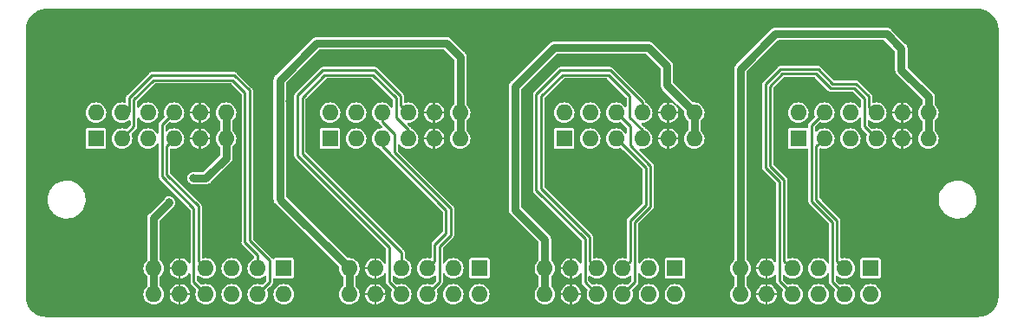
<source format=gtl>
%TF.GenerationSoftware,KiCad,Pcbnew,(7.0.0)*%
%TF.CreationDate,2023-03-12T18:56:36+09:00*%
%TF.ProjectId,TangPrimer_PmodExtender,54616e67-5072-4696-9d65-725f506d6f64,rev?*%
%TF.SameCoordinates,Original*%
%TF.FileFunction,Copper,L1,Top*%
%TF.FilePolarity,Positive*%
%FSLAX46Y46*%
G04 Gerber Fmt 4.6, Leading zero omitted, Abs format (unit mm)*
G04 Created by KiCad (PCBNEW (7.0.0)) date 2023-03-12 18:56:36*
%MOMM*%
%LPD*%
G01*
G04 APERTURE LIST*
%TA.AperFunction,ComponentPad*%
%ADD10R,1.600000X1.600000*%
%TD*%
%TA.AperFunction,ComponentPad*%
%ADD11O,1.600000X1.600000*%
%TD*%
%TA.AperFunction,ViaPad*%
%ADD12C,0.800000*%
%TD*%
%TA.AperFunction,Conductor*%
%ADD13C,0.250000*%
%TD*%
%TA.AperFunction,Conductor*%
%ADD14C,0.800000*%
%TD*%
G04 APERTURE END LIST*
D10*
%TO.P,J7,1,Pin_1*%
%TO.N,/PMOD2_P1_E15*%
X92219999Y-41029999D03*
D11*
%TO.P,J7,2,Pin_2*%
%TO.N,/PMOD2_P2_A15*%
X94759999Y-41029999D03*
%TO.P,J7,3,Pin_3*%
%TO.N,/PMOD2_P3_A14*%
X97299999Y-41029999D03*
%TO.P,J7,4,Pin_4*%
%TO.N,/PMOD2_P4_C12*%
X99839999Y-41029999D03*
%TO.P,J7,5,Pin_5*%
%TO.N,GND*%
X102379999Y-41029999D03*
%TO.P,J7,6,Pin_6*%
%TO.N,+3V3*%
X104919999Y-41029999D03*
%TO.P,J7,7,Pin_7*%
%TO.N,/PMOD2_P7_D14*%
X92219999Y-38489999D03*
%TO.P,J7,8,Pin_8*%
%TO.N,/PMOD2_P8_B14*%
X94759999Y-38489999D03*
%TO.P,J7,9,Pin_9*%
%TO.N,/PMOD2_P9_B13*%
X97299999Y-38489999D03*
%TO.P,J7,10,Pin_10*%
%TO.N,/PMOD2_P10_B12*%
X99839999Y-38489999D03*
%TO.P,J7,11,Pin_11*%
%TO.N,GND*%
X102379999Y-38489999D03*
%TO.P,J7,12,Pin_12*%
%TO.N,+3V3*%
X104919999Y-38489999D03*
%TD*%
D10*
%TO.P,J6,1,Pin_1*%
%TO.N,/PMOD1_P1_P11*%
X115079999Y-41029999D03*
D11*
%TO.P,J6,2,Pin_2*%
%TO.N,/PMOD1_P2_R11*%
X117619999Y-41029999D03*
%TO.P,J6,3,Pin_3*%
%TO.N,/PMOD1_P3_M15*%
X120159999Y-41029999D03*
%TO.P,J6,4,Pin_4*%
%TO.N,/PMOD1_P4_J16*%
X122699999Y-41029999D03*
%TO.P,J6,5,Pin_5*%
%TO.N,GND*%
X125239999Y-41029999D03*
%TO.P,J6,6,Pin_6*%
%TO.N,+3V3*%
X127779999Y-41029999D03*
%TO.P,J6,7,Pin_7*%
%TO.N,/PMOD1_P7_T11*%
X115079999Y-38489999D03*
%TO.P,J6,8,Pin_8*%
%TO.N,/PMOD1_P8_T12*%
X117619999Y-38489999D03*
%TO.P,J6,9,Pin_9*%
%TO.N,/PMOD1_P9_M14*%
X120159999Y-38489999D03*
%TO.P,J6,10,Pin_10*%
%TO.N,/PMOD1_P10_J14*%
X122699999Y-38489999D03*
%TO.P,J6,11,Pin_11*%
%TO.N,GND*%
X125239999Y-38489999D03*
%TO.P,J6,12,Pin_12*%
%TO.N,+3V3*%
X127779999Y-38489999D03*
%TD*%
D10*
%TO.P,J8,1,Pin_1*%
%TO.N,/PMOD3_P1_B11*%
X69359999Y-41029999D03*
D11*
%TO.P,J8,2,Pin_2*%
%TO.N,/PMOD3_P2_D11*%
X71899999Y-41029999D03*
%TO.P,J8,3,Pin_3*%
%TO.N,/PMOD3_P3_N7*%
X74439999Y-41029999D03*
%TO.P,J8,4,Pin_4*%
%TO.N,/PMOD3_P4_N8*%
X76979999Y-41029999D03*
%TO.P,J8,5,Pin_5*%
%TO.N,GND*%
X79519999Y-41029999D03*
%TO.P,J8,6,Pin_6*%
%TO.N,+3V3*%
X82059999Y-41029999D03*
%TO.P,J8,7,Pin_7*%
%TO.N,/PMOD3_P7_A11*%
X69359999Y-38489999D03*
%TO.P,J8,8,Pin_8*%
%TO.N,/PMOD3_P8_N6*%
X71899999Y-38489999D03*
%TO.P,J8,9,Pin_9*%
%TO.N,/PMOD3_P9_N9*%
X74439999Y-38489999D03*
%TO.P,J8,10,Pin_10*%
%TO.N,/PMOD3_P10_L9*%
X76979999Y-38489999D03*
%TO.P,J8,11,Pin_11*%
%TO.N,GND*%
X79519999Y-38489999D03*
%TO.P,J8,12,Pin_12*%
%TO.N,+3V3*%
X82059999Y-38489999D03*
%TD*%
D10*
%TO.P,J5,1,Pin_1*%
%TO.N,/PMOD0_P1_P6*%
X137939999Y-41029999D03*
D11*
%TO.P,J5,2,Pin_2*%
%TO.N,/PMOD0_P2_R8*%
X140479999Y-41029999D03*
%TO.P,J5,3,Pin_3*%
%TO.N,/PMOD0_P3_P8*%
X143019999Y-41029999D03*
%TO.P,J5,4,Pin_4*%
%TO.N,/PMOD0_P4_T9*%
X145559999Y-41029999D03*
%TO.P,J5,5,Pin_5*%
%TO.N,GND*%
X148099999Y-41029999D03*
%TO.P,J5,6,Pin_6*%
%TO.N,+3V3*%
X150639999Y-41029999D03*
%TO.P,J5,7,Pin_7*%
%TO.N,/PMOD0_P7_T6*%
X137939999Y-38489999D03*
%TO.P,J5,8,Pin_8*%
%TO.N,/PMOD0_P8_T7*%
X140479999Y-38489999D03*
%TO.P,J5,9,Pin_9*%
%TO.N,/PMOD0_P9_T8*%
X143019999Y-38489999D03*
%TO.P,J5,10,Pin_10*%
%TO.N,/PMOD0_P10_P9*%
X145559999Y-38489999D03*
%TO.P,J5,11,Pin_11*%
%TO.N,GND*%
X148099999Y-38489999D03*
%TO.P,J5,12,Pin_12*%
%TO.N,+3V3*%
X150639999Y-38489999D03*
%TD*%
D10*
%TO.P,J3,1,Pin_1*%
%TO.N,/PMOD2_P1_E15*%
X106799999Y-53729999D03*
D11*
%TO.P,J3,2,Pin_2*%
%TO.N,/PMOD2_P2_A15*%
X104259999Y-53729999D03*
%TO.P,J3,3,Pin_3*%
%TO.N,/PMOD2_P3_A14*%
X101719999Y-53729999D03*
%TO.P,J3,4,Pin_4*%
%TO.N,/PMOD2_P4_C12*%
X99179999Y-53729999D03*
%TO.P,J3,5,Pin_5*%
%TO.N,GND*%
X96639999Y-53729999D03*
%TO.P,J3,6,Pin_6*%
%TO.N,+3V3*%
X94099999Y-53729999D03*
%TO.P,J3,7,Pin_7*%
%TO.N,/PMOD2_P7_D14*%
X106799999Y-56269999D03*
%TO.P,J3,8,Pin_8*%
%TO.N,/PMOD2_P8_B14*%
X104259999Y-56269999D03*
%TO.P,J3,9,Pin_9*%
%TO.N,/PMOD2_P9_B13*%
X101719999Y-56269999D03*
%TO.P,J3,10,Pin_10*%
%TO.N,/PMOD2_P10_B12*%
X99179999Y-56269999D03*
%TO.P,J3,11,Pin_11*%
%TO.N,GND*%
X96639999Y-56269999D03*
%TO.P,J3,12,Pin_12*%
%TO.N,+3V3*%
X94099999Y-56269999D03*
%TD*%
D10*
%TO.P,J4,1,Pin_1*%
%TO.N,/PMOD3_P1_B11*%
X87699999Y-53729999D03*
D11*
%TO.P,J4,2,Pin_2*%
%TO.N,/PMOD3_P2_D11*%
X85159999Y-53729999D03*
%TO.P,J4,3,Pin_3*%
%TO.N,/PMOD3_P3_N7*%
X82619999Y-53729999D03*
%TO.P,J4,4,Pin_4*%
%TO.N,/PMOD3_P4_N8*%
X80079999Y-53729999D03*
%TO.P,J4,5,Pin_5*%
%TO.N,GND*%
X77539999Y-53729999D03*
%TO.P,J4,6,Pin_6*%
%TO.N,+3V3*%
X74999999Y-53729999D03*
%TO.P,J4,7,Pin_7*%
%TO.N,/PMOD3_P7_A11*%
X87699999Y-56269999D03*
%TO.P,J4,8,Pin_8*%
%TO.N,/PMOD3_P8_N6*%
X85159999Y-56269999D03*
%TO.P,J4,9,Pin_9*%
%TO.N,/PMOD3_P9_N9*%
X82619999Y-56269999D03*
%TO.P,J4,10,Pin_10*%
%TO.N,/PMOD3_P10_L9*%
X80079999Y-56269999D03*
%TO.P,J4,11,Pin_11*%
%TO.N,GND*%
X77539999Y-56269999D03*
%TO.P,J4,12,Pin_12*%
%TO.N,+3V3*%
X74999999Y-56269999D03*
%TD*%
D10*
%TO.P,J2,1,Pin_1*%
%TO.N,/PMOD1_P1_P11*%
X125899999Y-53729999D03*
D11*
%TO.P,J2,2,Pin_2*%
%TO.N,/PMOD1_P2_R11*%
X123359999Y-53729999D03*
%TO.P,J2,3,Pin_3*%
%TO.N,/PMOD1_P3_M15*%
X120819999Y-53729999D03*
%TO.P,J2,4,Pin_4*%
%TO.N,/PMOD1_P4_J16*%
X118279999Y-53729999D03*
%TO.P,J2,5,Pin_5*%
%TO.N,GND*%
X115739999Y-53729999D03*
%TO.P,J2,6,Pin_6*%
%TO.N,+3V3*%
X113199999Y-53729999D03*
%TO.P,J2,7,Pin_7*%
%TO.N,/PMOD1_P7_T11*%
X125899999Y-56269999D03*
%TO.P,J2,8,Pin_8*%
%TO.N,/PMOD1_P8_T12*%
X123359999Y-56269999D03*
%TO.P,J2,9,Pin_9*%
%TO.N,/PMOD1_P9_M14*%
X120819999Y-56269999D03*
%TO.P,J2,10,Pin_10*%
%TO.N,/PMOD1_P10_J14*%
X118279999Y-56269999D03*
%TO.P,J2,11,Pin_11*%
%TO.N,GND*%
X115739999Y-56269999D03*
%TO.P,J2,12,Pin_12*%
%TO.N,+3V3*%
X113199999Y-56269999D03*
%TD*%
D10*
%TO.P,J1,1,Pin_1*%
%TO.N,/PMOD0_P1_P6*%
X144999999Y-53729999D03*
D11*
%TO.P,J1,2,Pin_2*%
%TO.N,/PMOD0_P2_R8*%
X142459999Y-53729999D03*
%TO.P,J1,3,Pin_3*%
%TO.N,/PMOD0_P3_P8*%
X139919999Y-53729999D03*
%TO.P,J1,4,Pin_4*%
%TO.N,/PMOD0_P4_T9*%
X137379999Y-53729999D03*
%TO.P,J1,5,Pin_5*%
%TO.N,GND*%
X134839999Y-53729999D03*
%TO.P,J1,6,Pin_6*%
%TO.N,+3V3*%
X132299999Y-53729999D03*
%TO.P,J1,7,Pin_7*%
%TO.N,/PMOD0_P7_T6*%
X144999999Y-56269999D03*
%TO.P,J1,8,Pin_8*%
%TO.N,/PMOD0_P8_T7*%
X142459999Y-56269999D03*
%TO.P,J1,9,Pin_9*%
%TO.N,/PMOD0_P9_T8*%
X139919999Y-56269999D03*
%TO.P,J1,10,Pin_10*%
%TO.N,/PMOD0_P10_P9*%
X137379999Y-56269999D03*
%TO.P,J1,11,Pin_11*%
%TO.N,GND*%
X134839999Y-56269999D03*
%TO.P,J1,12,Pin_12*%
%TO.N,+3V3*%
X132299999Y-56269999D03*
%TD*%
D12*
%TO.N,GND*%
X140988000Y-46364000D03*
X140500000Y-42900000D03*
X90300000Y-42200000D03*
X123700000Y-42700000D03*
X75400000Y-36300000D03*
X126300000Y-35500000D03*
X135100000Y-52100000D03*
X149100000Y-32400000D03*
X104700000Y-51000000D03*
X124000000Y-35500000D03*
X76100000Y-46200000D03*
X71400000Y-36900000D03*
X121000000Y-45900000D03*
X142700000Y-52100000D03*
X154500000Y-40600000D03*
X122800000Y-49900000D03*
X95200000Y-44400000D03*
X125500000Y-52000000D03*
X134700000Y-34100000D03*
X97400000Y-37000000D03*
X73900000Y-34400000D03*
X91400000Y-30600000D03*
X136000000Y-43400000D03*
X147100000Y-52200000D03*
X130200000Y-50200000D03*
X103100000Y-30600000D03*
X99900000Y-42600000D03*
X142300000Y-34800000D03*
X144800000Y-52100000D03*
X115200000Y-30900000D03*
X78100000Y-50900000D03*
X77600000Y-44600000D03*
X72300000Y-42600000D03*
X128000000Y-53600000D03*
X139200000Y-48500000D03*
X106100000Y-33800000D03*
X103800000Y-35700000D03*
X131700000Y-33100000D03*
X112100000Y-52200000D03*
X152500000Y-40600000D03*
X144900000Y-49200000D03*
X79200000Y-46200000D03*
X93000000Y-35600000D03*
X115200000Y-35700000D03*
X120700000Y-52100000D03*
X126200000Y-33500000D03*
X87200000Y-33800000D03*
X127600000Y-36800000D03*
X101700000Y-50900000D03*
X99100000Y-35700000D03*
X103100000Y-32800000D03*
X82700000Y-36500000D03*
X140500000Y-50200000D03*
X123100000Y-33500000D03*
X83100000Y-51000000D03*
X128100000Y-50200000D03*
X69700000Y-35400000D03*
X136400000Y-29700000D03*
X88800000Y-43600000D03*
X124700000Y-31900000D03*
X115200000Y-33400000D03*
X110100000Y-34400000D03*
X140400000Y-36700000D03*
X122200000Y-44300000D03*
X76100000Y-50700000D03*
X118900000Y-47500000D03*
X136400000Y-35900000D03*
X102700000Y-49000000D03*
X86800000Y-48000000D03*
X77000000Y-42800000D03*
X106000000Y-52000000D03*
X118900000Y-37200000D03*
X152400000Y-36700000D03*
X104300000Y-47000000D03*
X97500000Y-34100000D03*
X113700000Y-43100000D03*
X113600000Y-37300000D03*
X74400000Y-42600000D03*
X74400000Y-45400000D03*
X83000000Y-43900000D03*
X149400000Y-37200000D03*
X77600000Y-47800000D03*
X149900000Y-34600000D03*
X140500000Y-33700000D03*
X72400000Y-32800000D03*
X85200000Y-49900000D03*
X118500000Y-52100000D03*
X88300000Y-37400000D03*
X80200000Y-51100000D03*
X140100000Y-52200000D03*
X90300000Y-37400000D03*
X111900000Y-35900000D03*
X122300000Y-46600000D03*
X117600000Y-45000000D03*
X135300000Y-45600000D03*
X84800000Y-35600000D03*
X147000000Y-49200000D03*
X123300000Y-52000000D03*
X72300000Y-45400000D03*
X137900000Y-52200000D03*
X91400000Y-32800000D03*
X80200000Y-48600000D03*
X96800000Y-42900000D03*
X154000000Y-35200000D03*
X113600000Y-45500000D03*
X136400000Y-31900000D03*
X121000000Y-48300000D03*
X119600000Y-42800000D03*
X146600000Y-32400000D03*
X146900000Y-34500000D03*
X119600000Y-45000000D03*
X94500000Y-37000000D03*
X117600000Y-42800000D03*
X142300000Y-48300000D03*
X138400000Y-42900000D03*
X138500000Y-35600000D03*
X106000000Y-36700000D03*
X73900000Y-48400000D03*
%TO.N,+3V3*%
X76500000Y-47300000D03*
X78900000Y-44900000D03*
%TD*%
D13*
%TO.N,/PMOD0_P2_R8*%
X140480000Y-41030000D02*
X140470000Y-41030000D01*
X141735009Y-49035010D02*
X141735009Y-53005009D01*
X141735009Y-53005009D02*
X142460000Y-53730000D01*
X139700000Y-47000000D02*
X141735009Y-49035010D01*
X140470000Y-41030000D02*
X139700000Y-41800000D01*
X139700000Y-41800000D02*
X139700000Y-47000000D01*
%TO.N,/PMOD0_P4_T9*%
X144385489Y-39855489D02*
X144385489Y-37085489D01*
X144385489Y-37085489D02*
X143400000Y-36100000D01*
X136549520Y-53000000D02*
X137279520Y-53730000D01*
X141100000Y-36100000D02*
X139700000Y-34700000D01*
X136549520Y-45049521D02*
X136549520Y-53000000D01*
X135200000Y-35900000D02*
X135200000Y-43700000D01*
X143400000Y-36100000D02*
X141100000Y-36100000D01*
X145560000Y-41030000D02*
X144385489Y-39855489D01*
X137279520Y-53730000D02*
X137380000Y-53730000D01*
X136400000Y-34700000D02*
X135200000Y-35900000D01*
X135200000Y-43700000D02*
X136549520Y-45049521D01*
X139700000Y-34700000D02*
X136400000Y-34700000D01*
D14*
%TO.N,+3V3*%
X75000000Y-48800000D02*
X76500000Y-47300000D01*
X150640000Y-36940000D02*
X150640000Y-38490000D01*
X87300489Y-35299511D02*
X87300489Y-46930489D01*
X110300000Y-48000000D02*
X113200000Y-50900000D01*
X113200000Y-56270000D02*
X113200000Y-53730000D01*
X87300489Y-46930489D02*
X87535000Y-47165000D01*
X132300000Y-34200000D02*
X135700000Y-30800000D01*
X104920000Y-41030000D02*
X104920000Y-38490000D01*
X150640000Y-41030000D02*
X150640000Y-38490000D01*
X75000000Y-56270000D02*
X75000000Y-53730000D01*
X125090000Y-35800000D02*
X125090000Y-33890000D01*
X114100000Y-32100000D02*
X110300000Y-35900000D01*
X123300000Y-32100000D02*
X114100000Y-32100000D01*
X104920000Y-38490000D02*
X104920000Y-33020000D01*
X78900000Y-44900000D02*
X80100000Y-44900000D01*
X146600000Y-30800000D02*
X148000000Y-32200000D01*
X94100000Y-53730000D02*
X94100000Y-56270000D01*
X80100000Y-44900000D02*
X82060000Y-42940000D01*
X75000000Y-53730000D02*
X75000000Y-48800000D01*
X127780000Y-38490000D02*
X127780000Y-41030000D01*
X148000000Y-32200000D02*
X148000000Y-34300000D01*
X103600000Y-31700000D02*
X90900000Y-31700000D01*
X132300000Y-56270000D02*
X132300000Y-53730000D01*
X127780000Y-38490000D02*
X125090000Y-35800000D01*
X110300000Y-35900000D02*
X110300000Y-48000000D01*
X90900000Y-31700000D02*
X87300489Y-35299511D01*
X94100000Y-53730000D02*
X87535000Y-47165000D01*
X135700000Y-30800000D02*
X146600000Y-30800000D01*
X113200000Y-50900000D02*
X113200000Y-53730000D01*
X148000000Y-34300000D02*
X150640000Y-36940000D01*
X125090000Y-33890000D02*
X123300000Y-32100000D01*
X132300000Y-53730000D02*
X132300000Y-34200000D01*
X82060000Y-42940000D02*
X82060000Y-38490000D01*
X104920000Y-33020000D02*
X103600000Y-31700000D01*
D13*
%TO.N,/PMOD0_P8_T7*%
X141285489Y-49221207D02*
X139250480Y-47186197D01*
X142460000Y-56270000D02*
X141285489Y-55095489D01*
X141285489Y-55095489D02*
X141285489Y-49221207D01*
X139250480Y-47186197D02*
X139250480Y-39719520D01*
X139250480Y-39719520D02*
X140480000Y-38490000D01*
%TO.N,/PMOD0_P10_P9*%
X134750480Y-43886197D02*
X134750480Y-35713803D01*
X134750480Y-35713803D02*
X136213803Y-34250480D01*
X136100000Y-45235718D02*
X134750480Y-43886197D01*
X145325009Y-38490000D02*
X145560000Y-38490000D01*
X139886198Y-34250480D02*
X141286198Y-35650480D01*
X141286198Y-35650480D02*
X143586198Y-35650480D01*
X144835009Y-38000000D02*
X145325009Y-38490000D01*
X144835009Y-36899292D02*
X144835009Y-38000000D01*
X143586198Y-35650480D02*
X144835009Y-36899292D01*
X136213803Y-34250480D02*
X139886198Y-34250480D01*
X136100000Y-54990000D02*
X136100000Y-45235718D01*
X137380000Y-56270000D02*
X136100000Y-54990000D01*
%TO.N,/PMOD1_P3_M15*%
X121097859Y-41967859D02*
X120160000Y-41030000D01*
X121544991Y-53005009D02*
X121544991Y-49019292D01*
X123050480Y-47513803D02*
X123050480Y-43886198D01*
X123050480Y-43886198D02*
X121132141Y-41967859D01*
X121544991Y-49019292D02*
X123050480Y-47513803D01*
X120820000Y-53730000D02*
X121544991Y-53005009D01*
X121132141Y-41967859D02*
X121097859Y-41967859D01*
%TO.N,/PMOD1_P4_J16*%
X112800000Y-36900000D02*
X114900000Y-34800000D01*
X121500000Y-36900000D02*
X121500000Y-38951010D01*
X117555009Y-50655010D02*
X112800000Y-45900000D01*
X112800000Y-45900000D02*
X112800000Y-36900000D01*
X122700000Y-40151010D02*
X122700000Y-41030000D01*
X118280000Y-53730000D02*
X117555009Y-53005009D01*
X114900000Y-34800000D02*
X119400000Y-34800000D01*
X119400000Y-34800000D02*
X121500000Y-36900000D01*
X117555009Y-53005009D02*
X117555009Y-50655010D01*
X121500000Y-38951010D02*
X122700000Y-40151010D01*
%TO.N,/PMOD1_P9_M14*%
X121525489Y-41725489D02*
X121525489Y-39855489D01*
X121994511Y-49205489D02*
X123500000Y-47700000D01*
X121525489Y-39855489D02*
X120160000Y-38490000D01*
X123500000Y-43700000D02*
X121525489Y-41725489D01*
X123500000Y-47700000D02*
X123500000Y-43700000D01*
X121994511Y-55095489D02*
X121994511Y-49205489D01*
X120820000Y-56270000D02*
X121994511Y-55095489D01*
%TO.N,/PMOD1_P10_J14*%
X117105489Y-50841207D02*
X112350480Y-46086197D01*
X117105489Y-55095489D02*
X117105489Y-50841207D01*
X114713803Y-34350480D02*
X119586197Y-34350480D01*
X122700000Y-37464283D02*
X122700000Y-38490000D01*
X112350480Y-46086197D02*
X112350480Y-36713803D01*
X118280000Y-56270000D02*
X117105489Y-55095489D01*
X119586197Y-34350480D02*
X122700000Y-37464283D01*
X112350480Y-36713803D02*
X114713803Y-34350480D01*
%TO.N,/PMOD2_P3_A14*%
X103550480Y-50300000D02*
X102444991Y-51405489D01*
X97300000Y-41800000D02*
X103550480Y-48050480D01*
X97300000Y-41030000D02*
X97300000Y-41800000D01*
X102444991Y-51405489D02*
X102444991Y-53005009D01*
X103550480Y-48050480D02*
X103550480Y-50300000D01*
X102444991Y-53005009D02*
X101720000Y-53730000D01*
%TO.N,/PMOD2_P4_C12*%
X99180000Y-52180000D02*
X89500000Y-42500000D01*
X89500000Y-42500000D02*
X89500000Y-37000000D01*
X98665489Y-38976499D02*
X99840000Y-40151010D01*
X98665489Y-37065489D02*
X98665489Y-38976499D01*
X89500000Y-37000000D02*
X91700000Y-34800000D01*
X91700000Y-34800000D02*
X96400000Y-34800000D01*
X99180000Y-53730000D02*
X99180000Y-52180000D01*
X96400000Y-34800000D02*
X98665489Y-37065489D01*
X99840000Y-40151010D02*
X99840000Y-41030000D01*
%TO.N,/PMOD2_P9_B13*%
X98517859Y-40586849D02*
X97300000Y-39368990D01*
X98517859Y-42382141D02*
X98517859Y-40586849D01*
X97300000Y-39368990D02*
X97300000Y-38490000D01*
X102894511Y-51605489D02*
X104000000Y-50500000D01*
X104000000Y-50500000D02*
X104000000Y-47864282D01*
X101720000Y-56270000D02*
X102894511Y-55095489D01*
X102894511Y-55095489D02*
X102894511Y-51605489D01*
X104000000Y-47864282D02*
X98517859Y-42382141D01*
%TO.N,/PMOD2_P10_B12*%
X98005489Y-51641207D02*
X89050480Y-42686197D01*
X96586197Y-34350480D02*
X99115009Y-36879292D01*
X89050480Y-36813802D02*
X91513802Y-34350480D01*
X89050480Y-42686197D02*
X89050480Y-36813802D01*
X99115009Y-37765009D02*
X99840000Y-38490000D01*
X98005489Y-55095489D02*
X98005489Y-51641207D01*
X99180000Y-56270000D02*
X98005489Y-55095489D01*
X99115009Y-36879292D02*
X99115009Y-37765009D01*
X91513802Y-34350480D02*
X96586197Y-34350480D01*
%TO.N,/PMOD3_P2_D11*%
X83900000Y-51186198D02*
X83900000Y-50700000D01*
X73074511Y-39855489D02*
X71900000Y-41030000D01*
X73074511Y-37225489D02*
X73074511Y-39855489D01*
X83900000Y-50700000D02*
X83900000Y-36500000D01*
X83900000Y-36500000D02*
X82700000Y-35300000D01*
X85160000Y-52446198D02*
X83900000Y-51186198D01*
X82700000Y-35300000D02*
X75000000Y-35300000D01*
X75000000Y-35300000D02*
X73074511Y-37225489D01*
X85160000Y-53730000D02*
X85160000Y-52446198D01*
%TO.N,/PMOD3_P4_N8*%
X76255009Y-41754991D02*
X76255009Y-44555009D01*
X76980000Y-41030000D02*
X76255009Y-41754991D01*
X79355009Y-53005009D02*
X80080000Y-53730000D01*
X79355009Y-47655010D02*
X79355009Y-53005009D01*
X76255009Y-44555009D02*
X79355009Y-47655010D01*
%TO.N,/PMOD3_P8_N6*%
X72624991Y-38400000D02*
X72534991Y-38490000D01*
X84349520Y-51000000D02*
X84349520Y-36313803D01*
X72624991Y-37039292D02*
X72624991Y-38400000D01*
X72534991Y-38490000D02*
X71900000Y-38490000D01*
X86334511Y-55095489D02*
X86334511Y-52984991D01*
X74813802Y-34850480D02*
X72624991Y-37039292D01*
X85160000Y-56270000D02*
X86334511Y-55095489D01*
X84349520Y-36313803D02*
X82886197Y-34850480D01*
X82886197Y-34850480D02*
X74813802Y-34850480D01*
X86334511Y-52984991D02*
X84349520Y-51000000D01*
%TO.N,/PMOD3_P10_L9*%
X78905489Y-47841207D02*
X75805489Y-44741206D01*
X80080000Y-56270000D02*
X78905489Y-55095489D01*
X75805489Y-39664511D02*
X76980000Y-38490000D01*
X75805489Y-44741206D02*
X75805489Y-39664511D01*
X78905489Y-55095489D02*
X78905489Y-47841207D01*
%TD*%
%TA.AperFunction,Conductor*%
%TO.N,GND*%
G36*
X155503234Y-28330712D02*
G01*
X155583696Y-28335985D01*
X155763136Y-28348819D01*
X155775379Y-28350468D01*
X155888641Y-28372997D01*
X155890160Y-28373313D01*
X156031635Y-28404089D01*
X156042359Y-28407066D01*
X156158112Y-28446359D01*
X156160727Y-28447291D01*
X156289995Y-28495505D01*
X156299174Y-28499469D01*
X156411109Y-28554669D01*
X156414727Y-28556547D01*
X156533463Y-28621382D01*
X156541007Y-28625949D01*
X156645830Y-28695990D01*
X156650137Y-28699038D01*
X156757498Y-28779408D01*
X156763444Y-28784229D01*
X156858578Y-28867659D01*
X156863307Y-28872087D01*
X156957911Y-28966691D01*
X156962339Y-28971420D01*
X157045769Y-29066554D01*
X157050590Y-29072500D01*
X157130960Y-29179861D01*
X157134023Y-29184189D01*
X157204047Y-29288988D01*
X157208621Y-29296543D01*
X157273429Y-29415229D01*
X157275329Y-29418889D01*
X157330529Y-29530824D01*
X157334497Y-29540013D01*
X157382679Y-29669192D01*
X157383667Y-29671966D01*
X157422924Y-29787612D01*
X157425916Y-29798391D01*
X157456661Y-29939726D01*
X157457021Y-29941457D01*
X157479529Y-30054617D01*
X157481179Y-30066867D01*
X157493999Y-30246107D01*
X157494039Y-30246694D01*
X157499288Y-30326765D01*
X157499500Y-30333241D01*
X157499500Y-56496759D01*
X157499288Y-56503235D01*
X157494039Y-56583304D01*
X157493999Y-56583891D01*
X157481179Y-56763131D01*
X157479529Y-56775381D01*
X157457021Y-56888541D01*
X157456661Y-56890272D01*
X157425916Y-57031607D01*
X157422924Y-57042386D01*
X157383667Y-57158032D01*
X157382679Y-57160806D01*
X157334497Y-57289985D01*
X157330529Y-57299174D01*
X157275329Y-57411109D01*
X157273429Y-57414769D01*
X157208621Y-57533455D01*
X157204047Y-57541010D01*
X157134023Y-57645809D01*
X157130960Y-57650137D01*
X157050590Y-57757498D01*
X157045769Y-57763444D01*
X156962339Y-57858578D01*
X156957911Y-57863307D01*
X156863307Y-57957911D01*
X156858578Y-57962339D01*
X156763444Y-58045769D01*
X156757498Y-58050590D01*
X156650137Y-58130960D01*
X156645809Y-58134023D01*
X156541010Y-58204047D01*
X156533455Y-58208621D01*
X156414769Y-58273429D01*
X156411109Y-58275329D01*
X156299174Y-58330529D01*
X156289985Y-58334497D01*
X156160806Y-58382679D01*
X156158032Y-58383667D01*
X156042386Y-58422924D01*
X156031607Y-58425916D01*
X155890272Y-58456661D01*
X155888541Y-58457021D01*
X155775381Y-58479529D01*
X155763131Y-58481179D01*
X155583891Y-58493999D01*
X155583304Y-58494039D01*
X155505899Y-58499113D01*
X155503233Y-58499288D01*
X155496759Y-58499500D01*
X64503241Y-58499500D01*
X64496766Y-58499288D01*
X64493697Y-58499086D01*
X64416694Y-58494039D01*
X64416107Y-58493999D01*
X64236867Y-58481179D01*
X64224617Y-58479529D01*
X64111457Y-58457021D01*
X64109726Y-58456661D01*
X63998397Y-58432443D01*
X63968388Y-58425915D01*
X63957617Y-58422925D01*
X63841964Y-58383666D01*
X63839192Y-58382679D01*
X63710013Y-58334497D01*
X63700824Y-58330529D01*
X63588889Y-58275329D01*
X63585229Y-58273429D01*
X63466543Y-58208621D01*
X63458988Y-58204047D01*
X63354189Y-58134023D01*
X63349861Y-58130960D01*
X63242500Y-58050590D01*
X63236554Y-58045769D01*
X63141420Y-57962339D01*
X63136691Y-57957911D01*
X63042087Y-57863307D01*
X63037659Y-57858578D01*
X62954229Y-57763444D01*
X62949408Y-57757498D01*
X62869038Y-57650137D01*
X62865990Y-57645830D01*
X62795949Y-57541007D01*
X62791382Y-57533463D01*
X62726547Y-57414727D01*
X62724669Y-57411109D01*
X62669469Y-57299174D01*
X62665505Y-57289995D01*
X62617291Y-57160727D01*
X62616359Y-57158112D01*
X62577066Y-57042359D01*
X62574089Y-57031635D01*
X62543313Y-56890160D01*
X62542997Y-56888641D01*
X62520468Y-56775379D01*
X62518819Y-56763131D01*
X62505985Y-56583696D01*
X62500712Y-56503234D01*
X62500500Y-56496761D01*
X62500500Y-56270000D01*
X73994659Y-56270000D01*
X74013976Y-56466132D01*
X74015387Y-56470784D01*
X74015388Y-56470788D01*
X74025231Y-56503235D01*
X74071186Y-56654727D01*
X74164090Y-56828538D01*
X74167171Y-56832292D01*
X74167173Y-56832295D01*
X74285736Y-56976763D01*
X74289117Y-56980883D01*
X74441462Y-57105910D01*
X74615273Y-57198814D01*
X74803868Y-57256024D01*
X75000000Y-57275341D01*
X75196132Y-57256024D01*
X75384727Y-57198814D01*
X75558538Y-57105910D01*
X75710883Y-56980883D01*
X75835910Y-56828538D01*
X75928814Y-56654727D01*
X75986024Y-56466132D01*
X75994134Y-56383791D01*
X76546368Y-56383791D01*
X76553991Y-56461190D01*
X76555881Y-56470690D01*
X76610237Y-56649878D01*
X76613944Y-56658827D01*
X76702215Y-56823971D01*
X76707590Y-56832015D01*
X76826382Y-56976763D01*
X76833236Y-56983617D01*
X76977984Y-57102409D01*
X76986028Y-57107784D01*
X77151172Y-57196055D01*
X77160121Y-57199762D01*
X77339309Y-57254118D01*
X77348809Y-57256008D01*
X77426208Y-57263631D01*
X77436990Y-57261669D01*
X77440000Y-57251131D01*
X77640000Y-57251131D01*
X77643009Y-57261669D01*
X77653791Y-57263631D01*
X77731190Y-57256008D01*
X77740690Y-57254118D01*
X77919878Y-57199762D01*
X77928827Y-57196055D01*
X78093971Y-57107784D01*
X78102015Y-57102409D01*
X78246763Y-56983617D01*
X78253617Y-56976763D01*
X78372409Y-56832015D01*
X78377784Y-56823971D01*
X78466055Y-56658827D01*
X78469762Y-56649878D01*
X78524118Y-56470690D01*
X78526008Y-56461190D01*
X78533631Y-56383791D01*
X78531669Y-56373009D01*
X78521131Y-56370000D01*
X77653033Y-56370000D01*
X77642754Y-56372754D01*
X77640000Y-56383033D01*
X77640000Y-57251131D01*
X77440000Y-57251131D01*
X77440000Y-56383033D01*
X77437245Y-56372754D01*
X77426967Y-56370000D01*
X76558869Y-56370000D01*
X76548330Y-56373009D01*
X76546368Y-56383791D01*
X75994134Y-56383791D01*
X76005341Y-56270000D01*
X75994134Y-56156208D01*
X76546368Y-56156208D01*
X76548330Y-56166990D01*
X76558869Y-56170000D01*
X77426967Y-56170000D01*
X77437245Y-56167245D01*
X77440000Y-56156967D01*
X77640000Y-56156967D01*
X77642754Y-56167245D01*
X77653033Y-56170000D01*
X78521131Y-56170000D01*
X78531669Y-56166990D01*
X78533631Y-56156208D01*
X78526008Y-56078809D01*
X78524118Y-56069309D01*
X78469762Y-55890121D01*
X78466055Y-55881172D01*
X78377784Y-55716028D01*
X78372409Y-55707984D01*
X78253617Y-55563236D01*
X78246763Y-55556382D01*
X78102015Y-55437590D01*
X78093971Y-55432215D01*
X77928827Y-55343944D01*
X77919878Y-55340237D01*
X77740690Y-55285881D01*
X77731190Y-55283991D01*
X77653791Y-55276368D01*
X77643009Y-55278330D01*
X77640000Y-55288869D01*
X77640000Y-56156967D01*
X77440000Y-56156967D01*
X77440000Y-55288869D01*
X77436990Y-55278330D01*
X77426208Y-55276368D01*
X77348809Y-55283991D01*
X77339309Y-55285881D01*
X77160121Y-55340237D01*
X77151172Y-55343944D01*
X76986028Y-55432215D01*
X76977984Y-55437590D01*
X76833236Y-55556382D01*
X76826382Y-55563236D01*
X76707590Y-55707984D01*
X76702215Y-55716028D01*
X76613944Y-55881172D01*
X76610237Y-55890121D01*
X76555881Y-56069309D01*
X76553991Y-56078809D01*
X76546368Y-56156208D01*
X75994134Y-56156208D01*
X75986024Y-56073868D01*
X75928814Y-55885273D01*
X75835910Y-55711462D01*
X75710883Y-55559117D01*
X75707118Y-55556027D01*
X75636695Y-55498232D01*
X75610005Y-55464032D01*
X75600500Y-55421704D01*
X75600500Y-54578296D01*
X75610005Y-54535968D01*
X75636695Y-54501768D01*
X75687206Y-54460314D01*
X75710883Y-54440883D01*
X75835910Y-54288538D01*
X75928814Y-54114727D01*
X75986024Y-53926132D01*
X75994134Y-53843791D01*
X76546368Y-53843791D01*
X76553991Y-53921190D01*
X76555881Y-53930690D01*
X76610237Y-54109878D01*
X76613944Y-54118827D01*
X76702215Y-54283971D01*
X76707590Y-54292015D01*
X76826382Y-54436763D01*
X76833236Y-54443617D01*
X76977984Y-54562409D01*
X76986028Y-54567784D01*
X77151172Y-54656055D01*
X77160121Y-54659762D01*
X77339309Y-54714118D01*
X77348809Y-54716008D01*
X77426208Y-54723631D01*
X77436990Y-54721669D01*
X77440000Y-54711131D01*
X77440000Y-53843033D01*
X77437245Y-53832754D01*
X77426967Y-53830000D01*
X76558869Y-53830000D01*
X76548330Y-53833009D01*
X76546368Y-53843791D01*
X75994134Y-53843791D01*
X76005341Y-53730000D01*
X75994134Y-53616208D01*
X76546368Y-53616208D01*
X76548330Y-53626990D01*
X76558869Y-53630000D01*
X77426967Y-53630000D01*
X77437245Y-53627245D01*
X77440000Y-53616967D01*
X77440000Y-52748869D01*
X77436990Y-52738330D01*
X77426208Y-52736368D01*
X77348809Y-52743991D01*
X77339309Y-52745881D01*
X77160121Y-52800237D01*
X77151172Y-52803944D01*
X76986028Y-52892215D01*
X76977984Y-52897590D01*
X76833236Y-53016382D01*
X76826382Y-53023236D01*
X76707590Y-53167984D01*
X76702215Y-53176028D01*
X76613944Y-53341172D01*
X76610237Y-53350121D01*
X76555881Y-53529309D01*
X76553991Y-53538809D01*
X76546368Y-53616208D01*
X75994134Y-53616208D01*
X75986024Y-53533868D01*
X75928814Y-53345273D01*
X75835910Y-53171462D01*
X75754858Y-53072701D01*
X75713972Y-53022881D01*
X75710883Y-53019117D01*
X75703007Y-53012653D01*
X75636695Y-52958232D01*
X75610005Y-52924032D01*
X75600500Y-52881704D01*
X75600500Y-49089743D01*
X75608036Y-49051857D01*
X75629496Y-49019739D01*
X75917751Y-48731484D01*
X76892205Y-47757028D01*
X76901924Y-47748505D01*
X76928282Y-47728282D01*
X77024536Y-47602841D01*
X77085044Y-47456762D01*
X77105682Y-47300000D01*
X77085044Y-47143238D01*
X77024536Y-46997159D01*
X76928282Y-46871718D01*
X76835708Y-46800684D01*
X76807989Y-46779414D01*
X76807988Y-46779413D01*
X76802841Y-46775464D01*
X76796847Y-46772981D01*
X76796845Y-46772980D01*
X76662759Y-46717440D01*
X76662758Y-46717439D01*
X76656762Y-46714956D01*
X76650331Y-46714109D01*
X76650326Y-46714108D01*
X76506434Y-46695165D01*
X76500000Y-46694318D01*
X76493566Y-46695165D01*
X76349673Y-46714108D01*
X76349666Y-46714109D01*
X76343238Y-46714956D01*
X76337243Y-46717439D01*
X76337240Y-46717440D01*
X76203154Y-46772980D01*
X76203149Y-46772982D01*
X76197159Y-46775464D01*
X76192015Y-46779411D01*
X76192010Y-46779414D01*
X76076865Y-46867768D01*
X76076862Y-46867770D01*
X76071718Y-46871718D01*
X76067773Y-46876858D01*
X76067767Y-46876865D01*
X76051498Y-46898067D01*
X76042962Y-46907801D01*
X74607801Y-48342962D01*
X74598067Y-48351498D01*
X74576869Y-48367764D01*
X74576863Y-48367769D01*
X74571718Y-48371718D01*
X74567770Y-48376862D01*
X74567767Y-48376866D01*
X74547550Y-48403215D01*
X74547549Y-48403215D01*
X74479414Y-48492009D01*
X74479408Y-48492018D01*
X74475464Y-48497159D01*
X74472983Y-48503148D01*
X74472981Y-48503152D01*
X74417440Y-48637240D01*
X74414956Y-48643238D01*
X74414109Y-48649666D01*
X74414108Y-48649673D01*
X74403338Y-48731484D01*
X74394318Y-48800000D01*
X74398275Y-48830058D01*
X74398653Y-48832927D01*
X74399500Y-48845849D01*
X74399500Y-52881704D01*
X74389995Y-52924032D01*
X74363305Y-52958232D01*
X74292881Y-53016027D01*
X74292875Y-53016032D01*
X74289117Y-53019117D01*
X74286032Y-53022875D01*
X74286027Y-53022881D01*
X74167173Y-53167704D01*
X74167168Y-53167711D01*
X74164090Y-53171462D01*
X74161798Y-53175749D01*
X74161798Y-53175750D01*
X74073480Y-53340980D01*
X74073477Y-53340985D01*
X74071186Y-53345273D01*
X74069775Y-53349923D01*
X74069773Y-53349929D01*
X74015388Y-53529211D01*
X74015386Y-53529217D01*
X74013976Y-53533868D01*
X74013499Y-53538708D01*
X74013499Y-53538710D01*
X74005866Y-53616208D01*
X73994659Y-53730000D01*
X74013976Y-53926132D01*
X74071186Y-54114727D01*
X74164090Y-54288538D01*
X74167171Y-54292292D01*
X74167173Y-54292295D01*
X74272571Y-54420722D01*
X74289117Y-54440883D01*
X74296993Y-54447347D01*
X74363305Y-54501768D01*
X74389995Y-54535968D01*
X74399500Y-54578296D01*
X74399500Y-55421704D01*
X74389995Y-55464032D01*
X74363305Y-55498232D01*
X74292881Y-55556027D01*
X74292875Y-55556032D01*
X74289117Y-55559117D01*
X74286032Y-55562875D01*
X74286027Y-55562881D01*
X74167173Y-55707704D01*
X74167168Y-55707711D01*
X74164090Y-55711462D01*
X74161798Y-55715749D01*
X74161798Y-55715750D01*
X74073480Y-55880980D01*
X74073477Y-55880985D01*
X74071186Y-55885273D01*
X74069775Y-55889923D01*
X74069773Y-55889929D01*
X74015388Y-56069211D01*
X74015386Y-56069217D01*
X74013976Y-56073868D01*
X73994659Y-56270000D01*
X62500500Y-56270000D01*
X62500500Y-47067765D01*
X64645788Y-47067765D01*
X64646182Y-47071350D01*
X64646183Y-47071363D01*
X64675018Y-47333426D01*
X64675019Y-47333436D01*
X64675414Y-47337018D01*
X64676325Y-47340503D01*
X64676327Y-47340513D01*
X64720174Y-47508229D01*
X64743928Y-47599088D01*
X64791170Y-47710257D01*
X64840826Y-47827109D01*
X64849870Y-47848390D01*
X64851750Y-47851471D01*
X64851754Y-47851478D01*
X64966418Y-48039361D01*
X64990982Y-48079610D01*
X64993289Y-48082383D01*
X64993294Y-48082389D01*
X65126808Y-48242823D01*
X65164255Y-48287820D01*
X65230916Y-48347548D01*
X65353110Y-48457035D01*
X65365998Y-48468582D01*
X65591910Y-48618044D01*
X65837176Y-48733020D01*
X66096569Y-48811060D01*
X66364561Y-48850500D01*
X66565824Y-48850500D01*
X66567631Y-48850500D01*
X66770156Y-48835677D01*
X67034553Y-48776780D01*
X67287558Y-48680014D01*
X67523777Y-48547441D01*
X67738177Y-48381888D01*
X67926186Y-48186881D01*
X68083799Y-47966579D01*
X68207656Y-47725675D01*
X68295118Y-47469305D01*
X68344319Y-47202933D01*
X68354212Y-46932235D01*
X68324586Y-46662982D01*
X68256072Y-46400912D01*
X68150130Y-46151610D01*
X68132893Y-46123367D01*
X68010899Y-45923472D01*
X68010898Y-45923471D01*
X68009018Y-45920390D01*
X68006708Y-45917614D01*
X68006705Y-45917610D01*
X67879847Y-45765174D01*
X67835745Y-45712180D01*
X67728288Y-45615898D01*
X67636699Y-45533834D01*
X67636694Y-45533830D01*
X67634002Y-45531418D01*
X67630981Y-45529419D01*
X67411109Y-45383953D01*
X67411105Y-45383951D01*
X67408090Y-45381956D01*
X67404812Y-45380419D01*
X67404808Y-45380417D01*
X67237394Y-45301937D01*
X67162824Y-45266980D01*
X67109250Y-45250862D01*
X66906900Y-45189983D01*
X66906891Y-45189981D01*
X66903431Y-45188940D01*
X66899857Y-45188414D01*
X66899848Y-45188412D01*
X66639020Y-45150027D01*
X66639019Y-45150026D01*
X66635439Y-45149500D01*
X66432369Y-45149500D01*
X66430590Y-45149630D01*
X66430568Y-45149631D01*
X66233443Y-45164059D01*
X66233435Y-45164060D01*
X66229844Y-45164323D01*
X66226327Y-45165106D01*
X66226323Y-45165107D01*
X65968969Y-45222435D01*
X65968963Y-45222436D01*
X65965447Y-45223220D01*
X65962086Y-45224505D01*
X65962074Y-45224509D01*
X65715816Y-45318695D01*
X65715809Y-45318698D01*
X65712442Y-45319986D01*
X65709300Y-45321749D01*
X65709288Y-45321755D01*
X65479378Y-45450787D01*
X65479364Y-45450795D01*
X65476223Y-45452559D01*
X65473360Y-45454769D01*
X65473358Y-45454771D01*
X65264689Y-45615898D01*
X65264681Y-45615904D01*
X65261823Y-45618112D01*
X65259314Y-45620713D01*
X65259311Y-45620717D01*
X65076325Y-45810514D01*
X65076321Y-45810517D01*
X65073814Y-45813119D01*
X65071716Y-45816050D01*
X65071708Y-45816061D01*
X64918301Y-46030484D01*
X64918293Y-46030495D01*
X64916201Y-46033421D01*
X64914556Y-46036620D01*
X64914549Y-46036632D01*
X64793997Y-46271108D01*
X64793992Y-46271118D01*
X64792344Y-46274325D01*
X64791178Y-46277741D01*
X64791174Y-46277752D01*
X64706051Y-46527267D01*
X64704882Y-46530695D01*
X64704226Y-46534245D01*
X64704224Y-46534254D01*
X64656338Y-46793505D01*
X64656336Y-46793517D01*
X64655681Y-46797067D01*
X64655549Y-46800672D01*
X64655548Y-46800684D01*
X64648368Y-46997159D01*
X64645788Y-47067765D01*
X62500500Y-47067765D01*
X62500500Y-41849748D01*
X68359500Y-41849748D01*
X68360446Y-41854506D01*
X68360447Y-41854511D01*
X68369230Y-41898666D01*
X68371133Y-41908231D01*
X68376550Y-41916338D01*
X68376551Y-41916340D01*
X68405876Y-41960227D01*
X68415448Y-41974552D01*
X68481769Y-42018867D01*
X68540252Y-42030500D01*
X70174890Y-42030500D01*
X70179748Y-42030500D01*
X70238231Y-42018867D01*
X70304552Y-41974552D01*
X70348867Y-41908231D01*
X70360500Y-41849748D01*
X70360500Y-41030000D01*
X70894659Y-41030000D01*
X70913976Y-41226132D01*
X70971186Y-41414727D01*
X71064090Y-41588538D01*
X71067171Y-41592292D01*
X71067173Y-41592295D01*
X71078887Y-41606568D01*
X71189117Y-41740883D01*
X71341462Y-41865910D01*
X71515273Y-41958814D01*
X71703868Y-42016024D01*
X71900000Y-42035341D01*
X72096132Y-42016024D01*
X72284727Y-41958814D01*
X72458538Y-41865910D01*
X72610883Y-41740883D01*
X72735910Y-41588538D01*
X72828814Y-41414727D01*
X72886024Y-41226132D01*
X72905341Y-41030000D01*
X73434659Y-41030000D01*
X73453976Y-41226132D01*
X73511186Y-41414727D01*
X73604090Y-41588538D01*
X73607171Y-41592292D01*
X73607173Y-41592295D01*
X73618887Y-41606568D01*
X73729117Y-41740883D01*
X73881462Y-41865910D01*
X74055273Y-41958814D01*
X74243868Y-42016024D01*
X74440000Y-42035341D01*
X74636132Y-42016024D01*
X74824727Y-41958814D01*
X74998538Y-41865910D01*
X75150883Y-41740883D01*
X75275910Y-41588538D01*
X75293679Y-41555293D01*
X75329262Y-41517551D01*
X75379046Y-41502982D01*
X75429363Y-41515586D01*
X75466400Y-41551903D01*
X75479989Y-41601963D01*
X75479989Y-44722672D01*
X75479612Y-44731300D01*
X75476225Y-44770013D01*
X75478466Y-44778376D01*
X75486284Y-44807555D01*
X75488153Y-44815984D01*
X75493396Y-44845721D01*
X75493397Y-44845725D01*
X75494901Y-44854251D01*
X75499230Y-44861750D01*
X75501228Y-44867237D01*
X75503693Y-44872523D01*
X75505935Y-44880890D01*
X75510903Y-44887985D01*
X75510904Y-44887987D01*
X75528221Y-44912718D01*
X75532860Y-44919999D01*
X75552295Y-44953661D01*
X75558932Y-44959230D01*
X75582059Y-44978636D01*
X75588427Y-44984470D01*
X78550993Y-47947037D01*
X78572453Y-47979155D01*
X78579989Y-48017041D01*
X78579989Y-53159097D01*
X78566400Y-53209157D01*
X78529362Y-53245474D01*
X78479045Y-53258078D01*
X78429261Y-53243508D01*
X78393679Y-53205765D01*
X78377784Y-53176028D01*
X78372409Y-53167984D01*
X78253617Y-53023236D01*
X78246763Y-53016382D01*
X78102015Y-52897590D01*
X78093971Y-52892215D01*
X77928827Y-52803944D01*
X77919878Y-52800237D01*
X77740690Y-52745881D01*
X77731190Y-52743991D01*
X77653791Y-52736368D01*
X77643009Y-52738330D01*
X77640000Y-52748869D01*
X77640000Y-54711131D01*
X77643009Y-54721669D01*
X77653791Y-54723631D01*
X77731190Y-54716008D01*
X77740690Y-54714118D01*
X77919878Y-54659762D01*
X77928827Y-54656055D01*
X78093971Y-54567784D01*
X78102015Y-54562409D01*
X78246763Y-54443617D01*
X78253617Y-54436763D01*
X78372409Y-54292015D01*
X78377784Y-54283971D01*
X78393679Y-54254235D01*
X78429261Y-54216492D01*
X78479045Y-54201922D01*
X78529362Y-54214526D01*
X78566400Y-54250843D01*
X78579989Y-54300903D01*
X78579989Y-55076955D01*
X78579612Y-55085583D01*
X78576225Y-55124296D01*
X78578466Y-55132659D01*
X78586284Y-55161838D01*
X78588153Y-55170267D01*
X78593396Y-55200004D01*
X78593397Y-55200008D01*
X78594901Y-55208534D01*
X78599230Y-55216033D01*
X78601228Y-55221520D01*
X78603693Y-55226806D01*
X78605935Y-55235173D01*
X78628219Y-55266999D01*
X78628221Y-55267001D01*
X78632860Y-55274282D01*
X78652295Y-55307944D01*
X78658932Y-55313513D01*
X78682059Y-55332919D01*
X78688427Y-55338753D01*
X79129309Y-55779635D01*
X79156402Y-55830323D01*
X79150997Y-55885215D01*
X79151186Y-55885273D01*
X79149775Y-55889921D01*
X79149774Y-55889926D01*
X79095388Y-56069211D01*
X79095386Y-56069217D01*
X79093976Y-56073868D01*
X79074659Y-56270000D01*
X79093976Y-56466132D01*
X79095387Y-56470784D01*
X79095388Y-56470788D01*
X79105231Y-56503235D01*
X79151186Y-56654727D01*
X79244090Y-56828538D01*
X79247171Y-56832292D01*
X79247173Y-56832295D01*
X79365736Y-56976763D01*
X79369117Y-56980883D01*
X79521462Y-57105910D01*
X79695273Y-57198814D01*
X79883868Y-57256024D01*
X80080000Y-57275341D01*
X80276132Y-57256024D01*
X80464727Y-57198814D01*
X80638538Y-57105910D01*
X80790883Y-56980883D01*
X80915910Y-56828538D01*
X81008814Y-56654727D01*
X81066024Y-56466132D01*
X81085341Y-56270000D01*
X81614659Y-56270000D01*
X81633976Y-56466132D01*
X81635387Y-56470784D01*
X81635388Y-56470788D01*
X81645231Y-56503235D01*
X81691186Y-56654727D01*
X81784090Y-56828538D01*
X81787171Y-56832292D01*
X81787173Y-56832295D01*
X81905736Y-56976763D01*
X81909117Y-56980883D01*
X82061462Y-57105910D01*
X82235273Y-57198814D01*
X82423868Y-57256024D01*
X82620000Y-57275341D01*
X82816132Y-57256024D01*
X83004727Y-57198814D01*
X83178538Y-57105910D01*
X83330883Y-56980883D01*
X83455910Y-56828538D01*
X83548814Y-56654727D01*
X83606024Y-56466132D01*
X83625341Y-56270000D01*
X83606024Y-56073868D01*
X83548814Y-55885273D01*
X83455910Y-55711462D01*
X83330883Y-55559117D01*
X83220501Y-55468528D01*
X83182295Y-55437173D01*
X83182292Y-55437171D01*
X83178538Y-55434090D01*
X83040793Y-55360464D01*
X83009019Y-55343480D01*
X83009017Y-55343479D01*
X83004727Y-55341186D01*
X83000072Y-55339774D01*
X83000070Y-55339773D01*
X82820788Y-55285388D01*
X82820784Y-55285387D01*
X82816132Y-55283976D01*
X82620000Y-55264659D01*
X82615157Y-55265136D01*
X82428710Y-55283499D01*
X82428708Y-55283499D01*
X82423868Y-55283976D01*
X82419217Y-55285386D01*
X82419211Y-55285388D01*
X82239929Y-55339773D01*
X82239923Y-55339775D01*
X82235273Y-55341186D01*
X82230985Y-55343477D01*
X82230980Y-55343480D01*
X82065750Y-55431798D01*
X82061462Y-55434090D01*
X82057711Y-55437168D01*
X82057704Y-55437173D01*
X81912881Y-55556027D01*
X81912875Y-55556032D01*
X81909117Y-55559117D01*
X81906032Y-55562875D01*
X81906027Y-55562881D01*
X81787173Y-55707704D01*
X81787168Y-55707711D01*
X81784090Y-55711462D01*
X81781798Y-55715749D01*
X81781798Y-55715750D01*
X81693480Y-55880980D01*
X81693477Y-55880985D01*
X81691186Y-55885273D01*
X81689775Y-55889923D01*
X81689773Y-55889929D01*
X81635388Y-56069211D01*
X81635386Y-56069217D01*
X81633976Y-56073868D01*
X81614659Y-56270000D01*
X81085341Y-56270000D01*
X81066024Y-56073868D01*
X81008814Y-55885273D01*
X80915910Y-55711462D01*
X80790883Y-55559117D01*
X80680501Y-55468528D01*
X80642295Y-55437173D01*
X80642292Y-55437171D01*
X80638538Y-55434090D01*
X80500793Y-55360464D01*
X80469019Y-55343480D01*
X80469017Y-55343479D01*
X80464727Y-55341186D01*
X80460072Y-55339774D01*
X80460070Y-55339773D01*
X80280788Y-55285388D01*
X80280784Y-55285387D01*
X80276132Y-55283976D01*
X80080000Y-55264659D01*
X80075157Y-55265136D01*
X79888710Y-55283499D01*
X79888708Y-55283499D01*
X79883868Y-55283976D01*
X79879217Y-55285386D01*
X79879211Y-55285388D01*
X79699926Y-55339774D01*
X79699921Y-55339775D01*
X79696219Y-55340898D01*
X79696218Y-55340899D01*
X79695273Y-55341186D01*
X79695215Y-55340997D01*
X79640323Y-55346402D01*
X79589635Y-55319309D01*
X79259985Y-54989659D01*
X79238525Y-54957541D01*
X79230989Y-54919655D01*
X79230989Y-54536842D01*
X79246349Y-54483877D01*
X79287661Y-54447347D01*
X79342108Y-54438587D01*
X79392793Y-54460313D01*
X79521462Y-54565910D01*
X79695273Y-54658814D01*
X79883868Y-54716024D01*
X80080000Y-54735341D01*
X80276132Y-54716024D01*
X80464727Y-54658814D01*
X80638538Y-54565910D01*
X80790883Y-54440883D01*
X80915910Y-54288538D01*
X81008814Y-54114727D01*
X81066024Y-53926132D01*
X81085341Y-53730000D01*
X81614659Y-53730000D01*
X81633976Y-53926132D01*
X81691186Y-54114727D01*
X81784090Y-54288538D01*
X81787171Y-54292292D01*
X81787173Y-54292295D01*
X81892571Y-54420722D01*
X81909117Y-54440883D01*
X82061462Y-54565910D01*
X82235273Y-54658814D01*
X82423868Y-54716024D01*
X82620000Y-54735341D01*
X82816132Y-54716024D01*
X83004727Y-54658814D01*
X83178538Y-54565910D01*
X83330883Y-54440883D01*
X83455910Y-54288538D01*
X83548814Y-54114727D01*
X83606024Y-53926132D01*
X83625341Y-53730000D01*
X83606024Y-53533868D01*
X83548814Y-53345273D01*
X83455910Y-53171462D01*
X83374858Y-53072701D01*
X83333972Y-53022881D01*
X83330883Y-53019117D01*
X83323007Y-53012653D01*
X83182295Y-52897173D01*
X83182292Y-52897171D01*
X83178538Y-52894090D01*
X83034805Y-52817263D01*
X83009019Y-52803480D01*
X83009017Y-52803479D01*
X83004727Y-52801186D01*
X83000072Y-52799774D01*
X83000070Y-52799773D01*
X82820788Y-52745388D01*
X82820784Y-52745387D01*
X82816132Y-52743976D01*
X82620000Y-52724659D01*
X82615157Y-52725136D01*
X82428710Y-52743499D01*
X82428708Y-52743499D01*
X82423868Y-52743976D01*
X82419217Y-52745386D01*
X82419211Y-52745388D01*
X82239929Y-52799773D01*
X82239923Y-52799775D01*
X82235273Y-52801186D01*
X82230985Y-52803477D01*
X82230980Y-52803480D01*
X82065750Y-52891798D01*
X82061462Y-52894090D01*
X82057711Y-52897168D01*
X82057704Y-52897173D01*
X81912881Y-53016027D01*
X81912875Y-53016032D01*
X81909117Y-53019117D01*
X81906032Y-53022875D01*
X81906027Y-53022881D01*
X81787173Y-53167704D01*
X81787168Y-53167711D01*
X81784090Y-53171462D01*
X81781798Y-53175749D01*
X81781798Y-53175750D01*
X81693480Y-53340980D01*
X81693477Y-53340985D01*
X81691186Y-53345273D01*
X81689775Y-53349923D01*
X81689773Y-53349929D01*
X81635388Y-53529211D01*
X81635386Y-53529217D01*
X81633976Y-53533868D01*
X81633499Y-53538708D01*
X81633499Y-53538710D01*
X81625866Y-53616208D01*
X81614659Y-53730000D01*
X81085341Y-53730000D01*
X81066024Y-53533868D01*
X81008814Y-53345273D01*
X80915910Y-53171462D01*
X80834858Y-53072701D01*
X80793972Y-53022881D01*
X80790883Y-53019117D01*
X80783007Y-53012653D01*
X80642295Y-52897173D01*
X80642292Y-52897171D01*
X80638538Y-52894090D01*
X80494805Y-52817263D01*
X80469019Y-52803480D01*
X80469017Y-52803479D01*
X80464727Y-52801186D01*
X80460072Y-52799774D01*
X80460070Y-52799773D01*
X80280788Y-52745388D01*
X80280784Y-52745387D01*
X80276132Y-52743976D01*
X80080000Y-52724659D01*
X80075157Y-52725136D01*
X79888710Y-52743499D01*
X79888708Y-52743499D01*
X79883868Y-52743976D01*
X79879221Y-52745385D01*
X79879214Y-52745387D01*
X79843886Y-52756104D01*
X79808245Y-52766915D01*
X79747687Y-52765925D01*
X79699037Y-52729844D01*
X79680509Y-52672179D01*
X79680509Y-47673544D01*
X79680886Y-47664915D01*
X79683518Y-47634832D01*
X79684273Y-47626203D01*
X79674213Y-47588662D01*
X79672344Y-47580230D01*
X79671511Y-47575508D01*
X79665597Y-47541965D01*
X79661263Y-47534460D01*
X79659267Y-47528974D01*
X79656804Y-47523692D01*
X79654563Y-47515326D01*
X79632269Y-47483487D01*
X79627642Y-47476225D01*
X79608203Y-47442555D01*
X79578427Y-47417569D01*
X79572069Y-47411744D01*
X77060326Y-44900000D01*
X78294318Y-44900000D01*
X78295165Y-44906434D01*
X78314108Y-45050326D01*
X78314109Y-45050331D01*
X78314956Y-45056762D01*
X78317439Y-45062758D01*
X78317440Y-45062759D01*
X78353587Y-45150027D01*
X78375464Y-45202841D01*
X78379413Y-45207988D01*
X78379414Y-45207989D01*
X78466709Y-45321755D01*
X78471718Y-45328282D01*
X78597159Y-45424536D01*
X78743238Y-45485044D01*
X78900000Y-45505682D01*
X78932927Y-45501346D01*
X78945849Y-45500500D01*
X80054151Y-45500500D01*
X80067072Y-45501346D01*
X80100000Y-45505682D01*
X80256762Y-45485044D01*
X80402841Y-45424536D01*
X80462466Y-45378784D01*
X80528282Y-45328282D01*
X80548505Y-45301924D01*
X80557028Y-45292205D01*
X82452205Y-43397028D01*
X82461924Y-43388505D01*
X82488282Y-43368282D01*
X82584536Y-43242841D01*
X82645044Y-43096762D01*
X82645043Y-43096762D01*
X82665683Y-42940000D01*
X82661347Y-42907066D01*
X82660500Y-42894143D01*
X82660500Y-41878296D01*
X82670005Y-41835968D01*
X82696695Y-41801768D01*
X82721760Y-41781196D01*
X82770883Y-41740883D01*
X82895910Y-41588538D01*
X82988814Y-41414727D01*
X83046024Y-41226132D01*
X83065341Y-41030000D01*
X83046024Y-40833868D01*
X82988814Y-40645273D01*
X82895910Y-40471462D01*
X82887610Y-40461349D01*
X82773972Y-40322881D01*
X82773970Y-40322879D01*
X82770883Y-40319117D01*
X82763007Y-40312653D01*
X82696695Y-40258232D01*
X82670005Y-40224032D01*
X82660500Y-40181704D01*
X82660500Y-39338296D01*
X82670005Y-39295968D01*
X82696695Y-39261768D01*
X82747206Y-39220314D01*
X82770883Y-39200883D01*
X82895910Y-39048538D01*
X82988814Y-38874727D01*
X83046024Y-38686132D01*
X83065341Y-38490000D01*
X83046024Y-38293868D01*
X82988814Y-38105273D01*
X82895910Y-37931462D01*
X82770883Y-37779117D01*
X82767118Y-37776027D01*
X82622295Y-37657173D01*
X82622292Y-37657171D01*
X82618538Y-37654090D01*
X82444727Y-37561186D01*
X82440072Y-37559774D01*
X82440070Y-37559773D01*
X82260788Y-37505388D01*
X82260784Y-37505387D01*
X82256132Y-37503976D01*
X82060000Y-37484659D01*
X82055157Y-37485136D01*
X81868710Y-37503499D01*
X81868708Y-37503499D01*
X81863868Y-37503976D01*
X81859217Y-37505386D01*
X81859211Y-37505388D01*
X81679929Y-37559773D01*
X81679923Y-37559775D01*
X81675273Y-37561186D01*
X81670985Y-37563477D01*
X81670980Y-37563480D01*
X81505750Y-37651798D01*
X81501462Y-37654090D01*
X81497711Y-37657168D01*
X81497704Y-37657173D01*
X81352881Y-37776027D01*
X81352875Y-37776032D01*
X81349117Y-37779117D01*
X81346032Y-37782875D01*
X81346027Y-37782881D01*
X81227173Y-37927704D01*
X81227168Y-37927711D01*
X81224090Y-37931462D01*
X81221798Y-37935749D01*
X81221798Y-37935750D01*
X81133480Y-38100980D01*
X81133477Y-38100985D01*
X81131186Y-38105273D01*
X81129775Y-38109923D01*
X81129773Y-38109929D01*
X81075388Y-38289211D01*
X81075386Y-38289217D01*
X81073976Y-38293868D01*
X81054659Y-38490000D01*
X81073976Y-38686132D01*
X81131186Y-38874727D01*
X81224090Y-39048538D01*
X81227171Y-39052292D01*
X81227173Y-39052295D01*
X81305726Y-39148011D01*
X81349117Y-39200883D01*
X81352881Y-39203972D01*
X81423305Y-39261768D01*
X81449995Y-39295968D01*
X81459500Y-39338296D01*
X81459500Y-40181704D01*
X81449995Y-40224032D01*
X81423305Y-40258232D01*
X81352881Y-40316027D01*
X81352875Y-40316032D01*
X81349117Y-40319117D01*
X81346032Y-40322875D01*
X81346027Y-40322881D01*
X81227173Y-40467704D01*
X81227168Y-40467711D01*
X81224090Y-40471462D01*
X81221798Y-40475749D01*
X81221798Y-40475750D01*
X81133480Y-40640980D01*
X81133477Y-40640985D01*
X81131186Y-40645273D01*
X81129775Y-40649923D01*
X81129773Y-40649929D01*
X81075388Y-40829211D01*
X81075386Y-40829217D01*
X81073976Y-40833868D01*
X81054659Y-41030000D01*
X81073976Y-41226132D01*
X81131186Y-41414727D01*
X81224090Y-41588538D01*
X81227171Y-41592292D01*
X81227173Y-41592295D01*
X81238887Y-41606568D01*
X81349117Y-41740883D01*
X81352881Y-41743972D01*
X81423305Y-41801768D01*
X81449995Y-41835968D01*
X81459500Y-41878296D01*
X81459500Y-42650257D01*
X81451964Y-42688143D01*
X81430504Y-42720261D01*
X79880261Y-44270504D01*
X79848143Y-44291964D01*
X79810257Y-44299500D01*
X78945849Y-44299500D01*
X78932927Y-44298653D01*
X78900000Y-44294318D01*
X78893566Y-44295165D01*
X78749673Y-44314108D01*
X78749666Y-44314109D01*
X78743238Y-44314956D01*
X78737243Y-44317439D01*
X78737240Y-44317440D01*
X78603154Y-44372980D01*
X78603149Y-44372982D01*
X78597159Y-44375464D01*
X78592015Y-44379411D01*
X78592010Y-44379414D01*
X78476871Y-44467763D01*
X78476866Y-44467767D01*
X78471718Y-44471718D01*
X78467767Y-44476866D01*
X78467763Y-44476871D01*
X78379414Y-44592010D01*
X78379411Y-44592015D01*
X78375464Y-44597159D01*
X78372982Y-44603149D01*
X78372980Y-44603154D01*
X78321685Y-44726992D01*
X78314956Y-44743238D01*
X78314109Y-44749666D01*
X78314108Y-44749673D01*
X78295165Y-44893566D01*
X78294318Y-44900000D01*
X77060326Y-44900000D01*
X76609505Y-44449179D01*
X76588045Y-44417061D01*
X76580509Y-44379175D01*
X76580509Y-42087821D01*
X76599037Y-42030156D01*
X76647687Y-41994075D01*
X76708245Y-41993084D01*
X76783868Y-42016024D01*
X76980000Y-42035341D01*
X77176132Y-42016024D01*
X77364727Y-41958814D01*
X77538538Y-41865910D01*
X77690883Y-41740883D01*
X77815910Y-41588538D01*
X77908814Y-41414727D01*
X77966024Y-41226132D01*
X77974134Y-41143791D01*
X78526368Y-41143791D01*
X78533991Y-41221190D01*
X78535881Y-41230690D01*
X78590237Y-41409878D01*
X78593944Y-41418827D01*
X78682215Y-41583971D01*
X78687590Y-41592015D01*
X78806382Y-41736763D01*
X78813236Y-41743617D01*
X78957984Y-41862409D01*
X78966028Y-41867784D01*
X79131172Y-41956055D01*
X79140121Y-41959762D01*
X79319309Y-42014118D01*
X79328809Y-42016008D01*
X79406208Y-42023631D01*
X79416990Y-42021669D01*
X79420000Y-42011131D01*
X79620000Y-42011131D01*
X79623009Y-42021669D01*
X79633791Y-42023631D01*
X79711190Y-42016008D01*
X79720690Y-42014118D01*
X79899878Y-41959762D01*
X79908827Y-41956055D01*
X80073971Y-41867784D01*
X80082015Y-41862409D01*
X80226763Y-41743617D01*
X80233617Y-41736763D01*
X80352409Y-41592015D01*
X80357784Y-41583971D01*
X80446055Y-41418827D01*
X80449762Y-41409878D01*
X80504118Y-41230690D01*
X80506008Y-41221190D01*
X80513631Y-41143791D01*
X80511669Y-41133009D01*
X80501131Y-41130000D01*
X79633033Y-41130000D01*
X79622754Y-41132754D01*
X79620000Y-41143033D01*
X79620000Y-42011131D01*
X79420000Y-42011131D01*
X79420000Y-41143033D01*
X79417245Y-41132754D01*
X79406967Y-41130000D01*
X78538869Y-41130000D01*
X78528330Y-41133009D01*
X78526368Y-41143791D01*
X77974134Y-41143791D01*
X77985341Y-41030000D01*
X77974134Y-40916208D01*
X78526368Y-40916208D01*
X78528330Y-40926990D01*
X78538869Y-40930000D01*
X79406967Y-40930000D01*
X79417245Y-40927245D01*
X79420000Y-40916967D01*
X79620000Y-40916967D01*
X79622754Y-40927245D01*
X79633033Y-40930000D01*
X80501131Y-40930000D01*
X80511669Y-40926990D01*
X80513631Y-40916208D01*
X80506008Y-40838809D01*
X80504118Y-40829309D01*
X80449762Y-40650121D01*
X80446055Y-40641172D01*
X80357784Y-40476028D01*
X80352409Y-40467984D01*
X80233617Y-40323236D01*
X80226763Y-40316382D01*
X80082015Y-40197590D01*
X80073971Y-40192215D01*
X79908827Y-40103944D01*
X79899878Y-40100237D01*
X79720690Y-40045881D01*
X79711190Y-40043991D01*
X79633791Y-40036368D01*
X79623009Y-40038330D01*
X79620000Y-40048869D01*
X79620000Y-40916967D01*
X79420000Y-40916967D01*
X79420000Y-40048869D01*
X79416990Y-40038330D01*
X79406208Y-40036368D01*
X79328809Y-40043991D01*
X79319309Y-40045881D01*
X79140121Y-40100237D01*
X79131172Y-40103944D01*
X78966028Y-40192215D01*
X78957984Y-40197590D01*
X78813236Y-40316382D01*
X78806382Y-40323236D01*
X78687590Y-40467984D01*
X78682215Y-40476028D01*
X78593944Y-40641172D01*
X78590237Y-40650121D01*
X78535881Y-40829309D01*
X78533991Y-40838809D01*
X78526368Y-40916208D01*
X77974134Y-40916208D01*
X77966024Y-40833868D01*
X77908814Y-40645273D01*
X77815910Y-40471462D01*
X77807610Y-40461349D01*
X77693972Y-40322881D01*
X77693970Y-40322879D01*
X77690883Y-40319117D01*
X77683007Y-40312653D01*
X77542295Y-40197173D01*
X77542292Y-40197171D01*
X77538538Y-40194090D01*
X77400793Y-40120464D01*
X77369019Y-40103480D01*
X77369017Y-40103479D01*
X77364727Y-40101186D01*
X77360072Y-40099774D01*
X77360070Y-40099773D01*
X77180788Y-40045388D01*
X77180784Y-40045387D01*
X77176132Y-40043976D01*
X76980000Y-40024659D01*
X76975157Y-40025136D01*
X76788710Y-40043499D01*
X76788708Y-40043499D01*
X76783868Y-40043976D01*
X76779217Y-40045386D01*
X76779211Y-40045388D01*
X76599929Y-40099773D01*
X76599923Y-40099775D01*
X76595273Y-40101186D01*
X76590985Y-40103477D01*
X76590980Y-40103480D01*
X76425750Y-40191798D01*
X76421462Y-40194090D01*
X76417707Y-40197171D01*
X76417705Y-40197173D01*
X76395849Y-40215110D01*
X76319500Y-40277769D01*
X76292794Y-40299686D01*
X76242108Y-40321413D01*
X76187661Y-40312653D01*
X76146349Y-40276123D01*
X76130989Y-40223158D01*
X76130989Y-39840344D01*
X76138525Y-39802458D01*
X76159985Y-39770341D01*
X76239613Y-39690713D01*
X76489635Y-39440689D01*
X76540321Y-39413597D01*
X76595215Y-39419002D01*
X76595273Y-39418814D01*
X76783868Y-39476024D01*
X76980000Y-39495341D01*
X77176132Y-39476024D01*
X77364727Y-39418814D01*
X77538538Y-39325910D01*
X77690883Y-39200883D01*
X77815910Y-39048538D01*
X77908814Y-38874727D01*
X77966024Y-38686132D01*
X77974134Y-38603791D01*
X78526368Y-38603791D01*
X78533991Y-38681190D01*
X78535881Y-38690690D01*
X78590237Y-38869878D01*
X78593944Y-38878827D01*
X78682215Y-39043971D01*
X78687590Y-39052015D01*
X78806382Y-39196763D01*
X78813236Y-39203617D01*
X78957984Y-39322409D01*
X78966028Y-39327784D01*
X79131172Y-39416055D01*
X79140121Y-39419762D01*
X79319309Y-39474118D01*
X79328809Y-39476008D01*
X79406208Y-39483631D01*
X79416990Y-39481669D01*
X79420000Y-39471131D01*
X79620000Y-39471131D01*
X79623009Y-39481669D01*
X79633791Y-39483631D01*
X79711190Y-39476008D01*
X79720690Y-39474118D01*
X79899878Y-39419762D01*
X79908827Y-39416055D01*
X80073971Y-39327784D01*
X80082015Y-39322409D01*
X80226763Y-39203617D01*
X80233617Y-39196763D01*
X80352409Y-39052015D01*
X80357784Y-39043971D01*
X80446055Y-38878827D01*
X80449762Y-38869878D01*
X80504118Y-38690690D01*
X80506008Y-38681190D01*
X80513631Y-38603791D01*
X80511669Y-38593009D01*
X80501131Y-38590000D01*
X79633033Y-38590000D01*
X79622754Y-38592754D01*
X79620000Y-38603033D01*
X79620000Y-39471131D01*
X79420000Y-39471131D01*
X79420000Y-38603033D01*
X79417245Y-38592754D01*
X79406967Y-38590000D01*
X78538869Y-38590000D01*
X78528330Y-38593009D01*
X78526368Y-38603791D01*
X77974134Y-38603791D01*
X77985341Y-38490000D01*
X77974134Y-38376208D01*
X78526368Y-38376208D01*
X78528330Y-38386990D01*
X78538869Y-38390000D01*
X79406967Y-38390000D01*
X79417245Y-38387245D01*
X79420000Y-38376967D01*
X79620000Y-38376967D01*
X79622754Y-38387245D01*
X79633033Y-38390000D01*
X80501131Y-38390000D01*
X80511669Y-38386990D01*
X80513631Y-38376208D01*
X80506008Y-38298809D01*
X80504118Y-38289309D01*
X80449762Y-38110121D01*
X80446055Y-38101172D01*
X80357784Y-37936028D01*
X80352409Y-37927984D01*
X80233617Y-37783236D01*
X80226763Y-37776382D01*
X80082015Y-37657590D01*
X80073971Y-37652215D01*
X79908827Y-37563944D01*
X79899878Y-37560237D01*
X79720690Y-37505881D01*
X79711190Y-37503991D01*
X79633791Y-37496368D01*
X79623009Y-37498330D01*
X79620000Y-37508869D01*
X79620000Y-38376967D01*
X79420000Y-38376967D01*
X79420000Y-37508869D01*
X79416990Y-37498330D01*
X79406208Y-37496368D01*
X79328809Y-37503991D01*
X79319309Y-37505881D01*
X79140121Y-37560237D01*
X79131172Y-37563944D01*
X78966028Y-37652215D01*
X78957984Y-37657590D01*
X78813236Y-37776382D01*
X78806382Y-37783236D01*
X78687590Y-37927984D01*
X78682215Y-37936028D01*
X78593944Y-38101172D01*
X78590237Y-38110121D01*
X78535881Y-38289309D01*
X78533991Y-38298809D01*
X78526368Y-38376208D01*
X77974134Y-38376208D01*
X77966024Y-38293868D01*
X77908814Y-38105273D01*
X77815910Y-37931462D01*
X77690883Y-37779117D01*
X77687118Y-37776027D01*
X77542295Y-37657173D01*
X77542292Y-37657171D01*
X77538538Y-37654090D01*
X77364727Y-37561186D01*
X77360072Y-37559774D01*
X77360070Y-37559773D01*
X77180788Y-37505388D01*
X77180784Y-37505387D01*
X77176132Y-37503976D01*
X76980000Y-37484659D01*
X76975157Y-37485136D01*
X76788710Y-37503499D01*
X76788708Y-37503499D01*
X76783868Y-37503976D01*
X76779217Y-37505386D01*
X76779211Y-37505388D01*
X76599929Y-37559773D01*
X76599923Y-37559775D01*
X76595273Y-37561186D01*
X76590985Y-37563477D01*
X76590980Y-37563480D01*
X76425750Y-37651798D01*
X76421462Y-37654090D01*
X76417711Y-37657168D01*
X76417704Y-37657173D01*
X76272881Y-37776027D01*
X76272875Y-37776032D01*
X76269117Y-37779117D01*
X76266032Y-37782875D01*
X76266027Y-37782881D01*
X76147173Y-37927704D01*
X76147168Y-37927711D01*
X76144090Y-37931462D01*
X76141798Y-37935749D01*
X76141798Y-37935750D01*
X76053480Y-38100980D01*
X76053477Y-38100985D01*
X76051186Y-38105273D01*
X76049775Y-38109923D01*
X76049773Y-38109929D01*
X75995388Y-38289211D01*
X75995386Y-38289217D01*
X75993976Y-38293868D01*
X75974659Y-38490000D01*
X75993976Y-38686132D01*
X76050901Y-38873787D01*
X76051186Y-38874727D01*
X76050999Y-38874783D01*
X76056401Y-38929680D01*
X76029308Y-38980364D01*
X75588429Y-39421243D01*
X75582063Y-39427075D01*
X75558931Y-39446485D01*
X75558923Y-39446493D01*
X75552295Y-39452056D01*
X75547966Y-39459553D01*
X75547964Y-39459556D01*
X75532859Y-39485717D01*
X75528223Y-39492994D01*
X75510903Y-39517730D01*
X75510900Y-39517734D01*
X75505935Y-39524827D01*
X75503694Y-39533189D01*
X75501226Y-39538482D01*
X75499228Y-39543970D01*
X75494901Y-39551466D01*
X75493398Y-39559986D01*
X75493395Y-39559996D01*
X75488151Y-39589735D01*
X75486284Y-39598160D01*
X75478465Y-39627341D01*
X75478464Y-39627345D01*
X75476225Y-39635704D01*
X75476979Y-39644325D01*
X75476979Y-39644330D01*
X75479612Y-39674416D01*
X75479989Y-39683045D01*
X75479989Y-40458037D01*
X75466400Y-40508097D01*
X75429363Y-40544414D01*
X75379046Y-40557018D01*
X75329262Y-40542449D01*
X75293679Y-40504706D01*
X75275910Y-40471462D01*
X75267610Y-40461349D01*
X75153972Y-40322881D01*
X75153970Y-40322879D01*
X75150883Y-40319117D01*
X75143007Y-40312653D01*
X75002295Y-40197173D01*
X75002292Y-40197171D01*
X74998538Y-40194090D01*
X74860793Y-40120464D01*
X74829019Y-40103480D01*
X74829017Y-40103479D01*
X74824727Y-40101186D01*
X74820072Y-40099774D01*
X74820070Y-40099773D01*
X74640788Y-40045388D01*
X74640784Y-40045387D01*
X74636132Y-40043976D01*
X74440000Y-40024659D01*
X74435157Y-40025136D01*
X74248710Y-40043499D01*
X74248708Y-40043499D01*
X74243868Y-40043976D01*
X74239217Y-40045386D01*
X74239211Y-40045388D01*
X74059929Y-40099773D01*
X74059923Y-40099775D01*
X74055273Y-40101186D01*
X74050985Y-40103477D01*
X74050980Y-40103480D01*
X73885750Y-40191798D01*
X73881462Y-40194090D01*
X73877711Y-40197168D01*
X73877704Y-40197173D01*
X73732881Y-40316027D01*
X73732875Y-40316032D01*
X73729117Y-40319117D01*
X73726032Y-40322875D01*
X73726027Y-40322881D01*
X73607173Y-40467704D01*
X73607168Y-40467711D01*
X73604090Y-40471462D01*
X73601798Y-40475749D01*
X73601798Y-40475750D01*
X73513480Y-40640980D01*
X73513477Y-40640985D01*
X73511186Y-40645273D01*
X73509775Y-40649923D01*
X73509773Y-40649929D01*
X73455388Y-40829211D01*
X73455386Y-40829217D01*
X73453976Y-40833868D01*
X73434659Y-41030000D01*
X72905341Y-41030000D01*
X72886024Y-40833868D01*
X72828814Y-40645273D01*
X72829003Y-40645215D01*
X72823596Y-40590325D01*
X72850691Y-40539634D01*
X73049753Y-40340573D01*
X73291573Y-40098753D01*
X73297942Y-40092917D01*
X73312129Y-40081013D01*
X73327705Y-40067944D01*
X73347145Y-40034269D01*
X73351777Y-40027001D01*
X73374064Y-39995173D01*
X73376307Y-39986801D01*
X73378774Y-39981511D01*
X73380765Y-39976039D01*
X73385099Y-39968534D01*
X73391849Y-39930250D01*
X73393710Y-39921851D01*
X73403774Y-39884296D01*
X73400388Y-39845592D01*
X73400011Y-39836964D01*
X73400011Y-39061963D01*
X73413600Y-39011903D01*
X73450637Y-38975586D01*
X73500954Y-38962982D01*
X73550738Y-38977551D01*
X73586320Y-39015293D01*
X73604090Y-39048538D01*
X73607171Y-39052292D01*
X73607173Y-39052295D01*
X73685726Y-39148011D01*
X73729117Y-39200883D01*
X73881462Y-39325910D01*
X74055273Y-39418814D01*
X74243868Y-39476024D01*
X74440000Y-39495341D01*
X74636132Y-39476024D01*
X74824727Y-39418814D01*
X74998538Y-39325910D01*
X75150883Y-39200883D01*
X75275910Y-39048538D01*
X75368814Y-38874727D01*
X75426024Y-38686132D01*
X75445341Y-38490000D01*
X75426024Y-38293868D01*
X75368814Y-38105273D01*
X75275910Y-37931462D01*
X75150883Y-37779117D01*
X75147118Y-37776027D01*
X75002295Y-37657173D01*
X75002292Y-37657171D01*
X74998538Y-37654090D01*
X74824727Y-37561186D01*
X74820072Y-37559774D01*
X74820070Y-37559773D01*
X74640788Y-37505388D01*
X74640784Y-37505387D01*
X74636132Y-37503976D01*
X74440000Y-37484659D01*
X74435157Y-37485136D01*
X74248710Y-37503499D01*
X74248708Y-37503499D01*
X74243868Y-37503976D01*
X74239217Y-37505386D01*
X74239211Y-37505388D01*
X74059929Y-37559773D01*
X74059923Y-37559775D01*
X74055273Y-37561186D01*
X74050985Y-37563477D01*
X74050980Y-37563480D01*
X73885750Y-37651798D01*
X73881462Y-37654090D01*
X73877711Y-37657168D01*
X73877704Y-37657173D01*
X73732881Y-37776027D01*
X73732875Y-37776032D01*
X73729117Y-37779117D01*
X73726032Y-37782875D01*
X73726027Y-37782881D01*
X73607173Y-37927704D01*
X73607168Y-37927711D01*
X73604090Y-37931462D01*
X73601800Y-37935744D01*
X73601800Y-37935746D01*
X73586321Y-37964706D01*
X73550738Y-38002449D01*
X73500954Y-38017018D01*
X73450637Y-38004414D01*
X73413600Y-37968097D01*
X73400011Y-37918037D01*
X73400011Y-37401323D01*
X73407547Y-37363437D01*
X73429007Y-37331319D01*
X75105830Y-35654496D01*
X75137948Y-35633036D01*
X75175834Y-35625500D01*
X82524166Y-35625500D01*
X82562052Y-35633036D01*
X82594170Y-35654496D01*
X83545504Y-36605831D01*
X83566964Y-36637949D01*
X83574500Y-36675835D01*
X83574500Y-51167664D01*
X83574123Y-51176292D01*
X83570736Y-51215005D01*
X83572977Y-51223368D01*
X83580795Y-51252547D01*
X83582664Y-51260976D01*
X83587907Y-51290713D01*
X83587908Y-51290717D01*
X83589412Y-51299243D01*
X83593741Y-51306742D01*
X83595739Y-51312229D01*
X83598204Y-51317515D01*
X83600446Y-51325882D01*
X83605414Y-51332977D01*
X83605415Y-51332979D01*
X83622732Y-51357710D01*
X83627371Y-51364991D01*
X83646806Y-51398653D01*
X83653443Y-51404222D01*
X83676570Y-51423628D01*
X83682938Y-51429462D01*
X84805504Y-52552028D01*
X84826964Y-52584146D01*
X84834500Y-52622032D01*
X84834500Y-52711020D01*
X84817815Y-52766021D01*
X84775179Y-52801011D01*
X84775273Y-52801185D01*
X84775273Y-52801186D01*
X84770985Y-52803477D01*
X84770980Y-52803480D01*
X84605750Y-52891798D01*
X84601462Y-52894090D01*
X84597711Y-52897168D01*
X84597704Y-52897173D01*
X84452881Y-53016027D01*
X84452875Y-53016032D01*
X84449117Y-53019117D01*
X84446032Y-53022875D01*
X84446027Y-53022881D01*
X84327173Y-53167704D01*
X84327168Y-53167711D01*
X84324090Y-53171462D01*
X84321798Y-53175749D01*
X84321798Y-53175750D01*
X84233480Y-53340980D01*
X84233477Y-53340985D01*
X84231186Y-53345273D01*
X84229775Y-53349923D01*
X84229773Y-53349929D01*
X84175388Y-53529211D01*
X84175386Y-53529217D01*
X84173976Y-53533868D01*
X84173499Y-53538708D01*
X84173499Y-53538710D01*
X84165866Y-53616208D01*
X84154659Y-53730000D01*
X84173976Y-53926132D01*
X84231186Y-54114727D01*
X84324090Y-54288538D01*
X84327171Y-54292292D01*
X84327173Y-54292295D01*
X84432571Y-54420722D01*
X84449117Y-54440883D01*
X84601462Y-54565910D01*
X84775273Y-54658814D01*
X84963868Y-54716024D01*
X85160000Y-54735341D01*
X85356132Y-54716024D01*
X85544727Y-54658814D01*
X85718538Y-54565910D01*
X85847206Y-54460313D01*
X85897892Y-54438587D01*
X85952339Y-54447347D01*
X85993651Y-54483877D01*
X86009011Y-54536842D01*
X86009011Y-54919654D01*
X86001475Y-54957540D01*
X85980014Y-54989658D01*
X85650363Y-55319308D01*
X85599680Y-55346401D01*
X85544783Y-55340999D01*
X85544727Y-55341186D01*
X85540076Y-55339775D01*
X85360788Y-55285388D01*
X85360784Y-55285387D01*
X85356132Y-55283976D01*
X85160000Y-55264659D01*
X85155157Y-55265136D01*
X84968710Y-55283499D01*
X84968708Y-55283499D01*
X84963868Y-55283976D01*
X84959217Y-55285386D01*
X84959211Y-55285388D01*
X84779929Y-55339773D01*
X84779923Y-55339775D01*
X84775273Y-55341186D01*
X84770985Y-55343477D01*
X84770980Y-55343480D01*
X84605750Y-55431798D01*
X84601462Y-55434090D01*
X84597711Y-55437168D01*
X84597704Y-55437173D01*
X84452881Y-55556027D01*
X84452875Y-55556032D01*
X84449117Y-55559117D01*
X84446032Y-55562875D01*
X84446027Y-55562881D01*
X84327173Y-55707704D01*
X84327168Y-55707711D01*
X84324090Y-55711462D01*
X84321798Y-55715749D01*
X84321798Y-55715750D01*
X84233480Y-55880980D01*
X84233477Y-55880985D01*
X84231186Y-55885273D01*
X84229775Y-55889923D01*
X84229773Y-55889929D01*
X84175388Y-56069211D01*
X84175386Y-56069217D01*
X84173976Y-56073868D01*
X84154659Y-56270000D01*
X84173976Y-56466132D01*
X84175387Y-56470784D01*
X84175388Y-56470788D01*
X84185231Y-56503235D01*
X84231186Y-56654727D01*
X84324090Y-56828538D01*
X84327171Y-56832292D01*
X84327173Y-56832295D01*
X84445736Y-56976763D01*
X84449117Y-56980883D01*
X84601462Y-57105910D01*
X84775273Y-57198814D01*
X84963868Y-57256024D01*
X85160000Y-57275341D01*
X85356132Y-57256024D01*
X85544727Y-57198814D01*
X85718538Y-57105910D01*
X85870883Y-56980883D01*
X85995910Y-56828538D01*
X86088814Y-56654727D01*
X86146024Y-56466132D01*
X86165341Y-56270000D01*
X86694659Y-56270000D01*
X86713976Y-56466132D01*
X86715387Y-56470784D01*
X86715388Y-56470788D01*
X86725231Y-56503235D01*
X86771186Y-56654727D01*
X86864090Y-56828538D01*
X86867171Y-56832292D01*
X86867173Y-56832295D01*
X86985736Y-56976763D01*
X86989117Y-56980883D01*
X87141462Y-57105910D01*
X87315273Y-57198814D01*
X87503868Y-57256024D01*
X87700000Y-57275341D01*
X87896132Y-57256024D01*
X88084727Y-57198814D01*
X88258538Y-57105910D01*
X88410883Y-56980883D01*
X88535910Y-56828538D01*
X88628814Y-56654727D01*
X88686024Y-56466132D01*
X88705341Y-56270000D01*
X88686024Y-56073868D01*
X88628814Y-55885273D01*
X88535910Y-55711462D01*
X88410883Y-55559117D01*
X88300501Y-55468528D01*
X88262295Y-55437173D01*
X88262292Y-55437171D01*
X88258538Y-55434090D01*
X88120793Y-55360464D01*
X88089019Y-55343480D01*
X88089017Y-55343479D01*
X88084727Y-55341186D01*
X88080072Y-55339774D01*
X88080070Y-55339773D01*
X87900788Y-55285388D01*
X87900784Y-55285387D01*
X87896132Y-55283976D01*
X87700000Y-55264659D01*
X87695157Y-55265136D01*
X87508710Y-55283499D01*
X87508708Y-55283499D01*
X87503868Y-55283976D01*
X87499217Y-55285386D01*
X87499211Y-55285388D01*
X87319929Y-55339773D01*
X87319923Y-55339775D01*
X87315273Y-55341186D01*
X87310985Y-55343477D01*
X87310980Y-55343480D01*
X87145750Y-55431798D01*
X87141462Y-55434090D01*
X87137711Y-55437168D01*
X87137704Y-55437173D01*
X86992881Y-55556027D01*
X86992875Y-55556032D01*
X86989117Y-55559117D01*
X86986032Y-55562875D01*
X86986027Y-55562881D01*
X86867173Y-55707704D01*
X86867168Y-55707711D01*
X86864090Y-55711462D01*
X86861798Y-55715749D01*
X86861798Y-55715750D01*
X86773480Y-55880980D01*
X86773477Y-55880985D01*
X86771186Y-55885273D01*
X86769775Y-55889923D01*
X86769773Y-55889929D01*
X86715388Y-56069211D01*
X86715386Y-56069217D01*
X86713976Y-56073868D01*
X86694659Y-56270000D01*
X86165341Y-56270000D01*
X86146024Y-56073868D01*
X86088814Y-55885273D01*
X86089003Y-55885215D01*
X86083596Y-55830325D01*
X86110691Y-55779634D01*
X86327090Y-55563236D01*
X86551573Y-55338753D01*
X86557942Y-55332917D01*
X86581070Y-55313511D01*
X86581069Y-55313511D01*
X86587705Y-55307944D01*
X86607145Y-55274269D01*
X86611777Y-55267001D01*
X86634064Y-55235173D01*
X86636307Y-55226801D01*
X86638774Y-55221511D01*
X86640765Y-55216039D01*
X86645099Y-55208534D01*
X86651849Y-55170250D01*
X86653710Y-55161851D01*
X86663774Y-55124296D01*
X86660388Y-55085592D01*
X86660011Y-55076964D01*
X86660011Y-54796000D01*
X86674095Y-54745105D01*
X86712341Y-54708691D01*
X86763866Y-54697119D01*
X86804335Y-54710487D01*
X86804654Y-54709718D01*
X86813659Y-54713448D01*
X86821769Y-54718867D01*
X86880252Y-54730500D01*
X88514890Y-54730500D01*
X88519748Y-54730500D01*
X88578231Y-54718867D01*
X88644552Y-54674552D01*
X88688867Y-54608231D01*
X88700500Y-54549748D01*
X88700500Y-52910252D01*
X88688867Y-52851769D01*
X88644552Y-52785448D01*
X88636441Y-52780028D01*
X88586340Y-52746551D01*
X88586338Y-52746550D01*
X88578231Y-52741133D01*
X88568667Y-52739230D01*
X88568666Y-52739230D01*
X88524511Y-52730447D01*
X88524506Y-52730446D01*
X88519748Y-52729500D01*
X86880252Y-52729500D01*
X86875494Y-52730446D01*
X86875488Y-52730447D01*
X86831333Y-52739230D01*
X86831330Y-52739231D01*
X86821769Y-52741133D01*
X86813663Y-52746549D01*
X86813659Y-52746551D01*
X86763554Y-52780031D01*
X86763552Y-52780032D01*
X86755448Y-52785448D01*
X86750032Y-52793552D01*
X86746043Y-52797542D01*
X86693233Y-52825033D01*
X86634205Y-52817263D01*
X86599282Y-52785265D01*
X86597605Y-52786673D01*
X86592033Y-52780034D01*
X86587705Y-52772536D01*
X86557935Y-52747555D01*
X86551577Y-52741730D01*
X85743073Y-51933226D01*
X84704015Y-50894169D01*
X84682556Y-50862052D01*
X84675020Y-50824166D01*
X84675020Y-46930489D01*
X86694807Y-46930489D01*
X86695654Y-46936923D01*
X86699989Y-46969850D01*
X86714597Y-47080815D01*
X86714598Y-47080820D01*
X86715445Y-47087251D01*
X86717928Y-47093247D01*
X86717929Y-47093248D01*
X86761863Y-47199315D01*
X86775953Y-47233330D01*
X86779902Y-47238477D01*
X86779903Y-47238478D01*
X86846969Y-47325881D01*
X86872207Y-47358771D01*
X86894472Y-47375855D01*
X86898552Y-47378986D01*
X86908289Y-47387524D01*
X93075546Y-53554781D01*
X93098755Y-53591432D01*
X93104065Y-53634488D01*
X93095136Y-53725156D01*
X93094659Y-53730000D01*
X93113976Y-53926132D01*
X93171186Y-54114727D01*
X93264090Y-54288538D01*
X93267171Y-54292292D01*
X93267173Y-54292295D01*
X93372571Y-54420722D01*
X93389117Y-54440883D01*
X93396993Y-54447347D01*
X93463305Y-54501768D01*
X93489995Y-54535968D01*
X93499500Y-54578296D01*
X93499500Y-55421704D01*
X93489995Y-55464032D01*
X93463305Y-55498232D01*
X93392881Y-55556027D01*
X93392875Y-55556032D01*
X93389117Y-55559117D01*
X93386032Y-55562875D01*
X93386027Y-55562881D01*
X93267173Y-55707704D01*
X93267168Y-55707711D01*
X93264090Y-55711462D01*
X93261798Y-55715749D01*
X93261798Y-55715750D01*
X93173480Y-55880980D01*
X93173477Y-55880985D01*
X93171186Y-55885273D01*
X93169775Y-55889923D01*
X93169773Y-55889929D01*
X93115388Y-56069211D01*
X93115386Y-56069217D01*
X93113976Y-56073868D01*
X93094659Y-56270000D01*
X93113976Y-56466132D01*
X93115387Y-56470784D01*
X93115388Y-56470788D01*
X93125231Y-56503235D01*
X93171186Y-56654727D01*
X93264090Y-56828538D01*
X93267171Y-56832292D01*
X93267173Y-56832295D01*
X93385736Y-56976763D01*
X93389117Y-56980883D01*
X93541462Y-57105910D01*
X93715273Y-57198814D01*
X93903868Y-57256024D01*
X94100000Y-57275341D01*
X94296132Y-57256024D01*
X94484727Y-57198814D01*
X94658538Y-57105910D01*
X94810883Y-56980883D01*
X94935910Y-56828538D01*
X95028814Y-56654727D01*
X95086024Y-56466132D01*
X95094134Y-56383791D01*
X95646368Y-56383791D01*
X95653991Y-56461190D01*
X95655881Y-56470690D01*
X95710237Y-56649878D01*
X95713944Y-56658827D01*
X95802215Y-56823971D01*
X95807590Y-56832015D01*
X95926382Y-56976763D01*
X95933236Y-56983617D01*
X96077984Y-57102409D01*
X96086028Y-57107784D01*
X96251172Y-57196055D01*
X96260121Y-57199762D01*
X96439309Y-57254118D01*
X96448809Y-57256008D01*
X96526208Y-57263631D01*
X96536990Y-57261669D01*
X96540000Y-57251131D01*
X96740000Y-57251131D01*
X96743009Y-57261669D01*
X96753791Y-57263631D01*
X96831190Y-57256008D01*
X96840690Y-57254118D01*
X97019878Y-57199762D01*
X97028827Y-57196055D01*
X97193971Y-57107784D01*
X97202015Y-57102409D01*
X97346763Y-56983617D01*
X97353617Y-56976763D01*
X97472409Y-56832015D01*
X97477784Y-56823971D01*
X97566055Y-56658827D01*
X97569762Y-56649878D01*
X97624118Y-56470690D01*
X97626008Y-56461190D01*
X97633631Y-56383791D01*
X97631669Y-56373009D01*
X97621131Y-56370000D01*
X96753033Y-56370000D01*
X96742754Y-56372754D01*
X96740000Y-56383033D01*
X96740000Y-57251131D01*
X96540000Y-57251131D01*
X96540000Y-56383033D01*
X96537245Y-56372754D01*
X96526967Y-56370000D01*
X95658869Y-56370000D01*
X95648330Y-56373009D01*
X95646368Y-56383791D01*
X95094134Y-56383791D01*
X95105341Y-56270000D01*
X95094134Y-56156208D01*
X95646368Y-56156208D01*
X95648330Y-56166990D01*
X95658869Y-56170000D01*
X96526967Y-56170000D01*
X96537245Y-56167245D01*
X96540000Y-56156967D01*
X96740000Y-56156967D01*
X96742754Y-56167245D01*
X96753033Y-56170000D01*
X97621131Y-56170000D01*
X97631669Y-56166990D01*
X97633631Y-56156208D01*
X97626008Y-56078809D01*
X97624118Y-56069309D01*
X97569762Y-55890121D01*
X97566055Y-55881172D01*
X97477784Y-55716028D01*
X97472409Y-55707984D01*
X97353617Y-55563236D01*
X97346763Y-55556382D01*
X97202015Y-55437590D01*
X97193971Y-55432215D01*
X97028827Y-55343944D01*
X97019878Y-55340237D01*
X96840690Y-55285881D01*
X96831190Y-55283991D01*
X96753791Y-55276368D01*
X96743009Y-55278330D01*
X96740000Y-55288869D01*
X96740000Y-56156967D01*
X96540000Y-56156967D01*
X96540000Y-55288869D01*
X96536990Y-55278330D01*
X96526208Y-55276368D01*
X96448809Y-55283991D01*
X96439309Y-55285881D01*
X96260121Y-55340237D01*
X96251172Y-55343944D01*
X96086028Y-55432215D01*
X96077984Y-55437590D01*
X95933236Y-55556382D01*
X95926382Y-55563236D01*
X95807590Y-55707984D01*
X95802215Y-55716028D01*
X95713944Y-55881172D01*
X95710237Y-55890121D01*
X95655881Y-56069309D01*
X95653991Y-56078809D01*
X95646368Y-56156208D01*
X95094134Y-56156208D01*
X95086024Y-56073868D01*
X95028814Y-55885273D01*
X94935910Y-55711462D01*
X94810883Y-55559117D01*
X94807118Y-55556027D01*
X94736695Y-55498232D01*
X94710005Y-55464032D01*
X94700500Y-55421704D01*
X94700500Y-54578296D01*
X94710005Y-54535968D01*
X94736695Y-54501768D01*
X94787206Y-54460314D01*
X94810883Y-54440883D01*
X94935910Y-54288538D01*
X95028814Y-54114727D01*
X95086024Y-53926132D01*
X95094134Y-53843791D01*
X95646368Y-53843791D01*
X95653991Y-53921190D01*
X95655881Y-53930690D01*
X95710237Y-54109878D01*
X95713944Y-54118827D01*
X95802215Y-54283971D01*
X95807590Y-54292015D01*
X95926382Y-54436763D01*
X95933236Y-54443617D01*
X96077984Y-54562409D01*
X96086028Y-54567784D01*
X96251172Y-54656055D01*
X96260121Y-54659762D01*
X96439309Y-54714118D01*
X96448809Y-54716008D01*
X96526208Y-54723631D01*
X96536990Y-54721669D01*
X96540000Y-54711131D01*
X96540000Y-53843033D01*
X96537245Y-53832754D01*
X96526967Y-53830000D01*
X95658869Y-53830000D01*
X95648330Y-53833009D01*
X95646368Y-53843791D01*
X95094134Y-53843791D01*
X95105341Y-53730000D01*
X95094134Y-53616208D01*
X95646368Y-53616208D01*
X95648330Y-53626990D01*
X95658869Y-53630000D01*
X96526967Y-53630000D01*
X96537245Y-53627245D01*
X96540000Y-53616967D01*
X96540000Y-52748869D01*
X96536990Y-52738330D01*
X96526208Y-52736368D01*
X96448809Y-52743991D01*
X96439309Y-52745881D01*
X96260121Y-52800237D01*
X96251172Y-52803944D01*
X96086028Y-52892215D01*
X96077984Y-52897590D01*
X95933236Y-53016382D01*
X95926382Y-53023236D01*
X95807590Y-53167984D01*
X95802215Y-53176028D01*
X95713944Y-53341172D01*
X95710237Y-53350121D01*
X95655881Y-53529309D01*
X95653991Y-53538809D01*
X95646368Y-53616208D01*
X95094134Y-53616208D01*
X95086024Y-53533868D01*
X95028814Y-53345273D01*
X94935910Y-53171462D01*
X94854858Y-53072701D01*
X94813972Y-53022881D01*
X94810883Y-53019117D01*
X94803007Y-53012653D01*
X94662295Y-52897173D01*
X94662292Y-52897171D01*
X94658538Y-52894090D01*
X94514805Y-52817263D01*
X94489019Y-52803480D01*
X94489017Y-52803479D01*
X94484727Y-52801186D01*
X94480072Y-52799774D01*
X94480070Y-52799773D01*
X94300788Y-52745388D01*
X94300784Y-52745387D01*
X94296132Y-52743976D01*
X94100000Y-52724659D01*
X94095157Y-52725136D01*
X94095156Y-52725136D01*
X94004488Y-52734065D01*
X93961432Y-52728755D01*
X93924781Y-52705546D01*
X87929985Y-46710750D01*
X87908525Y-46678632D01*
X87900989Y-46640746D01*
X87900989Y-42715004D01*
X88721216Y-42715004D01*
X88723457Y-42723367D01*
X88731275Y-42752546D01*
X88733144Y-42760975D01*
X88738387Y-42790712D01*
X88738388Y-42790716D01*
X88739892Y-42799242D01*
X88744221Y-42806741D01*
X88746219Y-42812228D01*
X88748684Y-42817514D01*
X88750926Y-42825881D01*
X88755894Y-42832976D01*
X88755895Y-42832978D01*
X88773212Y-42857709D01*
X88777851Y-42864990D01*
X88797286Y-42898652D01*
X88827050Y-42923627D01*
X88833418Y-42929461D01*
X97650993Y-51747037D01*
X97672453Y-51779155D01*
X97679989Y-51817041D01*
X97679989Y-53159097D01*
X97666400Y-53209157D01*
X97629362Y-53245474D01*
X97579045Y-53258078D01*
X97529261Y-53243508D01*
X97493679Y-53205765D01*
X97477784Y-53176028D01*
X97472409Y-53167984D01*
X97353617Y-53023236D01*
X97346763Y-53016382D01*
X97202015Y-52897590D01*
X97193971Y-52892215D01*
X97028827Y-52803944D01*
X97019878Y-52800237D01*
X96840690Y-52745881D01*
X96831190Y-52743991D01*
X96753791Y-52736368D01*
X96743009Y-52738330D01*
X96740000Y-52748869D01*
X96740000Y-54711131D01*
X96743009Y-54721669D01*
X96753791Y-54723631D01*
X96831190Y-54716008D01*
X96840690Y-54714118D01*
X97019878Y-54659762D01*
X97028827Y-54656055D01*
X97193971Y-54567784D01*
X97202015Y-54562409D01*
X97346763Y-54443617D01*
X97353617Y-54436763D01*
X97472409Y-54292015D01*
X97477784Y-54283971D01*
X97493679Y-54254235D01*
X97529261Y-54216492D01*
X97579045Y-54201922D01*
X97629362Y-54214526D01*
X97666400Y-54250843D01*
X97679989Y-54300903D01*
X97679989Y-55076955D01*
X97679612Y-55085583D01*
X97676225Y-55124296D01*
X97678466Y-55132659D01*
X97686284Y-55161838D01*
X97688153Y-55170267D01*
X97693396Y-55200004D01*
X97693397Y-55200008D01*
X97694901Y-55208534D01*
X97699230Y-55216033D01*
X97701228Y-55221520D01*
X97703693Y-55226806D01*
X97705935Y-55235173D01*
X97728219Y-55266999D01*
X97728221Y-55267001D01*
X97732860Y-55274282D01*
X97752295Y-55307944D01*
X97758932Y-55313513D01*
X97782059Y-55332919D01*
X97788427Y-55338753D01*
X98229309Y-55779635D01*
X98256402Y-55830323D01*
X98250997Y-55885215D01*
X98251186Y-55885273D01*
X98249775Y-55889921D01*
X98249774Y-55889926D01*
X98195388Y-56069211D01*
X98195386Y-56069217D01*
X98193976Y-56073868D01*
X98174659Y-56270000D01*
X98193976Y-56466132D01*
X98195387Y-56470784D01*
X98195388Y-56470788D01*
X98205231Y-56503235D01*
X98251186Y-56654727D01*
X98344090Y-56828538D01*
X98347171Y-56832292D01*
X98347173Y-56832295D01*
X98465736Y-56976763D01*
X98469117Y-56980883D01*
X98621462Y-57105910D01*
X98795273Y-57198814D01*
X98983868Y-57256024D01*
X99180000Y-57275341D01*
X99376132Y-57256024D01*
X99564727Y-57198814D01*
X99738538Y-57105910D01*
X99890883Y-56980883D01*
X100015910Y-56828538D01*
X100108814Y-56654727D01*
X100166024Y-56466132D01*
X100185341Y-56270000D01*
X100166024Y-56073868D01*
X100108814Y-55885273D01*
X100015910Y-55711462D01*
X99890883Y-55559117D01*
X99780501Y-55468528D01*
X99742295Y-55437173D01*
X99742292Y-55437171D01*
X99738538Y-55434090D01*
X99600793Y-55360464D01*
X99569019Y-55343480D01*
X99569017Y-55343479D01*
X99564727Y-55341186D01*
X99560072Y-55339774D01*
X99560070Y-55339773D01*
X99380788Y-55285388D01*
X99380784Y-55285387D01*
X99376132Y-55283976D01*
X99180000Y-55264659D01*
X99175157Y-55265136D01*
X98988710Y-55283499D01*
X98988708Y-55283499D01*
X98983868Y-55283976D01*
X98979217Y-55285386D01*
X98979211Y-55285388D01*
X98799926Y-55339774D01*
X98799921Y-55339775D01*
X98796219Y-55340898D01*
X98796218Y-55340899D01*
X98795273Y-55341186D01*
X98795215Y-55340997D01*
X98740323Y-55346402D01*
X98689635Y-55319309D01*
X98359985Y-54989659D01*
X98338525Y-54957541D01*
X98330989Y-54919655D01*
X98330989Y-54536842D01*
X98346349Y-54483877D01*
X98387661Y-54447347D01*
X98442108Y-54438587D01*
X98492793Y-54460313D01*
X98621462Y-54565910D01*
X98795273Y-54658814D01*
X98983868Y-54716024D01*
X99180000Y-54735341D01*
X99376132Y-54716024D01*
X99564727Y-54658814D01*
X99738538Y-54565910D01*
X99890883Y-54440883D01*
X100015910Y-54288538D01*
X100108814Y-54114727D01*
X100166024Y-53926132D01*
X100185341Y-53730000D01*
X100166024Y-53533868D01*
X100108814Y-53345273D01*
X100015910Y-53171462D01*
X99934858Y-53072701D01*
X99893972Y-53022881D01*
X99890883Y-53019117D01*
X99883007Y-53012653D01*
X99742295Y-52897173D01*
X99742292Y-52897171D01*
X99738538Y-52894090D01*
X99594805Y-52817263D01*
X99569019Y-52803480D01*
X99569017Y-52803479D01*
X99564727Y-52801186D01*
X99564820Y-52801011D01*
X99522185Y-52766021D01*
X99505500Y-52711020D01*
X99505500Y-52198526D01*
X99505877Y-52189898D01*
X99508508Y-52159821D01*
X99509263Y-52151193D01*
X99499201Y-52113642D01*
X99497335Y-52105224D01*
X99492092Y-52075486D01*
X99490588Y-52066955D01*
X99486255Y-52059450D01*
X99484259Y-52053967D01*
X99481796Y-52048685D01*
X99479554Y-52040316D01*
X99457264Y-52008483D01*
X99452626Y-52001202D01*
X99437524Y-51975044D01*
X99437522Y-51975042D01*
X99433194Y-51967545D01*
X99403424Y-51942564D01*
X99397066Y-51936739D01*
X89854496Y-42394170D01*
X89833036Y-42362052D01*
X89825500Y-42324166D01*
X89825500Y-41849748D01*
X91219500Y-41849748D01*
X91220446Y-41854506D01*
X91220447Y-41854511D01*
X91229230Y-41898666D01*
X91231133Y-41908231D01*
X91236550Y-41916338D01*
X91236551Y-41916340D01*
X91265876Y-41960227D01*
X91275448Y-41974552D01*
X91341769Y-42018867D01*
X91400252Y-42030500D01*
X93034890Y-42030500D01*
X93039748Y-42030500D01*
X93098231Y-42018867D01*
X93164552Y-41974552D01*
X93208867Y-41908231D01*
X93220500Y-41849748D01*
X93220500Y-41030000D01*
X93754659Y-41030000D01*
X93773976Y-41226132D01*
X93831186Y-41414727D01*
X93924090Y-41588538D01*
X93927171Y-41592292D01*
X93927173Y-41592295D01*
X93938887Y-41606568D01*
X94049117Y-41740883D01*
X94201462Y-41865910D01*
X94375273Y-41958814D01*
X94563868Y-42016024D01*
X94760000Y-42035341D01*
X94956132Y-42016024D01*
X95144727Y-41958814D01*
X95318538Y-41865910D01*
X95470883Y-41740883D01*
X95595910Y-41588538D01*
X95688814Y-41414727D01*
X95746024Y-41226132D01*
X95765341Y-41030000D01*
X95746024Y-40833868D01*
X95688814Y-40645273D01*
X95595910Y-40471462D01*
X95587610Y-40461349D01*
X95473972Y-40322881D01*
X95473970Y-40322879D01*
X95470883Y-40319117D01*
X95463007Y-40312653D01*
X95322295Y-40197173D01*
X95322292Y-40197171D01*
X95318538Y-40194090D01*
X95180793Y-40120464D01*
X95149019Y-40103480D01*
X95149017Y-40103479D01*
X95144727Y-40101186D01*
X95140072Y-40099774D01*
X95140070Y-40099773D01*
X94960788Y-40045388D01*
X94960784Y-40045387D01*
X94956132Y-40043976D01*
X94760000Y-40024659D01*
X94755157Y-40025136D01*
X94568710Y-40043499D01*
X94568708Y-40043499D01*
X94563868Y-40043976D01*
X94559217Y-40045386D01*
X94559211Y-40045388D01*
X94379929Y-40099773D01*
X94379923Y-40099775D01*
X94375273Y-40101186D01*
X94370985Y-40103477D01*
X94370980Y-40103480D01*
X94205750Y-40191798D01*
X94201462Y-40194090D01*
X94197711Y-40197168D01*
X94197704Y-40197173D01*
X94052881Y-40316027D01*
X94052875Y-40316032D01*
X94049117Y-40319117D01*
X94046032Y-40322875D01*
X94046027Y-40322881D01*
X93927173Y-40467704D01*
X93927168Y-40467711D01*
X93924090Y-40471462D01*
X93921798Y-40475749D01*
X93921798Y-40475750D01*
X93833480Y-40640980D01*
X93833477Y-40640985D01*
X93831186Y-40645273D01*
X93829775Y-40649923D01*
X93829773Y-40649929D01*
X93775388Y-40829211D01*
X93775386Y-40829217D01*
X93773976Y-40833868D01*
X93754659Y-41030000D01*
X93220500Y-41030000D01*
X93220500Y-40210252D01*
X93208867Y-40151769D01*
X93164552Y-40085448D01*
X93156441Y-40080028D01*
X93106340Y-40046551D01*
X93106338Y-40046550D01*
X93098231Y-40041133D01*
X93088667Y-40039230D01*
X93088666Y-40039230D01*
X93044511Y-40030447D01*
X93044506Y-40030446D01*
X93039748Y-40029500D01*
X91400252Y-40029500D01*
X91395494Y-40030446D01*
X91395488Y-40030447D01*
X91351333Y-40039230D01*
X91351330Y-40039231D01*
X91341769Y-40041133D01*
X91333663Y-40046549D01*
X91333659Y-40046551D01*
X91283558Y-40080028D01*
X91283555Y-40080030D01*
X91275448Y-40085448D01*
X91270030Y-40093555D01*
X91270028Y-40093558D01*
X91236551Y-40143659D01*
X91236549Y-40143663D01*
X91231133Y-40151769D01*
X91229231Y-40161330D01*
X91229230Y-40161333D01*
X91220447Y-40205488D01*
X91220446Y-40205494D01*
X91219500Y-40210252D01*
X91219500Y-41849748D01*
X89825500Y-41849748D01*
X89825500Y-38490000D01*
X91214659Y-38490000D01*
X91233976Y-38686132D01*
X91291186Y-38874727D01*
X91384090Y-39048538D01*
X91387171Y-39052292D01*
X91387173Y-39052295D01*
X91465726Y-39148011D01*
X91509117Y-39200883D01*
X91661462Y-39325910D01*
X91835273Y-39418814D01*
X92023868Y-39476024D01*
X92220000Y-39495341D01*
X92416132Y-39476024D01*
X92604727Y-39418814D01*
X92778538Y-39325910D01*
X92930883Y-39200883D01*
X93055910Y-39048538D01*
X93148814Y-38874727D01*
X93206024Y-38686132D01*
X93225341Y-38490000D01*
X93754659Y-38490000D01*
X93773976Y-38686132D01*
X93831186Y-38874727D01*
X93924090Y-39048538D01*
X93927171Y-39052292D01*
X93927173Y-39052295D01*
X94005726Y-39148011D01*
X94049117Y-39200883D01*
X94201462Y-39325910D01*
X94375273Y-39418814D01*
X94563868Y-39476024D01*
X94760000Y-39495341D01*
X94956132Y-39476024D01*
X95144727Y-39418814D01*
X95318538Y-39325910D01*
X95470883Y-39200883D01*
X95595910Y-39048538D01*
X95688814Y-38874727D01*
X95746024Y-38686132D01*
X95765341Y-38490000D01*
X95746024Y-38293868D01*
X95688814Y-38105273D01*
X95595910Y-37931462D01*
X95470883Y-37779117D01*
X95467118Y-37776027D01*
X95322295Y-37657173D01*
X95322292Y-37657171D01*
X95318538Y-37654090D01*
X95144727Y-37561186D01*
X95140072Y-37559774D01*
X95140070Y-37559773D01*
X94960788Y-37505388D01*
X94960784Y-37505387D01*
X94956132Y-37503976D01*
X94760000Y-37484659D01*
X94755157Y-37485136D01*
X94568710Y-37503499D01*
X94568708Y-37503499D01*
X94563868Y-37503976D01*
X94559217Y-37505386D01*
X94559211Y-37505388D01*
X94379929Y-37559773D01*
X94379923Y-37559775D01*
X94375273Y-37561186D01*
X94370985Y-37563477D01*
X94370980Y-37563480D01*
X94205750Y-37651798D01*
X94201462Y-37654090D01*
X94197711Y-37657168D01*
X94197704Y-37657173D01*
X94052881Y-37776027D01*
X94052875Y-37776032D01*
X94049117Y-37779117D01*
X94046032Y-37782875D01*
X94046027Y-37782881D01*
X93927173Y-37927704D01*
X93927168Y-37927711D01*
X93924090Y-37931462D01*
X93921798Y-37935749D01*
X93921798Y-37935750D01*
X93833480Y-38100980D01*
X93833477Y-38100985D01*
X93831186Y-38105273D01*
X93829775Y-38109923D01*
X93829773Y-38109929D01*
X93775388Y-38289211D01*
X93775386Y-38289217D01*
X93773976Y-38293868D01*
X93754659Y-38490000D01*
X93225341Y-38490000D01*
X93206024Y-38293868D01*
X93148814Y-38105273D01*
X93055910Y-37931462D01*
X92930883Y-37779117D01*
X92927118Y-37776027D01*
X92782295Y-37657173D01*
X92782292Y-37657171D01*
X92778538Y-37654090D01*
X92604727Y-37561186D01*
X92600072Y-37559774D01*
X92600070Y-37559773D01*
X92420788Y-37505388D01*
X92420784Y-37505387D01*
X92416132Y-37503976D01*
X92220000Y-37484659D01*
X92215157Y-37485136D01*
X92028710Y-37503499D01*
X92028708Y-37503499D01*
X92023868Y-37503976D01*
X92019217Y-37505386D01*
X92019211Y-37505388D01*
X91839929Y-37559773D01*
X91839923Y-37559775D01*
X91835273Y-37561186D01*
X91830985Y-37563477D01*
X91830980Y-37563480D01*
X91665750Y-37651798D01*
X91661462Y-37654090D01*
X91657711Y-37657168D01*
X91657704Y-37657173D01*
X91512881Y-37776027D01*
X91512875Y-37776032D01*
X91509117Y-37779117D01*
X91506032Y-37782875D01*
X91506027Y-37782881D01*
X91387173Y-37927704D01*
X91387168Y-37927711D01*
X91384090Y-37931462D01*
X91381798Y-37935749D01*
X91381798Y-37935750D01*
X91293480Y-38100980D01*
X91293477Y-38100985D01*
X91291186Y-38105273D01*
X91289775Y-38109923D01*
X91289773Y-38109929D01*
X91235388Y-38289211D01*
X91235386Y-38289217D01*
X91233976Y-38293868D01*
X91214659Y-38490000D01*
X89825500Y-38490000D01*
X89825500Y-37175834D01*
X89833036Y-37137948D01*
X89854496Y-37105830D01*
X91805830Y-35154496D01*
X91837948Y-35133036D01*
X91875834Y-35125500D01*
X96224166Y-35125500D01*
X96262052Y-35133036D01*
X96294170Y-35154496D01*
X98310993Y-37171320D01*
X98332453Y-37203438D01*
X98339989Y-37241324D01*
X98339989Y-37918037D01*
X98326400Y-37968097D01*
X98289363Y-38004414D01*
X98239046Y-38017018D01*
X98189262Y-38002449D01*
X98153679Y-37964706D01*
X98135910Y-37931462D01*
X98010883Y-37779117D01*
X98007118Y-37776027D01*
X97862295Y-37657173D01*
X97862292Y-37657171D01*
X97858538Y-37654090D01*
X97684727Y-37561186D01*
X97680072Y-37559774D01*
X97680070Y-37559773D01*
X97500788Y-37505388D01*
X97500784Y-37505387D01*
X97496132Y-37503976D01*
X97300000Y-37484659D01*
X97295157Y-37485136D01*
X97108710Y-37503499D01*
X97108708Y-37503499D01*
X97103868Y-37503976D01*
X97099217Y-37505386D01*
X97099211Y-37505388D01*
X96919929Y-37559773D01*
X96919923Y-37559775D01*
X96915273Y-37561186D01*
X96910985Y-37563477D01*
X96910980Y-37563480D01*
X96745750Y-37651798D01*
X96741462Y-37654090D01*
X96737711Y-37657168D01*
X96737704Y-37657173D01*
X96592881Y-37776027D01*
X96592875Y-37776032D01*
X96589117Y-37779117D01*
X96586032Y-37782875D01*
X96586027Y-37782881D01*
X96467173Y-37927704D01*
X96467168Y-37927711D01*
X96464090Y-37931462D01*
X96461798Y-37935749D01*
X96461798Y-37935750D01*
X96373480Y-38100980D01*
X96373477Y-38100985D01*
X96371186Y-38105273D01*
X96369775Y-38109923D01*
X96369773Y-38109929D01*
X96315388Y-38289211D01*
X96315386Y-38289217D01*
X96313976Y-38293868D01*
X96294659Y-38490000D01*
X96313976Y-38686132D01*
X96371186Y-38874727D01*
X96464090Y-39048538D01*
X96467171Y-39052292D01*
X96467173Y-39052295D01*
X96545726Y-39148011D01*
X96589117Y-39200883D01*
X96741462Y-39325910D01*
X96915273Y-39418814D01*
X96927179Y-39422425D01*
X96966509Y-39445273D01*
X96988960Y-39479472D01*
X96989412Y-39482035D01*
X96993740Y-39489532D01*
X96995736Y-39495014D01*
X96998203Y-39500306D01*
X97000446Y-39508674D01*
X97021317Y-39538482D01*
X97022732Y-39540502D01*
X97027371Y-39547783D01*
X97046806Y-39581445D01*
X97053443Y-39587014D01*
X97076570Y-39606420D01*
X97082938Y-39612254D01*
X97329818Y-39859134D01*
X97356409Y-39907447D01*
X97353027Y-39962490D01*
X97320722Y-40007184D01*
X97269518Y-40027661D01*
X97108710Y-40043499D01*
X97108708Y-40043499D01*
X97103868Y-40043976D01*
X97099217Y-40045386D01*
X97099211Y-40045388D01*
X96919929Y-40099773D01*
X96919923Y-40099775D01*
X96915273Y-40101186D01*
X96910985Y-40103477D01*
X96910980Y-40103480D01*
X96745750Y-40191798D01*
X96741462Y-40194090D01*
X96737711Y-40197168D01*
X96737704Y-40197173D01*
X96592881Y-40316027D01*
X96592875Y-40316032D01*
X96589117Y-40319117D01*
X96586032Y-40322875D01*
X96586027Y-40322881D01*
X96467173Y-40467704D01*
X96467168Y-40467711D01*
X96464090Y-40471462D01*
X96461798Y-40475749D01*
X96461798Y-40475750D01*
X96373480Y-40640980D01*
X96373477Y-40640985D01*
X96371186Y-40645273D01*
X96369775Y-40649923D01*
X96369773Y-40649929D01*
X96315388Y-40829211D01*
X96315386Y-40829217D01*
X96313976Y-40833868D01*
X96294659Y-41030000D01*
X96313976Y-41226132D01*
X96371186Y-41414727D01*
X96464090Y-41588538D01*
X96467171Y-41592292D01*
X96467173Y-41592295D01*
X96478887Y-41606568D01*
X96589117Y-41740883D01*
X96741462Y-41865910D01*
X96915273Y-41958814D01*
X97005797Y-41986273D01*
X97046321Y-42013032D01*
X97046806Y-42012455D01*
X97053439Y-42018021D01*
X97053441Y-42018023D01*
X97076570Y-42037430D01*
X97082938Y-42043264D01*
X103195984Y-48156310D01*
X103217444Y-48188428D01*
X103224980Y-48226314D01*
X103224980Y-50124166D01*
X103217444Y-50162052D01*
X103195983Y-50194170D01*
X102227930Y-51162221D01*
X102221565Y-51168053D01*
X102198433Y-51187463D01*
X102198425Y-51187471D01*
X102191797Y-51193034D01*
X102187468Y-51200531D01*
X102187466Y-51200534D01*
X102172361Y-51226695D01*
X102167725Y-51233972D01*
X102150405Y-51258708D01*
X102150402Y-51258712D01*
X102145437Y-51265805D01*
X102143196Y-51274167D01*
X102140728Y-51279460D01*
X102138730Y-51284948D01*
X102134403Y-51292444D01*
X102132900Y-51300964D01*
X102132897Y-51300974D01*
X102127653Y-51330713D01*
X102125786Y-51339138D01*
X102117967Y-51368319D01*
X102117966Y-51368323D01*
X102115727Y-51376682D01*
X102116481Y-51385303D01*
X102116481Y-51385308D01*
X102119114Y-51415394D01*
X102119491Y-51424023D01*
X102119491Y-52672179D01*
X102100963Y-52729844D01*
X102052313Y-52765925D01*
X101991754Y-52766915D01*
X101947605Y-52753523D01*
X101920785Y-52745387D01*
X101920780Y-52745386D01*
X101916132Y-52743976D01*
X101720000Y-52724659D01*
X101715157Y-52725136D01*
X101528710Y-52743499D01*
X101528708Y-52743499D01*
X101523868Y-52743976D01*
X101519217Y-52745386D01*
X101519211Y-52745388D01*
X101339929Y-52799773D01*
X101339923Y-52799775D01*
X101335273Y-52801186D01*
X101330985Y-52803477D01*
X101330980Y-52803480D01*
X101165750Y-52891798D01*
X101161462Y-52894090D01*
X101157711Y-52897168D01*
X101157704Y-52897173D01*
X101012881Y-53016027D01*
X101012875Y-53016032D01*
X101009117Y-53019117D01*
X101006032Y-53022875D01*
X101006027Y-53022881D01*
X100887173Y-53167704D01*
X100887168Y-53167711D01*
X100884090Y-53171462D01*
X100881798Y-53175749D01*
X100881798Y-53175750D01*
X100793480Y-53340980D01*
X100793477Y-53340985D01*
X100791186Y-53345273D01*
X100789775Y-53349923D01*
X100789773Y-53349929D01*
X100735388Y-53529211D01*
X100735386Y-53529217D01*
X100733976Y-53533868D01*
X100733499Y-53538708D01*
X100733499Y-53538710D01*
X100725866Y-53616208D01*
X100714659Y-53730000D01*
X100733976Y-53926132D01*
X100791186Y-54114727D01*
X100884090Y-54288538D01*
X100887171Y-54292292D01*
X100887173Y-54292295D01*
X100992571Y-54420722D01*
X101009117Y-54440883D01*
X101161462Y-54565910D01*
X101335273Y-54658814D01*
X101523868Y-54716024D01*
X101720000Y-54735341D01*
X101916132Y-54716024D01*
X102104727Y-54658814D01*
X102278538Y-54565910D01*
X102407206Y-54460313D01*
X102457892Y-54438587D01*
X102512339Y-54447347D01*
X102553651Y-54483877D01*
X102569011Y-54536842D01*
X102569011Y-54919654D01*
X102561475Y-54957540D01*
X102540014Y-54989658D01*
X102210363Y-55319308D01*
X102159680Y-55346401D01*
X102104783Y-55340999D01*
X102104727Y-55341186D01*
X102100076Y-55339775D01*
X101920788Y-55285388D01*
X101920784Y-55285387D01*
X101916132Y-55283976D01*
X101720000Y-55264659D01*
X101715157Y-55265136D01*
X101528710Y-55283499D01*
X101528708Y-55283499D01*
X101523868Y-55283976D01*
X101519217Y-55285386D01*
X101519211Y-55285388D01*
X101339929Y-55339773D01*
X101339923Y-55339775D01*
X101335273Y-55341186D01*
X101330985Y-55343477D01*
X101330980Y-55343480D01*
X101165750Y-55431798D01*
X101161462Y-55434090D01*
X101157711Y-55437168D01*
X101157704Y-55437173D01*
X101012881Y-55556027D01*
X101012875Y-55556032D01*
X101009117Y-55559117D01*
X101006032Y-55562875D01*
X101006027Y-55562881D01*
X100887173Y-55707704D01*
X100887168Y-55707711D01*
X100884090Y-55711462D01*
X100881798Y-55715749D01*
X100881798Y-55715750D01*
X100793480Y-55880980D01*
X100793477Y-55880985D01*
X100791186Y-55885273D01*
X100789775Y-55889923D01*
X100789773Y-55889929D01*
X100735388Y-56069211D01*
X100735386Y-56069217D01*
X100733976Y-56073868D01*
X100714659Y-56270000D01*
X100733976Y-56466132D01*
X100735387Y-56470784D01*
X100735388Y-56470788D01*
X100745231Y-56503235D01*
X100791186Y-56654727D01*
X100884090Y-56828538D01*
X100887171Y-56832292D01*
X100887173Y-56832295D01*
X101005736Y-56976763D01*
X101009117Y-56980883D01*
X101161462Y-57105910D01*
X101335273Y-57198814D01*
X101523868Y-57256024D01*
X101720000Y-57275341D01*
X101916132Y-57256024D01*
X102104727Y-57198814D01*
X102278538Y-57105910D01*
X102430883Y-56980883D01*
X102555910Y-56828538D01*
X102648814Y-56654727D01*
X102706024Y-56466132D01*
X102725341Y-56270000D01*
X103254659Y-56270000D01*
X103273976Y-56466132D01*
X103275387Y-56470784D01*
X103275388Y-56470788D01*
X103285231Y-56503235D01*
X103331186Y-56654727D01*
X103424090Y-56828538D01*
X103427171Y-56832292D01*
X103427173Y-56832295D01*
X103545736Y-56976763D01*
X103549117Y-56980883D01*
X103701462Y-57105910D01*
X103875273Y-57198814D01*
X104063868Y-57256024D01*
X104260000Y-57275341D01*
X104456132Y-57256024D01*
X104644727Y-57198814D01*
X104818538Y-57105910D01*
X104970883Y-56980883D01*
X105095910Y-56828538D01*
X105188814Y-56654727D01*
X105246024Y-56466132D01*
X105265341Y-56270000D01*
X105794659Y-56270000D01*
X105813976Y-56466132D01*
X105815387Y-56470784D01*
X105815388Y-56470788D01*
X105825231Y-56503235D01*
X105871186Y-56654727D01*
X105964090Y-56828538D01*
X105967171Y-56832292D01*
X105967173Y-56832295D01*
X106085736Y-56976763D01*
X106089117Y-56980883D01*
X106241462Y-57105910D01*
X106415273Y-57198814D01*
X106603868Y-57256024D01*
X106800000Y-57275341D01*
X106996132Y-57256024D01*
X107184727Y-57198814D01*
X107358538Y-57105910D01*
X107510883Y-56980883D01*
X107635910Y-56828538D01*
X107728814Y-56654727D01*
X107786024Y-56466132D01*
X107805341Y-56270000D01*
X107786024Y-56073868D01*
X107728814Y-55885273D01*
X107635910Y-55711462D01*
X107510883Y-55559117D01*
X107400501Y-55468528D01*
X107362295Y-55437173D01*
X107362292Y-55437171D01*
X107358538Y-55434090D01*
X107220793Y-55360464D01*
X107189019Y-55343480D01*
X107189017Y-55343479D01*
X107184727Y-55341186D01*
X107180072Y-55339774D01*
X107180070Y-55339773D01*
X107000788Y-55285388D01*
X107000784Y-55285387D01*
X106996132Y-55283976D01*
X106800000Y-55264659D01*
X106795157Y-55265136D01*
X106608710Y-55283499D01*
X106608708Y-55283499D01*
X106603868Y-55283976D01*
X106599217Y-55285386D01*
X106599211Y-55285388D01*
X106419929Y-55339773D01*
X106419923Y-55339775D01*
X106415273Y-55341186D01*
X106410985Y-55343477D01*
X106410980Y-55343480D01*
X106245750Y-55431798D01*
X106241462Y-55434090D01*
X106237711Y-55437168D01*
X106237704Y-55437173D01*
X106092881Y-55556027D01*
X106092875Y-55556032D01*
X106089117Y-55559117D01*
X106086032Y-55562875D01*
X106086027Y-55562881D01*
X105967173Y-55707704D01*
X105967168Y-55707711D01*
X105964090Y-55711462D01*
X105961798Y-55715749D01*
X105961798Y-55715750D01*
X105873480Y-55880980D01*
X105873477Y-55880985D01*
X105871186Y-55885273D01*
X105869775Y-55889923D01*
X105869773Y-55889929D01*
X105815388Y-56069211D01*
X105815386Y-56069217D01*
X105813976Y-56073868D01*
X105794659Y-56270000D01*
X105265341Y-56270000D01*
X105246024Y-56073868D01*
X105188814Y-55885273D01*
X105095910Y-55711462D01*
X104970883Y-55559117D01*
X104860501Y-55468528D01*
X104822295Y-55437173D01*
X104822292Y-55437171D01*
X104818538Y-55434090D01*
X104680793Y-55360464D01*
X104649019Y-55343480D01*
X104649017Y-55343479D01*
X104644727Y-55341186D01*
X104640072Y-55339774D01*
X104640070Y-55339773D01*
X104460788Y-55285388D01*
X104460784Y-55285387D01*
X104456132Y-55283976D01*
X104260000Y-55264659D01*
X104255157Y-55265136D01*
X104068710Y-55283499D01*
X104068708Y-55283499D01*
X104063868Y-55283976D01*
X104059217Y-55285386D01*
X104059211Y-55285388D01*
X103879929Y-55339773D01*
X103879923Y-55339775D01*
X103875273Y-55341186D01*
X103870985Y-55343477D01*
X103870980Y-55343480D01*
X103705750Y-55431798D01*
X103701462Y-55434090D01*
X103697711Y-55437168D01*
X103697704Y-55437173D01*
X103552881Y-55556027D01*
X103552875Y-55556032D01*
X103549117Y-55559117D01*
X103546032Y-55562875D01*
X103546027Y-55562881D01*
X103427173Y-55707704D01*
X103427168Y-55707711D01*
X103424090Y-55711462D01*
X103421798Y-55715749D01*
X103421798Y-55715750D01*
X103333480Y-55880980D01*
X103333477Y-55880985D01*
X103331186Y-55885273D01*
X103329775Y-55889923D01*
X103329773Y-55889929D01*
X103275388Y-56069211D01*
X103275386Y-56069217D01*
X103273976Y-56073868D01*
X103254659Y-56270000D01*
X102725341Y-56270000D01*
X102706024Y-56073868D01*
X102648814Y-55885273D01*
X102649003Y-55885215D01*
X102643596Y-55830325D01*
X102670691Y-55779634D01*
X102887090Y-55563236D01*
X103111573Y-55338753D01*
X103117942Y-55332917D01*
X103141070Y-55313511D01*
X103141069Y-55313511D01*
X103147705Y-55307944D01*
X103167145Y-55274269D01*
X103171777Y-55267001D01*
X103194064Y-55235173D01*
X103196307Y-55226801D01*
X103198774Y-55221511D01*
X103200765Y-55216039D01*
X103205099Y-55208534D01*
X103211849Y-55170250D01*
X103213710Y-55161851D01*
X103223774Y-55124296D01*
X103220388Y-55085592D01*
X103220011Y-55076964D01*
X103220011Y-54301963D01*
X103233600Y-54251903D01*
X103270637Y-54215586D01*
X103320954Y-54202982D01*
X103370738Y-54217551D01*
X103406320Y-54255293D01*
X103424090Y-54288538D01*
X103427171Y-54292292D01*
X103427173Y-54292295D01*
X103532571Y-54420722D01*
X103549117Y-54440883D01*
X103701462Y-54565910D01*
X103875273Y-54658814D01*
X104063868Y-54716024D01*
X104260000Y-54735341D01*
X104456132Y-54716024D01*
X104644727Y-54658814D01*
X104818538Y-54565910D01*
X104838231Y-54549748D01*
X105799500Y-54549748D01*
X105800446Y-54554506D01*
X105800447Y-54554511D01*
X105809230Y-54598666D01*
X105811133Y-54608231D01*
X105816550Y-54616338D01*
X105816551Y-54616340D01*
X105850028Y-54666441D01*
X105855448Y-54674552D01*
X105921769Y-54718867D01*
X105980252Y-54730500D01*
X107614890Y-54730500D01*
X107619748Y-54730500D01*
X107678231Y-54718867D01*
X107744552Y-54674552D01*
X107788867Y-54608231D01*
X107800500Y-54549748D01*
X107800500Y-52910252D01*
X107788867Y-52851769D01*
X107744552Y-52785448D01*
X107736441Y-52780028D01*
X107686340Y-52746551D01*
X107686338Y-52746550D01*
X107678231Y-52741133D01*
X107668667Y-52739230D01*
X107668666Y-52739230D01*
X107624511Y-52730447D01*
X107624506Y-52730446D01*
X107619748Y-52729500D01*
X105980252Y-52729500D01*
X105975494Y-52730446D01*
X105975488Y-52730447D01*
X105931333Y-52739230D01*
X105931330Y-52739231D01*
X105921769Y-52741133D01*
X105913663Y-52746549D01*
X105913659Y-52746551D01*
X105863558Y-52780028D01*
X105863555Y-52780030D01*
X105855448Y-52785448D01*
X105850030Y-52793555D01*
X105850028Y-52793558D01*
X105816551Y-52843659D01*
X105816549Y-52843663D01*
X105811133Y-52851769D01*
X105809231Y-52861330D01*
X105809230Y-52861333D01*
X105800447Y-52905488D01*
X105800446Y-52905494D01*
X105799500Y-52910252D01*
X105799500Y-54549748D01*
X104838231Y-54549748D01*
X104970883Y-54440883D01*
X105095910Y-54288538D01*
X105188814Y-54114727D01*
X105246024Y-53926132D01*
X105265341Y-53730000D01*
X105246024Y-53533868D01*
X105188814Y-53345273D01*
X105095910Y-53171462D01*
X105014858Y-53072701D01*
X104973972Y-53022881D01*
X104970883Y-53019117D01*
X104963007Y-53012653D01*
X104822295Y-52897173D01*
X104822292Y-52897171D01*
X104818538Y-52894090D01*
X104674805Y-52817263D01*
X104649019Y-52803480D01*
X104649017Y-52803479D01*
X104644727Y-52801186D01*
X104640072Y-52799774D01*
X104640070Y-52799773D01*
X104460788Y-52745388D01*
X104460784Y-52745387D01*
X104456132Y-52743976D01*
X104260000Y-52724659D01*
X104255157Y-52725136D01*
X104068710Y-52743499D01*
X104068708Y-52743499D01*
X104063868Y-52743976D01*
X104059217Y-52745386D01*
X104059211Y-52745388D01*
X103879929Y-52799773D01*
X103879923Y-52799775D01*
X103875273Y-52801186D01*
X103870985Y-52803477D01*
X103870980Y-52803480D01*
X103705750Y-52891798D01*
X103701462Y-52894090D01*
X103697711Y-52897168D01*
X103697704Y-52897173D01*
X103552881Y-53016027D01*
X103552875Y-53016032D01*
X103549117Y-53019117D01*
X103546032Y-53022875D01*
X103546027Y-53022881D01*
X103427173Y-53167704D01*
X103427168Y-53167711D01*
X103424090Y-53171462D01*
X103421800Y-53175744D01*
X103421800Y-53175746D01*
X103406321Y-53204706D01*
X103370738Y-53242449D01*
X103320954Y-53257018D01*
X103270637Y-53244414D01*
X103233600Y-53208097D01*
X103220011Y-53158037D01*
X103220011Y-51781323D01*
X103227547Y-51743437D01*
X103249007Y-51711320D01*
X104217054Y-50743271D01*
X104223425Y-50737433D01*
X104246559Y-50718022D01*
X104246558Y-50718022D01*
X104253194Y-50712455D01*
X104272635Y-50678779D01*
X104277258Y-50671525D01*
X104299554Y-50639684D01*
X104301797Y-50631310D01*
X104304258Y-50626033D01*
X104306252Y-50620553D01*
X104310588Y-50613045D01*
X104317339Y-50574750D01*
X104319196Y-50566374D01*
X104329264Y-50528806D01*
X104325877Y-50490090D01*
X104325500Y-50481462D01*
X104325500Y-48000000D01*
X109694318Y-48000000D01*
X109695165Y-48006434D01*
X109699500Y-48039361D01*
X109714108Y-48150326D01*
X109714109Y-48150331D01*
X109714956Y-48156762D01*
X109717439Y-48162758D01*
X109717440Y-48162759D01*
X109728072Y-48188428D01*
X109775464Y-48302841D01*
X109871718Y-48428282D01*
X109876870Y-48432235D01*
X109898063Y-48448497D01*
X109907800Y-48457035D01*
X112570504Y-51119739D01*
X112591964Y-51151857D01*
X112599500Y-51189743D01*
X112599500Y-52881704D01*
X112589995Y-52924032D01*
X112563305Y-52958232D01*
X112492881Y-53016027D01*
X112492875Y-53016032D01*
X112489117Y-53019117D01*
X112486032Y-53022875D01*
X112486027Y-53022881D01*
X112367173Y-53167704D01*
X112367168Y-53167711D01*
X112364090Y-53171462D01*
X112361798Y-53175749D01*
X112361798Y-53175750D01*
X112273480Y-53340980D01*
X112273477Y-53340985D01*
X112271186Y-53345273D01*
X112269775Y-53349923D01*
X112269773Y-53349929D01*
X112215388Y-53529211D01*
X112215386Y-53529217D01*
X112213976Y-53533868D01*
X112213499Y-53538708D01*
X112213499Y-53538710D01*
X112205866Y-53616208D01*
X112194659Y-53730000D01*
X112213976Y-53926132D01*
X112271186Y-54114727D01*
X112364090Y-54288538D01*
X112367171Y-54292292D01*
X112367173Y-54292295D01*
X112472571Y-54420722D01*
X112489117Y-54440883D01*
X112496993Y-54447347D01*
X112563305Y-54501768D01*
X112589995Y-54535968D01*
X112599500Y-54578296D01*
X112599500Y-55421704D01*
X112589995Y-55464032D01*
X112563305Y-55498232D01*
X112492881Y-55556027D01*
X112492875Y-55556032D01*
X112489117Y-55559117D01*
X112486032Y-55562875D01*
X112486027Y-55562881D01*
X112367173Y-55707704D01*
X112367168Y-55707711D01*
X112364090Y-55711462D01*
X112361798Y-55715749D01*
X112361798Y-55715750D01*
X112273480Y-55880980D01*
X112273477Y-55880985D01*
X112271186Y-55885273D01*
X112269775Y-55889923D01*
X112269773Y-55889929D01*
X112215388Y-56069211D01*
X112215386Y-56069217D01*
X112213976Y-56073868D01*
X112194659Y-56270000D01*
X112213976Y-56466132D01*
X112215387Y-56470784D01*
X112215388Y-56470788D01*
X112225231Y-56503235D01*
X112271186Y-56654727D01*
X112364090Y-56828538D01*
X112367171Y-56832292D01*
X112367173Y-56832295D01*
X112485736Y-56976763D01*
X112489117Y-56980883D01*
X112641462Y-57105910D01*
X112815273Y-57198814D01*
X113003868Y-57256024D01*
X113200000Y-57275341D01*
X113396132Y-57256024D01*
X113584727Y-57198814D01*
X113758538Y-57105910D01*
X113910883Y-56980883D01*
X114035910Y-56828538D01*
X114128814Y-56654727D01*
X114186024Y-56466132D01*
X114194134Y-56383791D01*
X114746368Y-56383791D01*
X114753991Y-56461190D01*
X114755881Y-56470690D01*
X114810237Y-56649878D01*
X114813944Y-56658827D01*
X114902215Y-56823971D01*
X114907590Y-56832015D01*
X115026382Y-56976763D01*
X115033236Y-56983617D01*
X115177984Y-57102409D01*
X115186028Y-57107784D01*
X115351172Y-57196055D01*
X115360121Y-57199762D01*
X115539309Y-57254118D01*
X115548809Y-57256008D01*
X115626208Y-57263631D01*
X115636990Y-57261669D01*
X115640000Y-57251131D01*
X115840000Y-57251131D01*
X115843009Y-57261669D01*
X115853791Y-57263631D01*
X115931190Y-57256008D01*
X115940690Y-57254118D01*
X116119878Y-57199762D01*
X116128827Y-57196055D01*
X116293971Y-57107784D01*
X116302015Y-57102409D01*
X116446763Y-56983617D01*
X116453617Y-56976763D01*
X116572409Y-56832015D01*
X116577784Y-56823971D01*
X116666055Y-56658827D01*
X116669762Y-56649878D01*
X116724118Y-56470690D01*
X116726008Y-56461190D01*
X116733631Y-56383791D01*
X116731669Y-56373009D01*
X116721131Y-56370000D01*
X115853033Y-56370000D01*
X115842754Y-56372754D01*
X115840000Y-56383033D01*
X115840000Y-57251131D01*
X115640000Y-57251131D01*
X115640000Y-56383033D01*
X115637245Y-56372754D01*
X115626967Y-56370000D01*
X114758869Y-56370000D01*
X114748330Y-56373009D01*
X114746368Y-56383791D01*
X114194134Y-56383791D01*
X114205341Y-56270000D01*
X114194134Y-56156208D01*
X114746368Y-56156208D01*
X114748330Y-56166990D01*
X114758869Y-56170000D01*
X115626967Y-56170000D01*
X115637245Y-56167245D01*
X115640000Y-56156967D01*
X115840000Y-56156967D01*
X115842754Y-56167245D01*
X115853033Y-56170000D01*
X116721131Y-56170000D01*
X116731669Y-56166990D01*
X116733631Y-56156208D01*
X116726008Y-56078809D01*
X116724118Y-56069309D01*
X116669762Y-55890121D01*
X116666055Y-55881172D01*
X116577784Y-55716028D01*
X116572409Y-55707984D01*
X116453617Y-55563236D01*
X116446763Y-55556382D01*
X116302015Y-55437590D01*
X116293971Y-55432215D01*
X116128827Y-55343944D01*
X116119878Y-55340237D01*
X115940690Y-55285881D01*
X115931190Y-55283991D01*
X115853791Y-55276368D01*
X115843009Y-55278330D01*
X115840000Y-55288869D01*
X115840000Y-56156967D01*
X115640000Y-56156967D01*
X115640000Y-55288869D01*
X115636990Y-55278330D01*
X115626208Y-55276368D01*
X115548809Y-55283991D01*
X115539309Y-55285881D01*
X115360121Y-55340237D01*
X115351172Y-55343944D01*
X115186028Y-55432215D01*
X115177984Y-55437590D01*
X115033236Y-55556382D01*
X115026382Y-55563236D01*
X114907590Y-55707984D01*
X114902215Y-55716028D01*
X114813944Y-55881172D01*
X114810237Y-55890121D01*
X114755881Y-56069309D01*
X114753991Y-56078809D01*
X114746368Y-56156208D01*
X114194134Y-56156208D01*
X114186024Y-56073868D01*
X114128814Y-55885273D01*
X114035910Y-55711462D01*
X113910883Y-55559117D01*
X113907118Y-55556027D01*
X113836695Y-55498232D01*
X113810005Y-55464032D01*
X113800500Y-55421704D01*
X113800500Y-54578296D01*
X113810005Y-54535968D01*
X113836695Y-54501768D01*
X113887206Y-54460314D01*
X113910883Y-54440883D01*
X114035910Y-54288538D01*
X114128814Y-54114727D01*
X114186024Y-53926132D01*
X114194134Y-53843791D01*
X114746368Y-53843791D01*
X114753991Y-53921190D01*
X114755881Y-53930690D01*
X114810237Y-54109878D01*
X114813944Y-54118827D01*
X114902215Y-54283971D01*
X114907590Y-54292015D01*
X115026382Y-54436763D01*
X115033236Y-54443617D01*
X115177984Y-54562409D01*
X115186028Y-54567784D01*
X115351172Y-54656055D01*
X115360121Y-54659762D01*
X115539309Y-54714118D01*
X115548809Y-54716008D01*
X115626208Y-54723631D01*
X115636990Y-54721669D01*
X115640000Y-54711131D01*
X115640000Y-53843033D01*
X115637245Y-53832754D01*
X115626967Y-53830000D01*
X114758869Y-53830000D01*
X114748330Y-53833009D01*
X114746368Y-53843791D01*
X114194134Y-53843791D01*
X114205341Y-53730000D01*
X114194134Y-53616208D01*
X114746368Y-53616208D01*
X114748330Y-53626990D01*
X114758869Y-53630000D01*
X115626967Y-53630000D01*
X115637245Y-53627245D01*
X115640000Y-53616967D01*
X115640000Y-52748869D01*
X115636990Y-52738330D01*
X115626208Y-52736368D01*
X115548809Y-52743991D01*
X115539309Y-52745881D01*
X115360121Y-52800237D01*
X115351172Y-52803944D01*
X115186028Y-52892215D01*
X115177984Y-52897590D01*
X115033236Y-53016382D01*
X115026382Y-53023236D01*
X114907590Y-53167984D01*
X114902215Y-53176028D01*
X114813944Y-53341172D01*
X114810237Y-53350121D01*
X114755881Y-53529309D01*
X114753991Y-53538809D01*
X114746368Y-53616208D01*
X114194134Y-53616208D01*
X114186024Y-53533868D01*
X114128814Y-53345273D01*
X114035910Y-53171462D01*
X113954858Y-53072701D01*
X113913972Y-53022881D01*
X113910883Y-53019117D01*
X113903007Y-53012653D01*
X113836695Y-52958232D01*
X113810005Y-52924032D01*
X113800500Y-52881704D01*
X113800500Y-50945849D01*
X113801347Y-50932927D01*
X113804835Y-50906433D01*
X113805682Y-50900000D01*
X113785044Y-50743238D01*
X113724536Y-50597159D01*
X113671833Y-50528475D01*
X113628282Y-50471718D01*
X113601936Y-50451502D01*
X113592199Y-50442964D01*
X110929496Y-47780261D01*
X110908036Y-47748143D01*
X110900500Y-47710257D01*
X110900500Y-46115004D01*
X112021216Y-46115004D01*
X112023457Y-46123367D01*
X112031275Y-46152546D01*
X112033144Y-46160975D01*
X112038387Y-46190712D01*
X112038388Y-46190716D01*
X112039892Y-46199242D01*
X112044221Y-46206741D01*
X112046219Y-46212228D01*
X112048684Y-46217514D01*
X112050926Y-46225881D01*
X112055894Y-46232976D01*
X112055895Y-46232978D01*
X112073212Y-46257709D01*
X112077851Y-46264990D01*
X112097286Y-46298652D01*
X112103923Y-46304221D01*
X112127050Y-46323627D01*
X112133418Y-46329461D01*
X116750993Y-50947037D01*
X116772453Y-50979155D01*
X116779989Y-51017041D01*
X116779989Y-53159097D01*
X116766400Y-53209157D01*
X116729362Y-53245474D01*
X116679045Y-53258078D01*
X116629261Y-53243508D01*
X116593679Y-53205765D01*
X116577784Y-53176028D01*
X116572409Y-53167984D01*
X116453617Y-53023236D01*
X116446763Y-53016382D01*
X116302015Y-52897590D01*
X116293971Y-52892215D01*
X116128827Y-52803944D01*
X116119878Y-52800237D01*
X115940690Y-52745881D01*
X115931190Y-52743991D01*
X115853791Y-52736368D01*
X115843009Y-52738330D01*
X115840000Y-52748869D01*
X115840000Y-54711131D01*
X115843009Y-54721669D01*
X115853791Y-54723631D01*
X115931190Y-54716008D01*
X115940690Y-54714118D01*
X116119878Y-54659762D01*
X116128827Y-54656055D01*
X116293971Y-54567784D01*
X116302015Y-54562409D01*
X116446763Y-54443617D01*
X116453617Y-54436763D01*
X116572409Y-54292015D01*
X116577784Y-54283971D01*
X116593679Y-54254235D01*
X116629261Y-54216492D01*
X116679045Y-54201922D01*
X116729362Y-54214526D01*
X116766400Y-54250843D01*
X116779989Y-54300903D01*
X116779989Y-55076955D01*
X116779612Y-55085583D01*
X116776225Y-55124296D01*
X116778466Y-55132659D01*
X116786284Y-55161838D01*
X116788153Y-55170267D01*
X116793396Y-55200004D01*
X116793397Y-55200008D01*
X116794901Y-55208534D01*
X116799230Y-55216033D01*
X116801228Y-55221520D01*
X116803693Y-55226806D01*
X116805935Y-55235173D01*
X116828219Y-55266999D01*
X116828221Y-55267001D01*
X116832860Y-55274282D01*
X116852295Y-55307944D01*
X116858932Y-55313513D01*
X116882059Y-55332919D01*
X116888427Y-55338753D01*
X117329309Y-55779635D01*
X117356402Y-55830323D01*
X117350997Y-55885215D01*
X117351185Y-55885273D01*
X117351186Y-55885273D01*
X117349775Y-55889921D01*
X117349774Y-55889926D01*
X117295388Y-56069211D01*
X117295386Y-56069217D01*
X117293976Y-56073868D01*
X117274659Y-56270000D01*
X117293976Y-56466132D01*
X117295387Y-56470784D01*
X117295388Y-56470788D01*
X117305231Y-56503235D01*
X117351186Y-56654727D01*
X117444090Y-56828538D01*
X117447171Y-56832292D01*
X117447173Y-56832295D01*
X117565736Y-56976763D01*
X117569117Y-56980883D01*
X117721462Y-57105910D01*
X117895273Y-57198814D01*
X118083868Y-57256024D01*
X118280000Y-57275341D01*
X118476132Y-57256024D01*
X118664727Y-57198814D01*
X118838538Y-57105910D01*
X118990883Y-56980883D01*
X119115910Y-56828538D01*
X119208814Y-56654727D01*
X119266024Y-56466132D01*
X119285341Y-56270000D01*
X119266024Y-56073868D01*
X119208814Y-55885273D01*
X119115910Y-55711462D01*
X118990883Y-55559117D01*
X118880501Y-55468528D01*
X118842295Y-55437173D01*
X118842292Y-55437171D01*
X118838538Y-55434090D01*
X118700793Y-55360464D01*
X118669019Y-55343480D01*
X118669017Y-55343479D01*
X118664727Y-55341186D01*
X118660072Y-55339774D01*
X118660070Y-55339773D01*
X118480788Y-55285388D01*
X118480784Y-55285387D01*
X118476132Y-55283976D01*
X118280000Y-55264659D01*
X118275157Y-55265136D01*
X118088710Y-55283499D01*
X118088708Y-55283499D01*
X118083868Y-55283976D01*
X118079217Y-55285386D01*
X118079211Y-55285388D01*
X117899926Y-55339774D01*
X117899921Y-55339775D01*
X117896219Y-55340898D01*
X117896218Y-55340899D01*
X117895273Y-55341186D01*
X117895215Y-55340997D01*
X117840323Y-55346402D01*
X117789635Y-55319309D01*
X117459985Y-54989659D01*
X117438525Y-54957541D01*
X117430989Y-54919655D01*
X117430989Y-54536842D01*
X117446349Y-54483877D01*
X117487661Y-54447347D01*
X117542108Y-54438587D01*
X117592793Y-54460313D01*
X117721462Y-54565910D01*
X117895273Y-54658814D01*
X118083868Y-54716024D01*
X118280000Y-54735341D01*
X118476132Y-54716024D01*
X118664727Y-54658814D01*
X118838538Y-54565910D01*
X118990883Y-54440883D01*
X119115910Y-54288538D01*
X119208814Y-54114727D01*
X119266024Y-53926132D01*
X119285341Y-53730000D01*
X119266024Y-53533868D01*
X119208814Y-53345273D01*
X119115910Y-53171462D01*
X119034858Y-53072701D01*
X118993972Y-53022881D01*
X118990883Y-53019117D01*
X118983007Y-53012653D01*
X118842295Y-52897173D01*
X118842292Y-52897171D01*
X118838538Y-52894090D01*
X118694805Y-52817263D01*
X118669019Y-52803480D01*
X118669017Y-52803479D01*
X118664727Y-52801186D01*
X118660072Y-52799774D01*
X118660070Y-52799773D01*
X118480788Y-52745388D01*
X118480784Y-52745387D01*
X118476132Y-52743976D01*
X118280000Y-52724659D01*
X118275157Y-52725136D01*
X118088710Y-52743499D01*
X118088708Y-52743499D01*
X118083868Y-52743976D01*
X118079221Y-52745385D01*
X118079214Y-52745387D01*
X118043886Y-52756104D01*
X118008245Y-52766915D01*
X117947687Y-52765925D01*
X117899037Y-52729844D01*
X117880509Y-52672179D01*
X117880509Y-50673544D01*
X117880886Y-50664915D01*
X117882473Y-50646776D01*
X117884273Y-50626203D01*
X117874213Y-50588662D01*
X117872344Y-50580230D01*
X117867101Y-50550497D01*
X117865597Y-50541965D01*
X117861263Y-50534460D01*
X117859267Y-50528974D01*
X117856804Y-50523692D01*
X117854563Y-50515326D01*
X117832269Y-50483487D01*
X117827642Y-50476225D01*
X117808203Y-50442555D01*
X117778427Y-50417569D01*
X117772069Y-50411744D01*
X113154496Y-45794170D01*
X113133036Y-45762052D01*
X113125500Y-45724166D01*
X113125500Y-41849748D01*
X114079500Y-41849748D01*
X114080446Y-41854506D01*
X114080447Y-41854511D01*
X114089230Y-41898666D01*
X114091133Y-41908231D01*
X114096550Y-41916338D01*
X114096551Y-41916340D01*
X114125876Y-41960227D01*
X114135448Y-41974552D01*
X114201769Y-42018867D01*
X114260252Y-42030500D01*
X115894890Y-42030500D01*
X115899748Y-42030500D01*
X115958231Y-42018867D01*
X116024552Y-41974552D01*
X116068867Y-41908231D01*
X116080500Y-41849748D01*
X116080500Y-41030000D01*
X116614659Y-41030000D01*
X116633976Y-41226132D01*
X116691186Y-41414727D01*
X116784090Y-41588538D01*
X116787171Y-41592292D01*
X116787173Y-41592295D01*
X116798887Y-41606568D01*
X116909117Y-41740883D01*
X117061462Y-41865910D01*
X117235273Y-41958814D01*
X117423868Y-42016024D01*
X117620000Y-42035341D01*
X117816132Y-42016024D01*
X118004727Y-41958814D01*
X118178538Y-41865910D01*
X118330883Y-41740883D01*
X118455910Y-41588538D01*
X118548814Y-41414727D01*
X118606024Y-41226132D01*
X118625341Y-41030000D01*
X118606024Y-40833868D01*
X118548814Y-40645273D01*
X118455910Y-40471462D01*
X118447610Y-40461349D01*
X118333972Y-40322881D01*
X118333970Y-40322879D01*
X118330883Y-40319117D01*
X118323007Y-40312653D01*
X118182295Y-40197173D01*
X118182292Y-40197171D01*
X118178538Y-40194090D01*
X118040793Y-40120464D01*
X118009019Y-40103480D01*
X118009017Y-40103479D01*
X118004727Y-40101186D01*
X118000072Y-40099774D01*
X118000070Y-40099773D01*
X117820788Y-40045388D01*
X117820784Y-40045387D01*
X117816132Y-40043976D01*
X117620000Y-40024659D01*
X117615157Y-40025136D01*
X117428710Y-40043499D01*
X117428708Y-40043499D01*
X117423868Y-40043976D01*
X117419217Y-40045386D01*
X117419211Y-40045388D01*
X117239929Y-40099773D01*
X117239923Y-40099775D01*
X117235273Y-40101186D01*
X117230985Y-40103477D01*
X117230980Y-40103480D01*
X117065750Y-40191798D01*
X117061462Y-40194090D01*
X117057711Y-40197168D01*
X117057704Y-40197173D01*
X116912881Y-40316027D01*
X116912875Y-40316032D01*
X116909117Y-40319117D01*
X116906032Y-40322875D01*
X116906027Y-40322881D01*
X116787173Y-40467704D01*
X116787168Y-40467711D01*
X116784090Y-40471462D01*
X116781798Y-40475749D01*
X116781798Y-40475750D01*
X116693480Y-40640980D01*
X116693477Y-40640985D01*
X116691186Y-40645273D01*
X116689775Y-40649923D01*
X116689773Y-40649929D01*
X116635388Y-40829211D01*
X116635386Y-40829217D01*
X116633976Y-40833868D01*
X116614659Y-41030000D01*
X116080500Y-41030000D01*
X116080500Y-40210252D01*
X116068867Y-40151769D01*
X116024552Y-40085448D01*
X116016441Y-40080028D01*
X115966340Y-40046551D01*
X115966338Y-40046550D01*
X115958231Y-40041133D01*
X115948667Y-40039230D01*
X115948666Y-40039230D01*
X115904511Y-40030447D01*
X115904506Y-40030446D01*
X115899748Y-40029500D01*
X114260252Y-40029500D01*
X114255494Y-40030446D01*
X114255488Y-40030447D01*
X114211333Y-40039230D01*
X114211330Y-40039231D01*
X114201769Y-40041133D01*
X114193663Y-40046549D01*
X114193659Y-40046551D01*
X114143558Y-40080028D01*
X114143555Y-40080030D01*
X114135448Y-40085448D01*
X114130030Y-40093555D01*
X114130028Y-40093558D01*
X114096551Y-40143659D01*
X114096549Y-40143663D01*
X114091133Y-40151769D01*
X114089231Y-40161330D01*
X114089230Y-40161333D01*
X114080447Y-40205488D01*
X114080446Y-40205494D01*
X114079500Y-40210252D01*
X114079500Y-41849748D01*
X113125500Y-41849748D01*
X113125500Y-38490000D01*
X114074659Y-38490000D01*
X114093976Y-38686132D01*
X114151186Y-38874727D01*
X114244090Y-39048538D01*
X114247171Y-39052292D01*
X114247173Y-39052295D01*
X114325726Y-39148011D01*
X114369117Y-39200883D01*
X114521462Y-39325910D01*
X114695273Y-39418814D01*
X114883868Y-39476024D01*
X115080000Y-39495341D01*
X115276132Y-39476024D01*
X115464727Y-39418814D01*
X115638538Y-39325910D01*
X115790883Y-39200883D01*
X115915910Y-39048538D01*
X116008814Y-38874727D01*
X116066024Y-38686132D01*
X116085341Y-38490000D01*
X116614659Y-38490000D01*
X116633976Y-38686132D01*
X116691186Y-38874727D01*
X116784090Y-39048538D01*
X116787171Y-39052292D01*
X116787173Y-39052295D01*
X116865726Y-39148011D01*
X116909117Y-39200883D01*
X117061462Y-39325910D01*
X117235273Y-39418814D01*
X117423868Y-39476024D01*
X117620000Y-39495341D01*
X117816132Y-39476024D01*
X118004727Y-39418814D01*
X118178538Y-39325910D01*
X118330883Y-39200883D01*
X118455910Y-39048538D01*
X118548814Y-38874727D01*
X118606024Y-38686132D01*
X118625341Y-38490000D01*
X118606024Y-38293868D01*
X118548814Y-38105273D01*
X118455910Y-37931462D01*
X118330883Y-37779117D01*
X118327118Y-37776027D01*
X118182295Y-37657173D01*
X118182292Y-37657171D01*
X118178538Y-37654090D01*
X118004727Y-37561186D01*
X118000072Y-37559774D01*
X118000070Y-37559773D01*
X117820788Y-37505388D01*
X117820784Y-37505387D01*
X117816132Y-37503976D01*
X117620000Y-37484659D01*
X117615157Y-37485136D01*
X117428710Y-37503499D01*
X117428708Y-37503499D01*
X117423868Y-37503976D01*
X117419217Y-37505386D01*
X117419211Y-37505388D01*
X117239929Y-37559773D01*
X117239923Y-37559775D01*
X117235273Y-37561186D01*
X117230985Y-37563477D01*
X117230980Y-37563480D01*
X117065750Y-37651798D01*
X117061462Y-37654090D01*
X117057711Y-37657168D01*
X117057704Y-37657173D01*
X116912881Y-37776027D01*
X116912875Y-37776032D01*
X116909117Y-37779117D01*
X116906032Y-37782875D01*
X116906027Y-37782881D01*
X116787173Y-37927704D01*
X116787168Y-37927711D01*
X116784090Y-37931462D01*
X116781798Y-37935749D01*
X116781798Y-37935750D01*
X116693480Y-38100980D01*
X116693477Y-38100985D01*
X116691186Y-38105273D01*
X116689775Y-38109923D01*
X116689773Y-38109929D01*
X116635388Y-38289211D01*
X116635386Y-38289217D01*
X116633976Y-38293868D01*
X116614659Y-38490000D01*
X116085341Y-38490000D01*
X116066024Y-38293868D01*
X116008814Y-38105273D01*
X115915910Y-37931462D01*
X115790883Y-37779117D01*
X115787118Y-37776027D01*
X115642295Y-37657173D01*
X115642292Y-37657171D01*
X115638538Y-37654090D01*
X115464727Y-37561186D01*
X115460072Y-37559774D01*
X115460070Y-37559773D01*
X115280788Y-37505388D01*
X115280784Y-37505387D01*
X115276132Y-37503976D01*
X115080000Y-37484659D01*
X115075157Y-37485136D01*
X114888710Y-37503499D01*
X114888708Y-37503499D01*
X114883868Y-37503976D01*
X114879217Y-37505386D01*
X114879211Y-37505388D01*
X114699929Y-37559773D01*
X114699923Y-37559775D01*
X114695273Y-37561186D01*
X114690985Y-37563477D01*
X114690980Y-37563480D01*
X114525750Y-37651798D01*
X114521462Y-37654090D01*
X114517711Y-37657168D01*
X114517704Y-37657173D01*
X114372881Y-37776027D01*
X114372875Y-37776032D01*
X114369117Y-37779117D01*
X114366032Y-37782875D01*
X114366027Y-37782881D01*
X114247173Y-37927704D01*
X114247168Y-37927711D01*
X114244090Y-37931462D01*
X114241798Y-37935749D01*
X114241798Y-37935750D01*
X114153480Y-38100980D01*
X114153477Y-38100985D01*
X114151186Y-38105273D01*
X114149775Y-38109923D01*
X114149773Y-38109929D01*
X114095388Y-38289211D01*
X114095386Y-38289217D01*
X114093976Y-38293868D01*
X114074659Y-38490000D01*
X113125500Y-38490000D01*
X113125500Y-37075834D01*
X113133036Y-37037948D01*
X113154496Y-37005830D01*
X115005831Y-35154496D01*
X115037949Y-35133036D01*
X115075835Y-35125500D01*
X119224166Y-35125500D01*
X119262052Y-35133036D01*
X119294170Y-35154496D01*
X121145504Y-37005831D01*
X121166964Y-37037949D01*
X121174500Y-37075835D01*
X121174500Y-37873240D01*
X121161877Y-37921614D01*
X121127226Y-37957652D01*
X121079384Y-37972164D01*
X121030552Y-37961448D01*
X120996377Y-37931078D01*
X120995910Y-37931462D01*
X120993485Y-37928507D01*
X120993484Y-37928506D01*
X120984892Y-37918037D01*
X120873972Y-37782881D01*
X120870883Y-37779117D01*
X120867118Y-37776027D01*
X120722295Y-37657173D01*
X120722292Y-37657171D01*
X120718538Y-37654090D01*
X120544727Y-37561186D01*
X120540072Y-37559774D01*
X120540070Y-37559773D01*
X120360788Y-37505388D01*
X120360784Y-37505387D01*
X120356132Y-37503976D01*
X120160000Y-37484659D01*
X120155157Y-37485136D01*
X119968710Y-37503499D01*
X119968708Y-37503499D01*
X119963868Y-37503976D01*
X119959217Y-37505386D01*
X119959211Y-37505388D01*
X119779929Y-37559773D01*
X119779923Y-37559775D01*
X119775273Y-37561186D01*
X119770985Y-37563477D01*
X119770980Y-37563480D01*
X119605750Y-37651798D01*
X119601462Y-37654090D01*
X119597711Y-37657168D01*
X119597704Y-37657173D01*
X119452881Y-37776027D01*
X119452875Y-37776032D01*
X119449117Y-37779117D01*
X119446032Y-37782875D01*
X119446027Y-37782881D01*
X119327173Y-37927704D01*
X119327168Y-37927711D01*
X119324090Y-37931462D01*
X119321798Y-37935749D01*
X119321798Y-37935750D01*
X119233480Y-38100980D01*
X119233477Y-38100985D01*
X119231186Y-38105273D01*
X119229775Y-38109923D01*
X119229773Y-38109929D01*
X119175388Y-38289211D01*
X119175386Y-38289217D01*
X119173976Y-38293868D01*
X119154659Y-38490000D01*
X119173976Y-38686132D01*
X119231186Y-38874727D01*
X119324090Y-39048538D01*
X119327171Y-39052292D01*
X119327173Y-39052295D01*
X119405726Y-39148011D01*
X119449117Y-39200883D01*
X119601462Y-39325910D01*
X119775273Y-39418814D01*
X119963868Y-39476024D01*
X120160000Y-39495341D01*
X120356132Y-39476024D01*
X120544727Y-39418814D01*
X120544785Y-39419006D01*
X120599668Y-39413595D01*
X120650364Y-39440690D01*
X121170993Y-39961319D01*
X121192453Y-39993437D01*
X121199989Y-40031323D01*
X121199989Y-40458037D01*
X121186400Y-40508097D01*
X121149363Y-40544414D01*
X121099046Y-40557018D01*
X121049262Y-40542449D01*
X121013679Y-40504706D01*
X120995910Y-40471462D01*
X120987610Y-40461349D01*
X120873972Y-40322881D01*
X120873970Y-40322879D01*
X120870883Y-40319117D01*
X120863007Y-40312653D01*
X120722295Y-40197173D01*
X120722292Y-40197171D01*
X120718538Y-40194090D01*
X120580793Y-40120464D01*
X120549019Y-40103480D01*
X120549017Y-40103479D01*
X120544727Y-40101186D01*
X120540072Y-40099774D01*
X120540070Y-40099773D01*
X120360788Y-40045388D01*
X120360784Y-40045387D01*
X120356132Y-40043976D01*
X120160000Y-40024659D01*
X120155157Y-40025136D01*
X119968710Y-40043499D01*
X119968708Y-40043499D01*
X119963868Y-40043976D01*
X119959217Y-40045386D01*
X119959211Y-40045388D01*
X119779929Y-40099773D01*
X119779923Y-40099775D01*
X119775273Y-40101186D01*
X119770985Y-40103477D01*
X119770980Y-40103480D01*
X119605750Y-40191798D01*
X119601462Y-40194090D01*
X119597711Y-40197168D01*
X119597704Y-40197173D01*
X119452881Y-40316027D01*
X119452875Y-40316032D01*
X119449117Y-40319117D01*
X119446032Y-40322875D01*
X119446027Y-40322881D01*
X119327173Y-40467704D01*
X119327168Y-40467711D01*
X119324090Y-40471462D01*
X119321798Y-40475749D01*
X119321798Y-40475750D01*
X119233480Y-40640980D01*
X119233477Y-40640985D01*
X119231186Y-40645273D01*
X119229775Y-40649923D01*
X119229773Y-40649929D01*
X119175388Y-40829211D01*
X119175386Y-40829217D01*
X119173976Y-40833868D01*
X119154659Y-41030000D01*
X119173976Y-41226132D01*
X119231186Y-41414727D01*
X119324090Y-41588538D01*
X119327171Y-41592292D01*
X119327173Y-41592295D01*
X119338887Y-41606568D01*
X119449117Y-41740883D01*
X119601462Y-41865910D01*
X119775273Y-41958814D01*
X119963868Y-42016024D01*
X120160000Y-42035341D01*
X120356132Y-42016024D01*
X120544727Y-41958814D01*
X120544785Y-41959006D01*
X120599668Y-41953595D01*
X120650364Y-41980690D01*
X120854589Y-42184915D01*
X120860423Y-42191283D01*
X120879834Y-42214416D01*
X120879837Y-42214418D01*
X120885404Y-42221053D01*
X120919074Y-42240492D01*
X120926342Y-42245123D01*
X120951078Y-42262444D01*
X120951079Y-42262444D01*
X120958175Y-42267413D01*
X120965146Y-42269280D01*
X120992129Y-42288173D01*
X122695984Y-43992028D01*
X122717444Y-44024146D01*
X122724980Y-44062032D01*
X122724980Y-47337969D01*
X122717444Y-47375855D01*
X122695984Y-47407973D01*
X121327931Y-48776024D01*
X121321565Y-48781856D01*
X121298433Y-48801266D01*
X121298425Y-48801274D01*
X121291797Y-48806837D01*
X121287468Y-48814334D01*
X121287466Y-48814337D01*
X121272361Y-48840498D01*
X121267725Y-48847775D01*
X121250405Y-48872511D01*
X121250402Y-48872515D01*
X121245437Y-48879608D01*
X121243196Y-48887970D01*
X121240728Y-48893263D01*
X121238730Y-48898751D01*
X121234403Y-48906247D01*
X121232900Y-48914767D01*
X121232897Y-48914777D01*
X121227653Y-48944516D01*
X121225786Y-48952941D01*
X121217967Y-48982122D01*
X121217966Y-48982126D01*
X121215727Y-48990485D01*
X121216481Y-48999106D01*
X121216481Y-48999111D01*
X121219114Y-49029197D01*
X121219491Y-49037826D01*
X121219491Y-52672179D01*
X121200963Y-52729844D01*
X121152313Y-52765925D01*
X121091754Y-52766915D01*
X121047605Y-52753523D01*
X121020785Y-52745387D01*
X121020780Y-52745386D01*
X121016132Y-52743976D01*
X120820000Y-52724659D01*
X120815157Y-52725136D01*
X120628710Y-52743499D01*
X120628708Y-52743499D01*
X120623868Y-52743976D01*
X120619217Y-52745386D01*
X120619211Y-52745388D01*
X120439929Y-52799773D01*
X120439923Y-52799775D01*
X120435273Y-52801186D01*
X120430985Y-52803477D01*
X120430980Y-52803480D01*
X120265750Y-52891798D01*
X120261462Y-52894090D01*
X120257711Y-52897168D01*
X120257704Y-52897173D01*
X120112881Y-53016027D01*
X120112875Y-53016032D01*
X120109117Y-53019117D01*
X120106032Y-53022875D01*
X120106027Y-53022881D01*
X119987173Y-53167704D01*
X119987168Y-53167711D01*
X119984090Y-53171462D01*
X119981798Y-53175749D01*
X119981798Y-53175750D01*
X119893480Y-53340980D01*
X119893477Y-53340985D01*
X119891186Y-53345273D01*
X119889775Y-53349923D01*
X119889773Y-53349929D01*
X119835388Y-53529211D01*
X119835386Y-53529217D01*
X119833976Y-53533868D01*
X119833499Y-53538708D01*
X119833499Y-53538710D01*
X119825866Y-53616208D01*
X119814659Y-53730000D01*
X119833976Y-53926132D01*
X119891186Y-54114727D01*
X119984090Y-54288538D01*
X119987171Y-54292292D01*
X119987173Y-54292295D01*
X120092571Y-54420722D01*
X120109117Y-54440883D01*
X120261462Y-54565910D01*
X120435273Y-54658814D01*
X120623868Y-54716024D01*
X120820000Y-54735341D01*
X121016132Y-54716024D01*
X121204727Y-54658814D01*
X121378538Y-54565910D01*
X121507206Y-54460313D01*
X121557892Y-54438587D01*
X121612339Y-54447347D01*
X121653651Y-54483877D01*
X121669011Y-54536842D01*
X121669011Y-54919654D01*
X121661475Y-54957540D01*
X121640014Y-54989658D01*
X121310363Y-55319308D01*
X121259680Y-55346401D01*
X121204783Y-55340999D01*
X121204727Y-55341186D01*
X121200076Y-55339775D01*
X121020788Y-55285388D01*
X121020784Y-55285387D01*
X121016132Y-55283976D01*
X120820000Y-55264659D01*
X120815157Y-55265136D01*
X120628710Y-55283499D01*
X120628708Y-55283499D01*
X120623868Y-55283976D01*
X120619217Y-55285386D01*
X120619211Y-55285388D01*
X120439929Y-55339773D01*
X120439923Y-55339775D01*
X120435273Y-55341186D01*
X120430985Y-55343477D01*
X120430980Y-55343480D01*
X120265750Y-55431798D01*
X120261462Y-55434090D01*
X120257711Y-55437168D01*
X120257704Y-55437173D01*
X120112881Y-55556027D01*
X120112875Y-55556032D01*
X120109117Y-55559117D01*
X120106032Y-55562875D01*
X120106027Y-55562881D01*
X119987173Y-55707704D01*
X119987168Y-55707711D01*
X119984090Y-55711462D01*
X119981798Y-55715749D01*
X119981798Y-55715750D01*
X119893480Y-55880980D01*
X119893477Y-55880985D01*
X119891186Y-55885273D01*
X119889775Y-55889923D01*
X119889773Y-55889929D01*
X119835388Y-56069211D01*
X119835386Y-56069217D01*
X119833976Y-56073868D01*
X119814659Y-56270000D01*
X119833976Y-56466132D01*
X119835387Y-56470784D01*
X119835388Y-56470788D01*
X119845231Y-56503235D01*
X119891186Y-56654727D01*
X119984090Y-56828538D01*
X119987171Y-56832292D01*
X119987173Y-56832295D01*
X120105736Y-56976763D01*
X120109117Y-56980883D01*
X120261462Y-57105910D01*
X120435273Y-57198814D01*
X120623868Y-57256024D01*
X120820000Y-57275341D01*
X121016132Y-57256024D01*
X121204727Y-57198814D01*
X121378538Y-57105910D01*
X121530883Y-56980883D01*
X121655910Y-56828538D01*
X121748814Y-56654727D01*
X121806024Y-56466132D01*
X121825341Y-56270000D01*
X122354659Y-56270000D01*
X122373976Y-56466132D01*
X122375387Y-56470784D01*
X122375388Y-56470788D01*
X122385231Y-56503235D01*
X122431186Y-56654727D01*
X122524090Y-56828538D01*
X122527171Y-56832292D01*
X122527173Y-56832295D01*
X122645736Y-56976763D01*
X122649117Y-56980883D01*
X122801462Y-57105910D01*
X122975273Y-57198814D01*
X123163868Y-57256024D01*
X123360000Y-57275341D01*
X123556132Y-57256024D01*
X123744727Y-57198814D01*
X123918538Y-57105910D01*
X124070883Y-56980883D01*
X124195910Y-56828538D01*
X124288814Y-56654727D01*
X124346024Y-56466132D01*
X124365341Y-56270000D01*
X124894659Y-56270000D01*
X124913976Y-56466132D01*
X124915387Y-56470784D01*
X124915388Y-56470788D01*
X124925231Y-56503235D01*
X124971186Y-56654727D01*
X125064090Y-56828538D01*
X125067171Y-56832292D01*
X125067173Y-56832295D01*
X125185736Y-56976763D01*
X125189117Y-56980883D01*
X125341462Y-57105910D01*
X125515273Y-57198814D01*
X125703868Y-57256024D01*
X125900000Y-57275341D01*
X126096132Y-57256024D01*
X126284727Y-57198814D01*
X126458538Y-57105910D01*
X126610883Y-56980883D01*
X126735910Y-56828538D01*
X126828814Y-56654727D01*
X126886024Y-56466132D01*
X126905341Y-56270000D01*
X131294659Y-56270000D01*
X131313976Y-56466132D01*
X131315387Y-56470784D01*
X131315388Y-56470788D01*
X131325231Y-56503235D01*
X131371186Y-56654727D01*
X131464090Y-56828538D01*
X131467171Y-56832292D01*
X131467173Y-56832295D01*
X131585736Y-56976763D01*
X131589117Y-56980883D01*
X131741462Y-57105910D01*
X131915273Y-57198814D01*
X132103868Y-57256024D01*
X132300000Y-57275341D01*
X132496132Y-57256024D01*
X132684727Y-57198814D01*
X132858538Y-57105910D01*
X133010883Y-56980883D01*
X133135910Y-56828538D01*
X133228814Y-56654727D01*
X133286024Y-56466132D01*
X133294134Y-56383791D01*
X133846368Y-56383791D01*
X133853991Y-56461190D01*
X133855881Y-56470690D01*
X133910237Y-56649878D01*
X133913944Y-56658827D01*
X134002215Y-56823971D01*
X134007590Y-56832015D01*
X134126382Y-56976763D01*
X134133236Y-56983617D01*
X134277984Y-57102409D01*
X134286028Y-57107784D01*
X134451172Y-57196055D01*
X134460121Y-57199762D01*
X134639309Y-57254118D01*
X134648809Y-57256008D01*
X134726208Y-57263631D01*
X134736990Y-57261669D01*
X134740000Y-57251131D01*
X134940000Y-57251131D01*
X134943009Y-57261669D01*
X134953791Y-57263631D01*
X135031190Y-57256008D01*
X135040690Y-57254118D01*
X135219878Y-57199762D01*
X135228827Y-57196055D01*
X135393971Y-57107784D01*
X135402015Y-57102409D01*
X135546763Y-56983617D01*
X135553617Y-56976763D01*
X135672409Y-56832015D01*
X135677784Y-56823971D01*
X135766055Y-56658827D01*
X135769762Y-56649878D01*
X135824118Y-56470690D01*
X135826008Y-56461190D01*
X135833631Y-56383791D01*
X135831669Y-56373009D01*
X135821131Y-56370000D01*
X134953033Y-56370000D01*
X134942754Y-56372754D01*
X134940000Y-56383033D01*
X134940000Y-57251131D01*
X134740000Y-57251131D01*
X134740000Y-56383033D01*
X134737245Y-56372754D01*
X134726967Y-56370000D01*
X133858869Y-56370000D01*
X133848330Y-56373009D01*
X133846368Y-56383791D01*
X133294134Y-56383791D01*
X133305341Y-56270000D01*
X133294134Y-56156208D01*
X133846368Y-56156208D01*
X133848330Y-56166990D01*
X133858869Y-56170000D01*
X134726967Y-56170000D01*
X134737245Y-56167245D01*
X134740000Y-56156967D01*
X134940000Y-56156967D01*
X134942754Y-56167245D01*
X134953033Y-56170000D01*
X135821131Y-56170000D01*
X135831669Y-56166990D01*
X135833631Y-56156208D01*
X135826008Y-56078809D01*
X135824118Y-56069309D01*
X135769762Y-55890121D01*
X135766055Y-55881172D01*
X135677784Y-55716028D01*
X135672409Y-55707984D01*
X135553617Y-55563236D01*
X135546763Y-55556382D01*
X135402015Y-55437590D01*
X135393971Y-55432215D01*
X135228827Y-55343944D01*
X135219878Y-55340237D01*
X135040690Y-55285881D01*
X135031190Y-55283991D01*
X134953791Y-55276368D01*
X134943009Y-55278330D01*
X134940000Y-55288869D01*
X134940000Y-56156967D01*
X134740000Y-56156967D01*
X134740000Y-55288869D01*
X134736990Y-55278330D01*
X134726208Y-55276368D01*
X134648809Y-55283991D01*
X134639309Y-55285881D01*
X134460121Y-55340237D01*
X134451172Y-55343944D01*
X134286028Y-55432215D01*
X134277984Y-55437590D01*
X134133236Y-55556382D01*
X134126382Y-55563236D01*
X134007590Y-55707984D01*
X134002215Y-55716028D01*
X133913944Y-55881172D01*
X133910237Y-55890121D01*
X133855881Y-56069309D01*
X133853991Y-56078809D01*
X133846368Y-56156208D01*
X133294134Y-56156208D01*
X133286024Y-56073868D01*
X133228814Y-55885273D01*
X133135910Y-55711462D01*
X133010883Y-55559117D01*
X133007118Y-55556027D01*
X132936695Y-55498232D01*
X132910005Y-55464032D01*
X132900500Y-55421704D01*
X132900500Y-54578296D01*
X132910005Y-54535968D01*
X132936695Y-54501768D01*
X132987206Y-54460314D01*
X133010883Y-54440883D01*
X133135910Y-54288538D01*
X133228814Y-54114727D01*
X133286024Y-53926132D01*
X133294134Y-53843791D01*
X133846368Y-53843791D01*
X133853991Y-53921190D01*
X133855881Y-53930690D01*
X133910237Y-54109878D01*
X133913944Y-54118827D01*
X134002215Y-54283971D01*
X134007590Y-54292015D01*
X134126382Y-54436763D01*
X134133236Y-54443617D01*
X134277984Y-54562409D01*
X134286028Y-54567784D01*
X134451172Y-54656055D01*
X134460121Y-54659762D01*
X134639309Y-54714118D01*
X134648809Y-54716008D01*
X134726208Y-54723631D01*
X134736990Y-54721669D01*
X134740000Y-54711131D01*
X134740000Y-53843033D01*
X134737245Y-53832754D01*
X134726967Y-53830000D01*
X133858869Y-53830000D01*
X133848330Y-53833009D01*
X133846368Y-53843791D01*
X133294134Y-53843791D01*
X133305341Y-53730000D01*
X133294134Y-53616208D01*
X133846368Y-53616208D01*
X133848330Y-53626990D01*
X133858869Y-53630000D01*
X134726967Y-53630000D01*
X134737245Y-53627245D01*
X134740000Y-53616967D01*
X134740000Y-52748869D01*
X134736990Y-52738330D01*
X134726208Y-52736368D01*
X134648809Y-52743991D01*
X134639309Y-52745881D01*
X134460121Y-52800237D01*
X134451172Y-52803944D01*
X134286028Y-52892215D01*
X134277984Y-52897590D01*
X134133236Y-53016382D01*
X134126382Y-53023236D01*
X134007590Y-53167984D01*
X134002215Y-53176028D01*
X133913944Y-53341172D01*
X133910237Y-53350121D01*
X133855881Y-53529309D01*
X133853991Y-53538809D01*
X133846368Y-53616208D01*
X133294134Y-53616208D01*
X133286024Y-53533868D01*
X133228814Y-53345273D01*
X133135910Y-53171462D01*
X133054858Y-53072701D01*
X133013972Y-53022881D01*
X133010883Y-53019117D01*
X133003007Y-53012653D01*
X132936695Y-52958232D01*
X132910005Y-52924032D01*
X132900500Y-52881704D01*
X132900500Y-43915004D01*
X134421216Y-43915004D01*
X134423457Y-43923367D01*
X134431275Y-43952546D01*
X134433144Y-43960975D01*
X134438387Y-43990712D01*
X134438388Y-43990716D01*
X134439892Y-43999242D01*
X134444221Y-44006741D01*
X134446219Y-44012228D01*
X134448684Y-44017514D01*
X134450926Y-44025881D01*
X134455894Y-44032976D01*
X134455895Y-44032978D01*
X134473212Y-44057709D01*
X134477851Y-44064990D01*
X134497286Y-44098652D01*
X134503923Y-44104221D01*
X134527050Y-44123627D01*
X134533418Y-44129461D01*
X135745504Y-45341549D01*
X135766964Y-45373667D01*
X135774500Y-45411553D01*
X135774500Y-53015696D01*
X135756441Y-53072701D01*
X135708852Y-53108909D01*
X135649096Y-53111110D01*
X135598972Y-53078501D01*
X135553617Y-53023236D01*
X135546763Y-53016382D01*
X135402015Y-52897590D01*
X135393971Y-52892215D01*
X135228827Y-52803944D01*
X135219878Y-52800237D01*
X135040690Y-52745881D01*
X135031190Y-52743991D01*
X134953791Y-52736368D01*
X134943009Y-52738330D01*
X134940000Y-52748869D01*
X134940000Y-54711131D01*
X134943009Y-54721669D01*
X134953791Y-54723631D01*
X135031190Y-54716008D01*
X135040690Y-54714118D01*
X135219878Y-54659762D01*
X135228827Y-54656055D01*
X135393971Y-54567784D01*
X135402015Y-54562409D01*
X135546763Y-54443617D01*
X135553617Y-54436763D01*
X135598972Y-54381499D01*
X135649096Y-54348890D01*
X135708852Y-54351091D01*
X135756441Y-54387299D01*
X135774500Y-54444304D01*
X135774500Y-54971466D01*
X135774123Y-54980094D01*
X135770736Y-55018807D01*
X135772977Y-55027170D01*
X135780795Y-55056349D01*
X135782664Y-55064778D01*
X135787907Y-55094515D01*
X135787908Y-55094519D01*
X135789412Y-55103045D01*
X135793741Y-55110544D01*
X135795739Y-55116031D01*
X135798204Y-55121317D01*
X135800446Y-55129684D01*
X135805414Y-55136779D01*
X135805415Y-55136781D01*
X135822732Y-55161512D01*
X135827371Y-55168793D01*
X135846806Y-55202455D01*
X135853443Y-55208024D01*
X135876570Y-55227430D01*
X135882938Y-55233264D01*
X136429309Y-55779635D01*
X136456402Y-55830323D01*
X136450997Y-55885215D01*
X136451186Y-55885273D01*
X136449775Y-55889921D01*
X136449774Y-55889926D01*
X136395388Y-56069211D01*
X136395386Y-56069217D01*
X136393976Y-56073868D01*
X136374659Y-56270000D01*
X136393976Y-56466132D01*
X136395387Y-56470784D01*
X136395388Y-56470788D01*
X136405231Y-56503235D01*
X136451186Y-56654727D01*
X136544090Y-56828538D01*
X136547171Y-56832292D01*
X136547173Y-56832295D01*
X136665736Y-56976763D01*
X136669117Y-56980883D01*
X136821462Y-57105910D01*
X136995273Y-57198814D01*
X137183868Y-57256024D01*
X137380000Y-57275341D01*
X137576132Y-57256024D01*
X137764727Y-57198814D01*
X137938538Y-57105910D01*
X138090883Y-56980883D01*
X138215910Y-56828538D01*
X138308814Y-56654727D01*
X138366024Y-56466132D01*
X138385341Y-56270000D01*
X138914659Y-56270000D01*
X138933976Y-56466132D01*
X138935387Y-56470784D01*
X138935388Y-56470788D01*
X138945231Y-56503235D01*
X138991186Y-56654727D01*
X139084090Y-56828538D01*
X139087171Y-56832292D01*
X139087173Y-56832295D01*
X139205736Y-56976763D01*
X139209117Y-56980883D01*
X139361462Y-57105910D01*
X139535273Y-57198814D01*
X139723868Y-57256024D01*
X139920000Y-57275341D01*
X140116132Y-57256024D01*
X140304727Y-57198814D01*
X140478538Y-57105910D01*
X140630883Y-56980883D01*
X140755910Y-56828538D01*
X140848814Y-56654727D01*
X140906024Y-56466132D01*
X140925341Y-56270000D01*
X140906024Y-56073868D01*
X140848814Y-55885273D01*
X140755910Y-55711462D01*
X140630883Y-55559117D01*
X140520501Y-55468528D01*
X140482295Y-55437173D01*
X140482292Y-55437171D01*
X140478538Y-55434090D01*
X140340793Y-55360464D01*
X140309019Y-55343480D01*
X140309017Y-55343479D01*
X140304727Y-55341186D01*
X140300072Y-55339774D01*
X140300070Y-55339773D01*
X140120788Y-55285388D01*
X140120784Y-55285387D01*
X140116132Y-55283976D01*
X139920000Y-55264659D01*
X139915157Y-55265136D01*
X139728710Y-55283499D01*
X139728708Y-55283499D01*
X139723868Y-55283976D01*
X139719217Y-55285386D01*
X139719211Y-55285388D01*
X139539929Y-55339773D01*
X139539923Y-55339775D01*
X139535273Y-55341186D01*
X139530985Y-55343477D01*
X139530980Y-55343480D01*
X139365750Y-55431798D01*
X139361462Y-55434090D01*
X139357711Y-55437168D01*
X139357704Y-55437173D01*
X139212881Y-55556027D01*
X139212875Y-55556032D01*
X139209117Y-55559117D01*
X139206032Y-55562875D01*
X139206027Y-55562881D01*
X139087173Y-55707704D01*
X139087168Y-55707711D01*
X139084090Y-55711462D01*
X139081798Y-55715749D01*
X139081798Y-55715750D01*
X138993480Y-55880980D01*
X138993477Y-55880985D01*
X138991186Y-55885273D01*
X138989775Y-55889923D01*
X138989773Y-55889929D01*
X138935388Y-56069211D01*
X138935386Y-56069217D01*
X138933976Y-56073868D01*
X138914659Y-56270000D01*
X138385341Y-56270000D01*
X138366024Y-56073868D01*
X138308814Y-55885273D01*
X138215910Y-55711462D01*
X138090883Y-55559117D01*
X137980501Y-55468528D01*
X137942295Y-55437173D01*
X137942292Y-55437171D01*
X137938538Y-55434090D01*
X137800793Y-55360464D01*
X137769019Y-55343480D01*
X137769017Y-55343479D01*
X137764727Y-55341186D01*
X137760072Y-55339774D01*
X137760070Y-55339773D01*
X137580788Y-55285388D01*
X137580784Y-55285387D01*
X137576132Y-55283976D01*
X137380000Y-55264659D01*
X137375157Y-55265136D01*
X137188710Y-55283499D01*
X137188708Y-55283499D01*
X137183868Y-55283976D01*
X137179217Y-55285386D01*
X137179211Y-55285388D01*
X136999926Y-55339774D01*
X136999921Y-55339775D01*
X136996219Y-55340898D01*
X136996218Y-55340899D01*
X136995273Y-55341186D01*
X136995215Y-55340997D01*
X136940323Y-55346402D01*
X136889635Y-55319309D01*
X136454496Y-54884170D01*
X136433036Y-54852052D01*
X136425500Y-54814166D01*
X136425500Y-54420722D01*
X136443559Y-54363717D01*
X136491148Y-54327509D01*
X136550904Y-54325308D01*
X136601028Y-54357917D01*
X136652571Y-54420722D01*
X136669117Y-54440883D01*
X136821462Y-54565910D01*
X136995273Y-54658814D01*
X137183868Y-54716024D01*
X137380000Y-54735341D01*
X137576132Y-54716024D01*
X137764727Y-54658814D01*
X137938538Y-54565910D01*
X138090883Y-54440883D01*
X138215910Y-54288538D01*
X138308814Y-54114727D01*
X138366024Y-53926132D01*
X138385341Y-53730000D01*
X138366024Y-53533868D01*
X138308814Y-53345273D01*
X138215910Y-53171462D01*
X138134858Y-53072701D01*
X138093972Y-53022881D01*
X138090883Y-53019117D01*
X138083007Y-53012653D01*
X137942295Y-52897173D01*
X137942292Y-52897171D01*
X137938538Y-52894090D01*
X137794805Y-52817263D01*
X137769019Y-52803480D01*
X137769017Y-52803479D01*
X137764727Y-52801186D01*
X137760072Y-52799774D01*
X137760070Y-52799773D01*
X137580788Y-52745388D01*
X137580784Y-52745387D01*
X137576132Y-52743976D01*
X137380000Y-52724659D01*
X137375157Y-52725136D01*
X137188710Y-52743499D01*
X137188708Y-52743499D01*
X137183868Y-52743976D01*
X137179217Y-52745386D01*
X137179211Y-52745388D01*
X137002758Y-52798915D01*
X136942197Y-52797924D01*
X136893548Y-52761843D01*
X136875020Y-52704178D01*
X136875020Y-45068047D01*
X136875397Y-45059419D01*
X136878028Y-45029342D01*
X136878783Y-45020714D01*
X136868721Y-44983163D01*
X136866855Y-44974745D01*
X136861612Y-44945007D01*
X136860108Y-44936476D01*
X136855775Y-44928971D01*
X136853779Y-44923488D01*
X136851315Y-44918205D01*
X136849074Y-44909837D01*
X136826780Y-44877998D01*
X136822153Y-44870736D01*
X136802714Y-44837066D01*
X136772938Y-44812080D01*
X136766580Y-44806255D01*
X135554496Y-43594170D01*
X135533036Y-43562052D01*
X135525500Y-43524166D01*
X135525500Y-41849748D01*
X136939500Y-41849748D01*
X136940446Y-41854506D01*
X136940447Y-41854511D01*
X136949230Y-41898666D01*
X136951133Y-41908231D01*
X136956550Y-41916338D01*
X136956551Y-41916340D01*
X136985876Y-41960227D01*
X136995448Y-41974552D01*
X137061769Y-42018867D01*
X137120252Y-42030500D01*
X138754890Y-42030500D01*
X138759748Y-42030500D01*
X138806667Y-42021167D01*
X138863865Y-42026801D01*
X138908295Y-42063263D01*
X138924980Y-42118265D01*
X138924980Y-47167663D01*
X138924603Y-47176291D01*
X138921216Y-47215004D01*
X138923457Y-47223367D01*
X138931275Y-47252546D01*
X138933144Y-47260975D01*
X138938387Y-47290712D01*
X138938388Y-47290716D01*
X138939892Y-47299242D01*
X138944221Y-47306741D01*
X138946219Y-47312228D01*
X138948684Y-47317514D01*
X138950926Y-47325881D01*
X138955894Y-47332976D01*
X138955895Y-47332978D01*
X138973212Y-47357709D01*
X138977851Y-47364990D01*
X138997286Y-47398652D01*
X139003923Y-47404221D01*
X139027050Y-47423627D01*
X139033418Y-47429461D01*
X140930993Y-49327037D01*
X140952453Y-49359155D01*
X140959989Y-49397041D01*
X140959989Y-53158037D01*
X140946400Y-53208097D01*
X140909363Y-53244414D01*
X140859046Y-53257018D01*
X140809262Y-53242449D01*
X140773679Y-53204706D01*
X140755910Y-53171462D01*
X140674858Y-53072701D01*
X140633972Y-53022881D01*
X140630883Y-53019117D01*
X140623007Y-53012653D01*
X140482295Y-52897173D01*
X140482292Y-52897171D01*
X140478538Y-52894090D01*
X140334805Y-52817263D01*
X140309019Y-52803480D01*
X140309017Y-52803479D01*
X140304727Y-52801186D01*
X140300072Y-52799774D01*
X140300070Y-52799773D01*
X140120788Y-52745388D01*
X140120784Y-52745387D01*
X140116132Y-52743976D01*
X139920000Y-52724659D01*
X139915157Y-52725136D01*
X139728710Y-52743499D01*
X139728708Y-52743499D01*
X139723868Y-52743976D01*
X139719217Y-52745386D01*
X139719211Y-52745388D01*
X139539929Y-52799773D01*
X139539923Y-52799775D01*
X139535273Y-52801186D01*
X139530985Y-52803477D01*
X139530980Y-52803480D01*
X139365750Y-52891798D01*
X139361462Y-52894090D01*
X139357711Y-52897168D01*
X139357704Y-52897173D01*
X139212881Y-53016027D01*
X139212875Y-53016032D01*
X139209117Y-53019117D01*
X139206032Y-53022875D01*
X139206027Y-53022881D01*
X139087173Y-53167704D01*
X139087168Y-53167711D01*
X139084090Y-53171462D01*
X139081798Y-53175749D01*
X139081798Y-53175750D01*
X138993480Y-53340980D01*
X138993477Y-53340985D01*
X138991186Y-53345273D01*
X138989775Y-53349923D01*
X138989773Y-53349929D01*
X138935388Y-53529211D01*
X138935386Y-53529217D01*
X138933976Y-53533868D01*
X138933499Y-53538708D01*
X138933499Y-53538710D01*
X138925866Y-53616208D01*
X138914659Y-53730000D01*
X138933976Y-53926132D01*
X138991186Y-54114727D01*
X139084090Y-54288538D01*
X139087171Y-54292292D01*
X139087173Y-54292295D01*
X139192571Y-54420722D01*
X139209117Y-54440883D01*
X139361462Y-54565910D01*
X139535273Y-54658814D01*
X139723868Y-54716024D01*
X139920000Y-54735341D01*
X140116132Y-54716024D01*
X140304727Y-54658814D01*
X140478538Y-54565910D01*
X140630883Y-54440883D01*
X140755910Y-54288538D01*
X140773679Y-54255293D01*
X140809262Y-54217551D01*
X140859046Y-54202982D01*
X140909363Y-54215586D01*
X140946400Y-54251903D01*
X140959989Y-54301963D01*
X140959989Y-55076955D01*
X140959612Y-55085583D01*
X140956225Y-55124296D01*
X140958466Y-55132659D01*
X140966284Y-55161838D01*
X140968153Y-55170267D01*
X140973396Y-55200004D01*
X140973397Y-55200008D01*
X140974901Y-55208534D01*
X140979230Y-55216033D01*
X140981228Y-55221520D01*
X140983693Y-55226806D01*
X140985935Y-55235173D01*
X141008219Y-55266999D01*
X141008221Y-55267001D01*
X141012860Y-55274282D01*
X141032295Y-55307944D01*
X141038932Y-55313513D01*
X141062059Y-55332919D01*
X141068427Y-55338753D01*
X141509309Y-55779635D01*
X141536402Y-55830323D01*
X141530997Y-55885215D01*
X141531186Y-55885273D01*
X141529775Y-55889921D01*
X141529774Y-55889926D01*
X141475388Y-56069211D01*
X141475386Y-56069217D01*
X141473976Y-56073868D01*
X141454659Y-56270000D01*
X141473976Y-56466132D01*
X141475387Y-56470784D01*
X141475388Y-56470788D01*
X141485231Y-56503235D01*
X141531186Y-56654727D01*
X141624090Y-56828538D01*
X141627171Y-56832292D01*
X141627173Y-56832295D01*
X141745736Y-56976763D01*
X141749117Y-56980883D01*
X141901462Y-57105910D01*
X142075273Y-57198814D01*
X142263868Y-57256024D01*
X142460000Y-57275341D01*
X142656132Y-57256024D01*
X142844727Y-57198814D01*
X143018538Y-57105910D01*
X143170883Y-56980883D01*
X143295910Y-56828538D01*
X143388814Y-56654727D01*
X143446024Y-56466132D01*
X143465341Y-56270000D01*
X143994659Y-56270000D01*
X144013976Y-56466132D01*
X144015387Y-56470784D01*
X144015388Y-56470788D01*
X144025231Y-56503235D01*
X144071186Y-56654727D01*
X144164090Y-56828538D01*
X144167171Y-56832292D01*
X144167173Y-56832295D01*
X144285736Y-56976763D01*
X144289117Y-56980883D01*
X144441462Y-57105910D01*
X144615273Y-57198814D01*
X144803868Y-57256024D01*
X145000000Y-57275341D01*
X145196132Y-57256024D01*
X145384727Y-57198814D01*
X145558538Y-57105910D01*
X145710883Y-56980883D01*
X145835910Y-56828538D01*
X145928814Y-56654727D01*
X145986024Y-56466132D01*
X146005341Y-56270000D01*
X145986024Y-56073868D01*
X145928814Y-55885273D01*
X145835910Y-55711462D01*
X145710883Y-55559117D01*
X145600501Y-55468528D01*
X145562295Y-55437173D01*
X145562292Y-55437171D01*
X145558538Y-55434090D01*
X145420793Y-55360464D01*
X145389019Y-55343480D01*
X145389017Y-55343479D01*
X145384727Y-55341186D01*
X145380072Y-55339774D01*
X145380070Y-55339773D01*
X145200788Y-55285388D01*
X145200784Y-55285387D01*
X145196132Y-55283976D01*
X145000000Y-55264659D01*
X144995157Y-55265136D01*
X144808710Y-55283499D01*
X144808708Y-55283499D01*
X144803868Y-55283976D01*
X144799217Y-55285386D01*
X144799211Y-55285388D01*
X144619929Y-55339773D01*
X144619923Y-55339775D01*
X144615273Y-55341186D01*
X144610985Y-55343477D01*
X144610980Y-55343480D01*
X144445750Y-55431798D01*
X144441462Y-55434090D01*
X144437711Y-55437168D01*
X144437704Y-55437173D01*
X144292881Y-55556027D01*
X144292875Y-55556032D01*
X144289117Y-55559117D01*
X144286032Y-55562875D01*
X144286027Y-55562881D01*
X144167173Y-55707704D01*
X144167168Y-55707711D01*
X144164090Y-55711462D01*
X144161798Y-55715749D01*
X144161798Y-55715750D01*
X144073480Y-55880980D01*
X144073477Y-55880985D01*
X144071186Y-55885273D01*
X144069775Y-55889923D01*
X144069773Y-55889929D01*
X144015388Y-56069211D01*
X144015386Y-56069217D01*
X144013976Y-56073868D01*
X143994659Y-56270000D01*
X143465341Y-56270000D01*
X143446024Y-56073868D01*
X143388814Y-55885273D01*
X143295910Y-55711462D01*
X143170883Y-55559117D01*
X143060501Y-55468528D01*
X143022295Y-55437173D01*
X143022292Y-55437171D01*
X143018538Y-55434090D01*
X142880793Y-55360464D01*
X142849019Y-55343480D01*
X142849017Y-55343479D01*
X142844727Y-55341186D01*
X142840072Y-55339774D01*
X142840070Y-55339773D01*
X142660788Y-55285388D01*
X142660784Y-55285387D01*
X142656132Y-55283976D01*
X142460000Y-55264659D01*
X142455157Y-55265136D01*
X142268710Y-55283499D01*
X142268708Y-55283499D01*
X142263868Y-55283976D01*
X142259217Y-55285386D01*
X142259211Y-55285388D01*
X142079926Y-55339774D01*
X142079921Y-55339775D01*
X142076219Y-55340898D01*
X142076218Y-55340899D01*
X142075273Y-55341186D01*
X142075215Y-55340997D01*
X142020323Y-55346402D01*
X141969635Y-55319309D01*
X141639985Y-54989659D01*
X141618525Y-54957541D01*
X141610989Y-54919655D01*
X141610989Y-54536842D01*
X141626349Y-54483877D01*
X141667661Y-54447347D01*
X141722108Y-54438587D01*
X141772793Y-54460313D01*
X141901462Y-54565910D01*
X142075273Y-54658814D01*
X142263868Y-54716024D01*
X142460000Y-54735341D01*
X142656132Y-54716024D01*
X142844727Y-54658814D01*
X143018538Y-54565910D01*
X143038231Y-54549748D01*
X143999500Y-54549748D01*
X144000446Y-54554506D01*
X144000447Y-54554511D01*
X144009230Y-54598666D01*
X144011133Y-54608231D01*
X144016550Y-54616338D01*
X144016551Y-54616340D01*
X144050028Y-54666441D01*
X144055448Y-54674552D01*
X144121769Y-54718867D01*
X144180252Y-54730500D01*
X145814890Y-54730500D01*
X145819748Y-54730500D01*
X145878231Y-54718867D01*
X145944552Y-54674552D01*
X145988867Y-54608231D01*
X146000500Y-54549748D01*
X146000500Y-52910252D01*
X145988867Y-52851769D01*
X145944552Y-52785448D01*
X145936441Y-52780028D01*
X145886340Y-52746551D01*
X145886338Y-52746550D01*
X145878231Y-52741133D01*
X145868667Y-52739230D01*
X145868666Y-52739230D01*
X145824511Y-52730447D01*
X145824506Y-52730446D01*
X145819748Y-52729500D01*
X144180252Y-52729500D01*
X144175494Y-52730446D01*
X144175488Y-52730447D01*
X144131333Y-52739230D01*
X144131330Y-52739231D01*
X144121769Y-52741133D01*
X144113663Y-52746549D01*
X144113659Y-52746551D01*
X144063558Y-52780028D01*
X144063555Y-52780030D01*
X144055448Y-52785448D01*
X144050030Y-52793555D01*
X144050028Y-52793558D01*
X144016551Y-52843659D01*
X144016549Y-52843663D01*
X144011133Y-52851769D01*
X144009231Y-52861330D01*
X144009230Y-52861333D01*
X144000447Y-52905488D01*
X144000446Y-52905494D01*
X143999500Y-52910252D01*
X143999500Y-54549748D01*
X143038231Y-54549748D01*
X143170883Y-54440883D01*
X143295910Y-54288538D01*
X143388814Y-54114727D01*
X143446024Y-53926132D01*
X143465341Y-53730000D01*
X143446024Y-53533868D01*
X143388814Y-53345273D01*
X143295910Y-53171462D01*
X143214858Y-53072701D01*
X143173972Y-53022881D01*
X143170883Y-53019117D01*
X143163007Y-53012653D01*
X143022295Y-52897173D01*
X143022292Y-52897171D01*
X143018538Y-52894090D01*
X142874805Y-52817263D01*
X142849019Y-52803480D01*
X142849017Y-52803479D01*
X142844727Y-52801186D01*
X142840072Y-52799774D01*
X142840070Y-52799773D01*
X142660788Y-52745388D01*
X142660784Y-52745387D01*
X142656132Y-52743976D01*
X142460000Y-52724659D01*
X142455157Y-52725136D01*
X142268710Y-52743499D01*
X142268708Y-52743499D01*
X142263868Y-52743976D01*
X142259221Y-52745385D01*
X142259214Y-52745387D01*
X142223886Y-52756104D01*
X142188245Y-52766915D01*
X142127687Y-52765925D01*
X142079037Y-52729844D01*
X142060509Y-52672179D01*
X142060509Y-49053544D01*
X142060886Y-49044915D01*
X142063518Y-49014832D01*
X142064273Y-49006203D01*
X142054213Y-48968662D01*
X142052344Y-48960230D01*
X142051059Y-48952941D01*
X142045597Y-48921965D01*
X142041263Y-48914460D01*
X142039267Y-48908974D01*
X142036804Y-48903692D01*
X142034563Y-48895326D01*
X142012269Y-48863487D01*
X142007642Y-48856225D01*
X141988203Y-48822555D01*
X141958427Y-48797569D01*
X141952069Y-48791744D01*
X140228091Y-47067765D01*
X151645788Y-47067765D01*
X151646182Y-47071350D01*
X151646183Y-47071363D01*
X151675018Y-47333426D01*
X151675019Y-47333436D01*
X151675414Y-47337018D01*
X151676325Y-47340503D01*
X151676327Y-47340513D01*
X151720174Y-47508229D01*
X151743928Y-47599088D01*
X151791170Y-47710257D01*
X151840826Y-47827109D01*
X151849870Y-47848390D01*
X151851750Y-47851471D01*
X151851754Y-47851478D01*
X151966418Y-48039361D01*
X151990982Y-48079610D01*
X151993289Y-48082383D01*
X151993294Y-48082389D01*
X152126808Y-48242823D01*
X152164255Y-48287820D01*
X152230916Y-48347548D01*
X152353110Y-48457035D01*
X152365998Y-48468582D01*
X152591910Y-48618044D01*
X152837176Y-48733020D01*
X153096569Y-48811060D01*
X153364561Y-48850500D01*
X153565824Y-48850500D01*
X153567631Y-48850500D01*
X153770156Y-48835677D01*
X154034553Y-48776780D01*
X154287558Y-48680014D01*
X154523777Y-48547441D01*
X154738177Y-48381888D01*
X154926186Y-48186881D01*
X155083799Y-47966579D01*
X155207656Y-47725675D01*
X155295118Y-47469305D01*
X155344319Y-47202933D01*
X155354212Y-46932235D01*
X155324586Y-46662982D01*
X155256072Y-46400912D01*
X155150130Y-46151610D01*
X155132893Y-46123367D01*
X155010899Y-45923472D01*
X155010898Y-45923471D01*
X155009018Y-45920390D01*
X155006708Y-45917614D01*
X155006705Y-45917610D01*
X154879847Y-45765174D01*
X154835745Y-45712180D01*
X154728288Y-45615898D01*
X154636699Y-45533834D01*
X154636694Y-45533830D01*
X154634002Y-45531418D01*
X154630981Y-45529419D01*
X154411109Y-45383953D01*
X154411105Y-45383951D01*
X154408090Y-45381956D01*
X154404812Y-45380419D01*
X154404808Y-45380417D01*
X154237394Y-45301937D01*
X154162824Y-45266980D01*
X154109250Y-45250862D01*
X153906900Y-45189983D01*
X153906891Y-45189981D01*
X153903431Y-45188940D01*
X153899857Y-45188414D01*
X153899848Y-45188412D01*
X153639020Y-45150027D01*
X153639019Y-45150026D01*
X153635439Y-45149500D01*
X153432369Y-45149500D01*
X153430590Y-45149630D01*
X153430568Y-45149631D01*
X153233443Y-45164059D01*
X153233435Y-45164060D01*
X153229844Y-45164323D01*
X153226327Y-45165106D01*
X153226323Y-45165107D01*
X152968969Y-45222435D01*
X152968963Y-45222436D01*
X152965447Y-45223220D01*
X152962086Y-45224505D01*
X152962074Y-45224509D01*
X152715816Y-45318695D01*
X152715809Y-45318698D01*
X152712442Y-45319986D01*
X152709300Y-45321749D01*
X152709288Y-45321755D01*
X152479378Y-45450787D01*
X152479364Y-45450795D01*
X152476223Y-45452559D01*
X152473360Y-45454769D01*
X152473358Y-45454771D01*
X152264689Y-45615898D01*
X152264681Y-45615904D01*
X152261823Y-45618112D01*
X152259314Y-45620713D01*
X152259311Y-45620717D01*
X152076325Y-45810514D01*
X152076321Y-45810517D01*
X152073814Y-45813119D01*
X152071716Y-45816050D01*
X152071708Y-45816061D01*
X151918301Y-46030484D01*
X151918293Y-46030495D01*
X151916201Y-46033421D01*
X151914556Y-46036620D01*
X151914549Y-46036632D01*
X151793997Y-46271108D01*
X151793992Y-46271118D01*
X151792344Y-46274325D01*
X151791178Y-46277741D01*
X151791174Y-46277752D01*
X151706051Y-46527267D01*
X151704882Y-46530695D01*
X151704226Y-46534245D01*
X151704224Y-46534254D01*
X151656338Y-46793505D01*
X151656336Y-46793517D01*
X151655681Y-46797067D01*
X151655549Y-46800672D01*
X151655548Y-46800684D01*
X151648368Y-46997159D01*
X151645788Y-47067765D01*
X140228091Y-47067765D01*
X140054496Y-46894170D01*
X140033036Y-46862052D01*
X140025500Y-46824166D01*
X140025500Y-42071135D01*
X140044028Y-42013470D01*
X140092677Y-41977389D01*
X140153238Y-41976398D01*
X140225146Y-41998210D01*
X140283868Y-42016024D01*
X140480000Y-42035341D01*
X140676132Y-42016024D01*
X140864727Y-41958814D01*
X141038538Y-41865910D01*
X141190883Y-41740883D01*
X141315910Y-41588538D01*
X141408814Y-41414727D01*
X141466024Y-41226132D01*
X141485341Y-41030000D01*
X142014659Y-41030000D01*
X142033976Y-41226132D01*
X142091186Y-41414727D01*
X142184090Y-41588538D01*
X142187171Y-41592292D01*
X142187173Y-41592295D01*
X142198887Y-41606568D01*
X142309117Y-41740883D01*
X142461462Y-41865910D01*
X142635273Y-41958814D01*
X142823868Y-42016024D01*
X143020000Y-42035341D01*
X143216132Y-42016024D01*
X143404727Y-41958814D01*
X143578538Y-41865910D01*
X143730883Y-41740883D01*
X143855910Y-41588538D01*
X143948814Y-41414727D01*
X144006024Y-41226132D01*
X144025341Y-41030000D01*
X144006024Y-40833868D01*
X143948814Y-40645273D01*
X143855910Y-40471462D01*
X143847610Y-40461349D01*
X143733972Y-40322881D01*
X143733970Y-40322879D01*
X143730883Y-40319117D01*
X143723007Y-40312653D01*
X143582295Y-40197173D01*
X143582292Y-40197171D01*
X143578538Y-40194090D01*
X143440793Y-40120464D01*
X143409019Y-40103480D01*
X143409017Y-40103479D01*
X143404727Y-40101186D01*
X143400072Y-40099774D01*
X143400070Y-40099773D01*
X143220788Y-40045388D01*
X143220784Y-40045387D01*
X143216132Y-40043976D01*
X143020000Y-40024659D01*
X143015157Y-40025136D01*
X142828710Y-40043499D01*
X142828708Y-40043499D01*
X142823868Y-40043976D01*
X142819217Y-40045386D01*
X142819211Y-40045388D01*
X142639929Y-40099773D01*
X142639923Y-40099775D01*
X142635273Y-40101186D01*
X142630985Y-40103477D01*
X142630980Y-40103480D01*
X142465750Y-40191798D01*
X142461462Y-40194090D01*
X142457711Y-40197168D01*
X142457704Y-40197173D01*
X142312881Y-40316027D01*
X142312875Y-40316032D01*
X142309117Y-40319117D01*
X142306032Y-40322875D01*
X142306027Y-40322881D01*
X142187173Y-40467704D01*
X142187168Y-40467711D01*
X142184090Y-40471462D01*
X142181798Y-40475749D01*
X142181798Y-40475750D01*
X142093480Y-40640980D01*
X142093477Y-40640985D01*
X142091186Y-40645273D01*
X142089775Y-40649923D01*
X142089773Y-40649929D01*
X142035388Y-40829211D01*
X142035386Y-40829217D01*
X142033976Y-40833868D01*
X142014659Y-41030000D01*
X141485341Y-41030000D01*
X141466024Y-40833868D01*
X141408814Y-40645273D01*
X141315910Y-40471462D01*
X141307610Y-40461349D01*
X141193972Y-40322881D01*
X141193970Y-40322879D01*
X141190883Y-40319117D01*
X141183007Y-40312653D01*
X141042295Y-40197173D01*
X141042292Y-40197171D01*
X141038538Y-40194090D01*
X140900793Y-40120464D01*
X140869019Y-40103480D01*
X140869017Y-40103479D01*
X140864727Y-40101186D01*
X140860072Y-40099774D01*
X140860070Y-40099773D01*
X140680788Y-40045388D01*
X140680784Y-40045387D01*
X140676132Y-40043976D01*
X140480000Y-40024659D01*
X140475157Y-40025136D01*
X140288710Y-40043499D01*
X140288708Y-40043499D01*
X140283868Y-40043976D01*
X140279217Y-40045386D01*
X140279211Y-40045388D01*
X140099929Y-40099773D01*
X140099923Y-40099775D01*
X140095273Y-40101186D01*
X140090985Y-40103477D01*
X140090980Y-40103480D01*
X139925750Y-40191798D01*
X139921462Y-40194090D01*
X139917711Y-40197168D01*
X139917704Y-40197173D01*
X139772881Y-40316027D01*
X139772875Y-40316032D01*
X139769117Y-40319117D01*
X139766032Y-40322875D01*
X139766029Y-40322879D01*
X139758718Y-40331787D01*
X139751507Y-40340573D01*
X139701385Y-40373183D01*
X139641628Y-40370982D01*
X139594039Y-40334774D01*
X139575980Y-40277769D01*
X139575980Y-39895353D01*
X139583516Y-39857467D01*
X139604976Y-39825350D01*
X139700901Y-39729425D01*
X139989635Y-39440689D01*
X140040321Y-39413597D01*
X140095215Y-39419002D01*
X140095273Y-39418814D01*
X140283868Y-39476024D01*
X140480000Y-39495341D01*
X140676132Y-39476024D01*
X140864727Y-39418814D01*
X141038538Y-39325910D01*
X141190883Y-39200883D01*
X141315910Y-39048538D01*
X141408814Y-38874727D01*
X141466024Y-38686132D01*
X141485341Y-38490000D01*
X141466024Y-38293868D01*
X141408814Y-38105273D01*
X141315910Y-37931462D01*
X141190883Y-37779117D01*
X141187118Y-37776027D01*
X141042295Y-37657173D01*
X141042292Y-37657171D01*
X141038538Y-37654090D01*
X140864727Y-37561186D01*
X140860072Y-37559774D01*
X140860070Y-37559773D01*
X140680788Y-37505388D01*
X140680784Y-37505387D01*
X140676132Y-37503976D01*
X140480000Y-37484659D01*
X140475157Y-37485136D01*
X140288710Y-37503499D01*
X140288708Y-37503499D01*
X140283868Y-37503976D01*
X140279217Y-37505386D01*
X140279211Y-37505388D01*
X140099929Y-37559773D01*
X140099923Y-37559775D01*
X140095273Y-37561186D01*
X140090985Y-37563477D01*
X140090980Y-37563480D01*
X139925750Y-37651798D01*
X139921462Y-37654090D01*
X139917711Y-37657168D01*
X139917704Y-37657173D01*
X139772881Y-37776027D01*
X139772875Y-37776032D01*
X139769117Y-37779117D01*
X139766032Y-37782875D01*
X139766027Y-37782881D01*
X139647173Y-37927704D01*
X139647168Y-37927711D01*
X139644090Y-37931462D01*
X139641798Y-37935749D01*
X139641798Y-37935750D01*
X139553480Y-38100980D01*
X139553477Y-38100985D01*
X139551186Y-38105273D01*
X139549775Y-38109923D01*
X139549773Y-38109929D01*
X139495388Y-38289211D01*
X139495386Y-38289217D01*
X139493976Y-38293868D01*
X139474659Y-38490000D01*
X139493976Y-38686132D01*
X139550901Y-38873787D01*
X139551186Y-38874727D01*
X139550999Y-38874783D01*
X139556401Y-38929680D01*
X139529308Y-38980364D01*
X139033420Y-39476252D01*
X139027054Y-39482084D01*
X139003922Y-39501494D01*
X139003914Y-39501502D01*
X138997286Y-39507065D01*
X138992957Y-39514562D01*
X138992955Y-39514565D01*
X138977850Y-39540726D01*
X138973214Y-39548003D01*
X138955894Y-39572739D01*
X138955891Y-39572743D01*
X138950926Y-39579836D01*
X138948685Y-39588198D01*
X138946217Y-39593491D01*
X138944219Y-39598979D01*
X138939892Y-39606475D01*
X138938389Y-39614995D01*
X138938386Y-39615005D01*
X138933142Y-39644744D01*
X138931275Y-39653169D01*
X138923456Y-39682350D01*
X138923455Y-39682354D01*
X138921216Y-39690713D01*
X138921970Y-39699334D01*
X138921970Y-39699339D01*
X138924603Y-39729425D01*
X138924980Y-39738054D01*
X138924980Y-39941735D01*
X138908295Y-39996737D01*
X138863865Y-40033199D01*
X138806667Y-40038832D01*
X138764992Y-40030543D01*
X138764509Y-40030447D01*
X138764508Y-40030446D01*
X138759748Y-40029500D01*
X137120252Y-40029500D01*
X137115494Y-40030446D01*
X137115488Y-40030447D01*
X137071333Y-40039230D01*
X137071330Y-40039231D01*
X137061769Y-40041133D01*
X137053663Y-40046549D01*
X137053659Y-40046551D01*
X137003558Y-40080028D01*
X137003555Y-40080030D01*
X136995448Y-40085448D01*
X136990030Y-40093555D01*
X136990028Y-40093558D01*
X136956551Y-40143659D01*
X136956549Y-40143663D01*
X136951133Y-40151769D01*
X136949231Y-40161330D01*
X136949230Y-40161333D01*
X136940447Y-40205488D01*
X136940446Y-40205494D01*
X136939500Y-40210252D01*
X136939500Y-41849748D01*
X135525500Y-41849748D01*
X135525500Y-38490000D01*
X136934659Y-38490000D01*
X136953976Y-38686132D01*
X137011186Y-38874727D01*
X137104090Y-39048538D01*
X137107171Y-39052292D01*
X137107173Y-39052295D01*
X137185726Y-39148011D01*
X137229117Y-39200883D01*
X137381462Y-39325910D01*
X137555273Y-39418814D01*
X137743868Y-39476024D01*
X137940000Y-39495341D01*
X138136132Y-39476024D01*
X138324727Y-39418814D01*
X138498538Y-39325910D01*
X138650883Y-39200883D01*
X138775910Y-39048538D01*
X138868814Y-38874727D01*
X138926024Y-38686132D01*
X138945341Y-38490000D01*
X138926024Y-38293868D01*
X138868814Y-38105273D01*
X138775910Y-37931462D01*
X138650883Y-37779117D01*
X138647118Y-37776027D01*
X138502295Y-37657173D01*
X138502292Y-37657171D01*
X138498538Y-37654090D01*
X138324727Y-37561186D01*
X138320072Y-37559774D01*
X138320070Y-37559773D01*
X138140788Y-37505388D01*
X138140784Y-37505387D01*
X138136132Y-37503976D01*
X137940000Y-37484659D01*
X137935157Y-37485136D01*
X137748710Y-37503499D01*
X137748708Y-37503499D01*
X137743868Y-37503976D01*
X137739217Y-37505386D01*
X137739211Y-37505388D01*
X137559929Y-37559773D01*
X137559923Y-37559775D01*
X137555273Y-37561186D01*
X137550985Y-37563477D01*
X137550980Y-37563480D01*
X137385750Y-37651798D01*
X137381462Y-37654090D01*
X137377711Y-37657168D01*
X137377704Y-37657173D01*
X137232881Y-37776027D01*
X137232875Y-37776032D01*
X137229117Y-37779117D01*
X137226032Y-37782875D01*
X137226027Y-37782881D01*
X137107173Y-37927704D01*
X137107168Y-37927711D01*
X137104090Y-37931462D01*
X137101798Y-37935749D01*
X137101798Y-37935750D01*
X137013480Y-38100980D01*
X137013477Y-38100985D01*
X137011186Y-38105273D01*
X137009775Y-38109923D01*
X137009773Y-38109929D01*
X136955388Y-38289211D01*
X136955386Y-38289217D01*
X136953976Y-38293868D01*
X136934659Y-38490000D01*
X135525500Y-38490000D01*
X135525500Y-36075834D01*
X135533036Y-36037948D01*
X135554496Y-36005830D01*
X136505831Y-35054496D01*
X136537949Y-35033036D01*
X136575835Y-35025500D01*
X139524166Y-35025500D01*
X139562052Y-35033036D01*
X139594170Y-35054496D01*
X140856730Y-36317056D01*
X140862564Y-36323424D01*
X140881975Y-36346557D01*
X140881978Y-36346559D01*
X140887545Y-36353194D01*
X140921215Y-36372633D01*
X140928483Y-36377264D01*
X140953219Y-36394585D01*
X140953220Y-36394585D01*
X140960316Y-36399554D01*
X140968682Y-36401795D01*
X140973964Y-36404258D01*
X140979450Y-36406254D01*
X140986955Y-36410588D01*
X141020498Y-36416502D01*
X141025220Y-36417335D01*
X141033652Y-36419204D01*
X141071193Y-36429264D01*
X141079822Y-36428509D01*
X141096830Y-36427021D01*
X141109905Y-36425876D01*
X141118534Y-36425500D01*
X143224166Y-36425500D01*
X143262052Y-36433036D01*
X143294170Y-36454496D01*
X144030993Y-37191319D01*
X144052453Y-37223437D01*
X144059989Y-37261323D01*
X144059989Y-37918037D01*
X144046400Y-37968097D01*
X144009363Y-38004414D01*
X143959046Y-38017018D01*
X143909262Y-38002449D01*
X143873679Y-37964706D01*
X143855910Y-37931462D01*
X143730883Y-37779117D01*
X143727118Y-37776027D01*
X143582295Y-37657173D01*
X143582292Y-37657171D01*
X143578538Y-37654090D01*
X143404727Y-37561186D01*
X143400072Y-37559774D01*
X143400070Y-37559773D01*
X143220788Y-37505388D01*
X143220784Y-37505387D01*
X143216132Y-37503976D01*
X143020000Y-37484659D01*
X143015157Y-37485136D01*
X142828710Y-37503499D01*
X142828708Y-37503499D01*
X142823868Y-37503976D01*
X142819217Y-37505386D01*
X142819211Y-37505388D01*
X142639929Y-37559773D01*
X142639923Y-37559775D01*
X142635273Y-37561186D01*
X142630985Y-37563477D01*
X142630980Y-37563480D01*
X142465750Y-37651798D01*
X142461462Y-37654090D01*
X142457711Y-37657168D01*
X142457704Y-37657173D01*
X142312881Y-37776027D01*
X142312875Y-37776032D01*
X142309117Y-37779117D01*
X142306032Y-37782875D01*
X142306027Y-37782881D01*
X142187173Y-37927704D01*
X142187168Y-37927711D01*
X142184090Y-37931462D01*
X142181798Y-37935749D01*
X142181798Y-37935750D01*
X142093480Y-38100980D01*
X142093477Y-38100985D01*
X142091186Y-38105273D01*
X142089775Y-38109923D01*
X142089773Y-38109929D01*
X142035388Y-38289211D01*
X142035386Y-38289217D01*
X142033976Y-38293868D01*
X142014659Y-38490000D01*
X142033976Y-38686132D01*
X142091186Y-38874727D01*
X142184090Y-39048538D01*
X142187171Y-39052292D01*
X142187173Y-39052295D01*
X142265726Y-39148011D01*
X142309117Y-39200883D01*
X142461462Y-39325910D01*
X142635273Y-39418814D01*
X142823868Y-39476024D01*
X143020000Y-39495341D01*
X143216132Y-39476024D01*
X143404727Y-39418814D01*
X143578538Y-39325910D01*
X143730883Y-39200883D01*
X143855910Y-39048538D01*
X143873679Y-39015293D01*
X143909262Y-38977551D01*
X143959046Y-38962982D01*
X144009363Y-38975586D01*
X144046400Y-39011903D01*
X144059989Y-39061963D01*
X144059989Y-39836955D01*
X144059612Y-39845583D01*
X144056225Y-39884296D01*
X144058466Y-39892659D01*
X144066284Y-39921838D01*
X144068153Y-39930267D01*
X144073396Y-39960004D01*
X144073397Y-39960008D01*
X144074901Y-39968534D01*
X144079230Y-39976033D01*
X144081228Y-39981520D01*
X144083693Y-39986806D01*
X144085935Y-39995173D01*
X144090903Y-40002268D01*
X144090904Y-40002270D01*
X144094345Y-40007184D01*
X144108219Y-40026999D01*
X144108221Y-40027001D01*
X144112860Y-40034282D01*
X144132295Y-40067944D01*
X144138932Y-40073513D01*
X144162059Y-40092919D01*
X144168427Y-40098753D01*
X144609309Y-40539635D01*
X144636402Y-40590323D01*
X144630997Y-40645215D01*
X144631186Y-40645273D01*
X144629775Y-40649921D01*
X144629774Y-40649926D01*
X144575388Y-40829211D01*
X144575386Y-40829217D01*
X144573976Y-40833868D01*
X144554659Y-41030000D01*
X144573976Y-41226132D01*
X144631186Y-41414727D01*
X144724090Y-41588538D01*
X144727171Y-41592292D01*
X144727173Y-41592295D01*
X144738887Y-41606568D01*
X144849117Y-41740883D01*
X145001462Y-41865910D01*
X145175273Y-41958814D01*
X145363868Y-42016024D01*
X145560000Y-42035341D01*
X145756132Y-42016024D01*
X145944727Y-41958814D01*
X146118538Y-41865910D01*
X146270883Y-41740883D01*
X146395910Y-41588538D01*
X146488814Y-41414727D01*
X146546024Y-41226132D01*
X146554134Y-41143791D01*
X147106368Y-41143791D01*
X147113991Y-41221190D01*
X147115881Y-41230690D01*
X147170237Y-41409878D01*
X147173944Y-41418827D01*
X147262215Y-41583971D01*
X147267590Y-41592015D01*
X147386382Y-41736763D01*
X147393236Y-41743617D01*
X147537984Y-41862409D01*
X147546028Y-41867784D01*
X147711172Y-41956055D01*
X147720121Y-41959762D01*
X147899309Y-42014118D01*
X147908809Y-42016008D01*
X147986208Y-42023631D01*
X147996990Y-42021669D01*
X148000000Y-42011131D01*
X148200000Y-42011131D01*
X148203009Y-42021669D01*
X148213791Y-42023631D01*
X148291190Y-42016008D01*
X148300690Y-42014118D01*
X148479878Y-41959762D01*
X148488827Y-41956055D01*
X148653971Y-41867784D01*
X148662015Y-41862409D01*
X148806763Y-41743617D01*
X148813617Y-41736763D01*
X148932409Y-41592015D01*
X148937784Y-41583971D01*
X149026055Y-41418827D01*
X149029762Y-41409878D01*
X149084118Y-41230690D01*
X149086008Y-41221190D01*
X149093631Y-41143791D01*
X149091669Y-41133009D01*
X149081131Y-41130000D01*
X148213033Y-41130000D01*
X148202754Y-41132754D01*
X148200000Y-41143033D01*
X148200000Y-42011131D01*
X148000000Y-42011131D01*
X148000000Y-41143033D01*
X147997245Y-41132754D01*
X147986967Y-41130000D01*
X147118869Y-41130000D01*
X147108330Y-41133009D01*
X147106368Y-41143791D01*
X146554134Y-41143791D01*
X146565341Y-41030000D01*
X146554134Y-40916208D01*
X147106368Y-40916208D01*
X147108330Y-40926990D01*
X147118869Y-40930000D01*
X147986967Y-40930000D01*
X147997245Y-40927245D01*
X148000000Y-40916967D01*
X148200000Y-40916967D01*
X148202754Y-40927245D01*
X148213033Y-40930000D01*
X149081131Y-40930000D01*
X149091669Y-40926990D01*
X149093631Y-40916208D01*
X149086008Y-40838809D01*
X149084118Y-40829309D01*
X149029762Y-40650121D01*
X149026055Y-40641172D01*
X148937784Y-40476028D01*
X148932409Y-40467984D01*
X148813617Y-40323236D01*
X148806763Y-40316382D01*
X148662015Y-40197590D01*
X148653971Y-40192215D01*
X148488827Y-40103944D01*
X148479878Y-40100237D01*
X148300690Y-40045881D01*
X148291190Y-40043991D01*
X148213791Y-40036368D01*
X148203009Y-40038330D01*
X148200000Y-40048869D01*
X148200000Y-40916967D01*
X148000000Y-40916967D01*
X148000000Y-40048869D01*
X147996990Y-40038330D01*
X147986208Y-40036368D01*
X147908809Y-40043991D01*
X147899309Y-40045881D01*
X147720121Y-40100237D01*
X147711172Y-40103944D01*
X147546028Y-40192215D01*
X147537984Y-40197590D01*
X147393236Y-40316382D01*
X147386382Y-40323236D01*
X147267590Y-40467984D01*
X147262215Y-40476028D01*
X147173944Y-40641172D01*
X147170237Y-40650121D01*
X147115881Y-40829309D01*
X147113991Y-40838809D01*
X147106368Y-40916208D01*
X146554134Y-40916208D01*
X146546024Y-40833868D01*
X146488814Y-40645273D01*
X146395910Y-40471462D01*
X146387610Y-40461349D01*
X146273972Y-40322881D01*
X146273970Y-40322879D01*
X146270883Y-40319117D01*
X146263007Y-40312653D01*
X146122295Y-40197173D01*
X146122292Y-40197171D01*
X146118538Y-40194090D01*
X145980793Y-40120464D01*
X145949019Y-40103480D01*
X145949017Y-40103479D01*
X145944727Y-40101186D01*
X145940072Y-40099774D01*
X145940070Y-40099773D01*
X145760788Y-40045388D01*
X145760784Y-40045387D01*
X145756132Y-40043976D01*
X145560000Y-40024659D01*
X145555157Y-40025136D01*
X145368710Y-40043499D01*
X145368708Y-40043499D01*
X145363868Y-40043976D01*
X145359217Y-40045386D01*
X145359211Y-40045388D01*
X145179926Y-40099774D01*
X145179921Y-40099775D01*
X145176219Y-40100898D01*
X145176218Y-40100899D01*
X145175273Y-40101186D01*
X145175215Y-40100997D01*
X145120323Y-40106402D01*
X145069635Y-40079309D01*
X144739985Y-39749659D01*
X144718525Y-39717541D01*
X144710989Y-39679655D01*
X144710989Y-39296842D01*
X144726349Y-39243877D01*
X144767661Y-39207347D01*
X144822108Y-39198587D01*
X144872793Y-39220313D01*
X145001462Y-39325910D01*
X145175273Y-39418814D01*
X145363868Y-39476024D01*
X145560000Y-39495341D01*
X145756132Y-39476024D01*
X145944727Y-39418814D01*
X146118538Y-39325910D01*
X146270883Y-39200883D01*
X146395910Y-39048538D01*
X146488814Y-38874727D01*
X146546024Y-38686132D01*
X146554134Y-38603791D01*
X147106368Y-38603791D01*
X147113991Y-38681190D01*
X147115881Y-38690690D01*
X147170237Y-38869878D01*
X147173944Y-38878827D01*
X147262215Y-39043971D01*
X147267590Y-39052015D01*
X147386382Y-39196763D01*
X147393236Y-39203617D01*
X147537984Y-39322409D01*
X147546028Y-39327784D01*
X147711172Y-39416055D01*
X147720121Y-39419762D01*
X147899309Y-39474118D01*
X147908809Y-39476008D01*
X147986208Y-39483631D01*
X147996990Y-39481669D01*
X148000000Y-39471131D01*
X148200000Y-39471131D01*
X148203009Y-39481669D01*
X148213791Y-39483631D01*
X148291190Y-39476008D01*
X148300690Y-39474118D01*
X148479878Y-39419762D01*
X148488827Y-39416055D01*
X148653971Y-39327784D01*
X148662015Y-39322409D01*
X148806763Y-39203617D01*
X148813617Y-39196763D01*
X148932409Y-39052015D01*
X148937784Y-39043971D01*
X149026055Y-38878827D01*
X149029762Y-38869878D01*
X149084118Y-38690690D01*
X149086008Y-38681190D01*
X149093631Y-38603791D01*
X149091669Y-38593009D01*
X149081131Y-38590000D01*
X148213033Y-38590000D01*
X148202754Y-38592754D01*
X148200000Y-38603033D01*
X148200000Y-39471131D01*
X148000000Y-39471131D01*
X148000000Y-38603033D01*
X147997245Y-38592754D01*
X147986967Y-38590000D01*
X147118869Y-38590000D01*
X147108330Y-38593009D01*
X147106368Y-38603791D01*
X146554134Y-38603791D01*
X146565341Y-38490000D01*
X146554134Y-38376208D01*
X147106368Y-38376208D01*
X147108330Y-38386990D01*
X147118869Y-38390000D01*
X147986967Y-38390000D01*
X147997245Y-38387245D01*
X148000000Y-38376967D01*
X148200000Y-38376967D01*
X148202754Y-38387245D01*
X148213033Y-38390000D01*
X149081131Y-38390000D01*
X149091669Y-38386990D01*
X149093631Y-38376208D01*
X149086008Y-38298809D01*
X149084118Y-38289309D01*
X149029762Y-38110121D01*
X149026055Y-38101172D01*
X148937784Y-37936028D01*
X148932409Y-37927984D01*
X148813617Y-37783236D01*
X148806763Y-37776382D01*
X148662015Y-37657590D01*
X148653971Y-37652215D01*
X148488827Y-37563944D01*
X148479878Y-37560237D01*
X148300690Y-37505881D01*
X148291190Y-37503991D01*
X148213791Y-37496368D01*
X148203009Y-37498330D01*
X148200000Y-37508869D01*
X148200000Y-38376967D01*
X148000000Y-38376967D01*
X148000000Y-37508869D01*
X147996990Y-37498330D01*
X147986208Y-37496368D01*
X147908809Y-37503991D01*
X147899309Y-37505881D01*
X147720121Y-37560237D01*
X147711172Y-37563944D01*
X147546028Y-37652215D01*
X147537984Y-37657590D01*
X147393236Y-37776382D01*
X147386382Y-37783236D01*
X147267590Y-37927984D01*
X147262215Y-37936028D01*
X147173944Y-38101172D01*
X147170237Y-38110121D01*
X147115881Y-38289309D01*
X147113991Y-38298809D01*
X147106368Y-38376208D01*
X146554134Y-38376208D01*
X146546024Y-38293868D01*
X146488814Y-38105273D01*
X146395910Y-37931462D01*
X146270883Y-37779117D01*
X146267118Y-37776027D01*
X146122295Y-37657173D01*
X146122292Y-37657171D01*
X146118538Y-37654090D01*
X145944727Y-37561186D01*
X145940072Y-37559774D01*
X145940070Y-37559773D01*
X145760788Y-37505388D01*
X145760784Y-37505387D01*
X145756132Y-37503976D01*
X145560000Y-37484659D01*
X145555157Y-37485136D01*
X145368710Y-37503499D01*
X145368708Y-37503499D01*
X145363868Y-37503976D01*
X145359221Y-37505385D01*
X145359214Y-37505387D01*
X145323886Y-37516104D01*
X145288245Y-37526915D01*
X145227687Y-37525925D01*
X145179037Y-37489844D01*
X145160509Y-37432179D01*
X145160509Y-36917818D01*
X145160886Y-36909190D01*
X145163517Y-36879113D01*
X145164272Y-36870485D01*
X145154210Y-36832934D01*
X145152344Y-36824516D01*
X145152201Y-36823707D01*
X145145597Y-36786247D01*
X145141264Y-36778742D01*
X145139268Y-36773259D01*
X145136804Y-36767976D01*
X145134563Y-36759608D01*
X145112269Y-36727769D01*
X145107642Y-36720507D01*
X145088203Y-36686837D01*
X145058427Y-36661851D01*
X145052069Y-36656026D01*
X143829466Y-35433422D01*
X143823631Y-35427053D01*
X143804223Y-35403923D01*
X143804219Y-35403920D01*
X143798653Y-35397286D01*
X143764991Y-35377851D01*
X143757710Y-35373212D01*
X143732979Y-35355895D01*
X143732977Y-35355894D01*
X143725882Y-35350926D01*
X143717515Y-35348684D01*
X143712229Y-35346219D01*
X143706742Y-35344221D01*
X143699243Y-35339892D01*
X143690717Y-35338388D01*
X143690713Y-35338387D01*
X143660976Y-35333144D01*
X143652547Y-35331275D01*
X143644671Y-35329164D01*
X143615005Y-35321216D01*
X143606382Y-35321970D01*
X143606378Y-35321970D01*
X143576293Y-35324603D01*
X143567664Y-35324980D01*
X141462032Y-35324980D01*
X141424146Y-35317444D01*
X141392028Y-35295984D01*
X140129466Y-34033422D01*
X140123631Y-34027053D01*
X140104223Y-34003923D01*
X140104219Y-34003920D01*
X140098653Y-33997286D01*
X140091146Y-33992952D01*
X140064993Y-33977852D01*
X140057710Y-33973212D01*
X140032979Y-33955895D01*
X140032977Y-33955894D01*
X140025882Y-33950926D01*
X140017515Y-33948684D01*
X140012229Y-33946219D01*
X140006742Y-33944221D01*
X139999243Y-33939892D01*
X139990717Y-33938388D01*
X139990713Y-33938387D01*
X139960976Y-33933144D01*
X139952547Y-33931275D01*
X139944671Y-33929164D01*
X139915005Y-33921216D01*
X139906382Y-33921970D01*
X139906378Y-33921970D01*
X139876293Y-33924603D01*
X139867664Y-33924980D01*
X136232329Y-33924980D01*
X136223701Y-33924603D01*
X136193623Y-33921971D01*
X136193618Y-33921971D01*
X136184996Y-33921217D01*
X136176633Y-33923457D01*
X136176629Y-33923458D01*
X136147458Y-33931274D01*
X136139030Y-33933143D01*
X136109288Y-33938387D01*
X136109283Y-33938388D01*
X136100758Y-33939892D01*
X136093258Y-33944221D01*
X136087768Y-33946220D01*
X136082482Y-33948684D01*
X136074119Y-33950926D01*
X136067024Y-33955893D01*
X136067023Y-33955894D01*
X136042286Y-33973214D01*
X136035010Y-33977849D01*
X136008852Y-33992952D01*
X136008846Y-33992956D01*
X136001348Y-33997286D01*
X135995781Y-34003919D01*
X135995780Y-34003921D01*
X135976376Y-34027045D01*
X135970544Y-34033410D01*
X134533420Y-35470535D01*
X134527054Y-35476367D01*
X134503922Y-35495777D01*
X134503914Y-35495785D01*
X134497286Y-35501348D01*
X134492957Y-35508845D01*
X134492955Y-35508848D01*
X134477850Y-35535009D01*
X134473214Y-35542286D01*
X134455894Y-35567022D01*
X134455891Y-35567026D01*
X134450926Y-35574119D01*
X134448685Y-35582481D01*
X134446217Y-35587774D01*
X134444219Y-35593262D01*
X134439892Y-35600758D01*
X134438389Y-35609278D01*
X134438386Y-35609288D01*
X134433142Y-35639027D01*
X134431275Y-35647452D01*
X134423456Y-35676633D01*
X134423455Y-35676637D01*
X134421216Y-35684996D01*
X134421970Y-35693617D01*
X134421970Y-35693622D01*
X134424603Y-35723708D01*
X134424980Y-35732337D01*
X134424980Y-43867663D01*
X134424603Y-43876291D01*
X134421216Y-43915004D01*
X132900500Y-43915004D01*
X132900500Y-34489743D01*
X132908036Y-34451857D01*
X132929496Y-34419739D01*
X135919739Y-31429496D01*
X135951857Y-31408036D01*
X135989743Y-31400500D01*
X146310257Y-31400500D01*
X146348143Y-31408036D01*
X146380261Y-31429496D01*
X147370504Y-32419739D01*
X147391964Y-32451857D01*
X147399500Y-32489743D01*
X147399500Y-34254151D01*
X147398653Y-34267072D01*
X147394318Y-34300000D01*
X147395165Y-34306434D01*
X147399500Y-34339361D01*
X147414108Y-34450326D01*
X147414109Y-34450331D01*
X147414956Y-34456762D01*
X147417439Y-34462758D01*
X147417440Y-34462759D01*
X147471368Y-34592954D01*
X147475464Y-34602841D01*
X147479413Y-34607988D01*
X147479414Y-34607989D01*
X147498929Y-34633422D01*
X147571718Y-34728282D01*
X147576870Y-34732235D01*
X147598063Y-34748497D01*
X147607800Y-34757035D01*
X150010504Y-37159739D01*
X150031964Y-37191857D01*
X150039500Y-37229743D01*
X150039500Y-37641704D01*
X150029995Y-37684032D01*
X150003305Y-37718232D01*
X149932881Y-37776027D01*
X149932875Y-37776032D01*
X149929117Y-37779117D01*
X149926032Y-37782875D01*
X149926027Y-37782881D01*
X149807173Y-37927704D01*
X149807168Y-37927711D01*
X149804090Y-37931462D01*
X149801798Y-37935749D01*
X149801798Y-37935750D01*
X149713480Y-38100980D01*
X149713477Y-38100985D01*
X149711186Y-38105273D01*
X149709775Y-38109923D01*
X149709773Y-38109929D01*
X149655388Y-38289211D01*
X149655386Y-38289217D01*
X149653976Y-38293868D01*
X149634659Y-38490000D01*
X149653976Y-38686132D01*
X149711186Y-38874727D01*
X149804090Y-39048538D01*
X149807171Y-39052292D01*
X149807173Y-39052295D01*
X149885726Y-39148011D01*
X149929117Y-39200883D01*
X149932881Y-39203972D01*
X150003305Y-39261768D01*
X150029995Y-39295968D01*
X150039500Y-39338296D01*
X150039500Y-40181704D01*
X150029995Y-40224032D01*
X150003305Y-40258232D01*
X149932881Y-40316027D01*
X149932875Y-40316032D01*
X149929117Y-40319117D01*
X149926032Y-40322875D01*
X149926027Y-40322881D01*
X149807173Y-40467704D01*
X149807168Y-40467711D01*
X149804090Y-40471462D01*
X149801798Y-40475749D01*
X149801798Y-40475750D01*
X149713480Y-40640980D01*
X149713477Y-40640985D01*
X149711186Y-40645273D01*
X149709775Y-40649923D01*
X149709773Y-40649929D01*
X149655388Y-40829211D01*
X149655386Y-40829217D01*
X149653976Y-40833868D01*
X149634659Y-41030000D01*
X149653976Y-41226132D01*
X149711186Y-41414727D01*
X149804090Y-41588538D01*
X149807171Y-41592292D01*
X149807173Y-41592295D01*
X149818887Y-41606568D01*
X149929117Y-41740883D01*
X150081462Y-41865910D01*
X150255273Y-41958814D01*
X150443868Y-42016024D01*
X150640000Y-42035341D01*
X150836132Y-42016024D01*
X151024727Y-41958814D01*
X151198538Y-41865910D01*
X151350883Y-41740883D01*
X151475910Y-41588538D01*
X151568814Y-41414727D01*
X151626024Y-41226132D01*
X151645341Y-41030000D01*
X151626024Y-40833868D01*
X151568814Y-40645273D01*
X151475910Y-40471462D01*
X151467610Y-40461349D01*
X151353972Y-40322881D01*
X151353970Y-40322879D01*
X151350883Y-40319117D01*
X151343007Y-40312653D01*
X151276695Y-40258232D01*
X151250005Y-40224032D01*
X151240500Y-40181704D01*
X151240500Y-39338296D01*
X151250005Y-39295968D01*
X151276695Y-39261768D01*
X151327206Y-39220314D01*
X151350883Y-39200883D01*
X151475910Y-39048538D01*
X151568814Y-38874727D01*
X151626024Y-38686132D01*
X151645341Y-38490000D01*
X151626024Y-38293868D01*
X151568814Y-38105273D01*
X151475910Y-37931462D01*
X151350883Y-37779117D01*
X151324606Y-37757552D01*
X151276695Y-37718232D01*
X151250005Y-37684032D01*
X151240500Y-37641704D01*
X151240500Y-36985849D01*
X151241347Y-36972927D01*
X151244835Y-36946433D01*
X151245682Y-36940000D01*
X151225044Y-36783238D01*
X151164536Y-36637159D01*
X151160587Y-36632012D01*
X151160585Y-36632009D01*
X151138919Y-36603774D01*
X151072236Y-36516871D01*
X151068282Y-36511718D01*
X151041936Y-36491502D01*
X151032199Y-36482964D01*
X148629496Y-34080261D01*
X148608036Y-34048143D01*
X148600500Y-34010257D01*
X148600500Y-32245849D01*
X148601347Y-32232927D01*
X148604835Y-32206433D01*
X148605682Y-32200000D01*
X148585044Y-32043238D01*
X148524536Y-31897159D01*
X148520587Y-31892012D01*
X148520585Y-31892009D01*
X148452451Y-31803215D01*
X148452450Y-31803215D01*
X148432230Y-31776863D01*
X148432229Y-31776862D01*
X148428282Y-31771718D01*
X148423137Y-31767770D01*
X148423134Y-31767767D01*
X148401936Y-31751502D01*
X148392199Y-31742964D01*
X147057035Y-30407800D01*
X147048497Y-30398063D01*
X147032235Y-30376870D01*
X147028282Y-30371718D01*
X146969699Y-30326766D01*
X146907989Y-30279414D01*
X146907988Y-30279413D01*
X146902841Y-30275464D01*
X146896847Y-30272981D01*
X146896845Y-30272980D01*
X146762759Y-30217440D01*
X146762758Y-30217439D01*
X146756762Y-30214956D01*
X146750331Y-30214109D01*
X146750326Y-30214108D01*
X146639361Y-30199500D01*
X146606434Y-30195165D01*
X146600000Y-30194318D01*
X146567073Y-30198653D01*
X146554151Y-30199500D01*
X135745849Y-30199500D01*
X135732927Y-30198653D01*
X135700000Y-30194318D01*
X135693566Y-30195165D01*
X135660639Y-30199500D01*
X135549673Y-30214108D01*
X135549666Y-30214109D01*
X135543238Y-30214956D01*
X135537243Y-30217439D01*
X135537240Y-30217440D01*
X135403154Y-30272980D01*
X135403149Y-30272982D01*
X135397159Y-30275464D01*
X135392015Y-30279411D01*
X135392010Y-30279414D01*
X135276865Y-30367768D01*
X135276862Y-30367770D01*
X135271718Y-30371718D01*
X135267773Y-30376858D01*
X135267767Y-30376865D01*
X135251498Y-30398067D01*
X135242962Y-30407801D01*
X131907801Y-33742962D01*
X131898067Y-33751498D01*
X131876869Y-33767764D01*
X131876863Y-33767769D01*
X131871718Y-33771718D01*
X131867770Y-33776862D01*
X131867767Y-33776866D01*
X131847550Y-33803215D01*
X131847549Y-33803215D01*
X131779414Y-33892009D01*
X131779408Y-33892018D01*
X131775464Y-33897159D01*
X131772983Y-33903148D01*
X131772981Y-33903152D01*
X131717440Y-34037240D01*
X131714956Y-34043238D01*
X131714109Y-34049666D01*
X131714108Y-34049673D01*
X131696985Y-34179743D01*
X131694318Y-34200000D01*
X131695165Y-34206433D01*
X131698653Y-34232927D01*
X131699500Y-34245849D01*
X131699500Y-52881704D01*
X131689995Y-52924032D01*
X131663305Y-52958232D01*
X131592881Y-53016027D01*
X131592875Y-53016032D01*
X131589117Y-53019117D01*
X131586032Y-53022875D01*
X131586027Y-53022881D01*
X131467173Y-53167704D01*
X131467168Y-53167711D01*
X131464090Y-53171462D01*
X131461798Y-53175749D01*
X131461798Y-53175750D01*
X131373480Y-53340980D01*
X131373477Y-53340985D01*
X131371186Y-53345273D01*
X131369775Y-53349923D01*
X131369773Y-53349929D01*
X131315388Y-53529211D01*
X131315386Y-53529217D01*
X131313976Y-53533868D01*
X131313499Y-53538708D01*
X131313499Y-53538710D01*
X131305866Y-53616208D01*
X131294659Y-53730000D01*
X131313976Y-53926132D01*
X131371186Y-54114727D01*
X131464090Y-54288538D01*
X131467171Y-54292292D01*
X131467173Y-54292295D01*
X131572571Y-54420722D01*
X131589117Y-54440883D01*
X131596993Y-54447347D01*
X131663305Y-54501768D01*
X131689995Y-54535968D01*
X131699500Y-54578296D01*
X131699500Y-55421704D01*
X131689995Y-55464032D01*
X131663305Y-55498232D01*
X131592881Y-55556027D01*
X131592875Y-55556032D01*
X131589117Y-55559117D01*
X131586032Y-55562875D01*
X131586027Y-55562881D01*
X131467173Y-55707704D01*
X131467168Y-55707711D01*
X131464090Y-55711462D01*
X131461798Y-55715749D01*
X131461798Y-55715750D01*
X131373480Y-55880980D01*
X131373477Y-55880985D01*
X131371186Y-55885273D01*
X131369775Y-55889923D01*
X131369773Y-55889929D01*
X131315388Y-56069211D01*
X131315386Y-56069217D01*
X131313976Y-56073868D01*
X131294659Y-56270000D01*
X126905341Y-56270000D01*
X126886024Y-56073868D01*
X126828814Y-55885273D01*
X126735910Y-55711462D01*
X126610883Y-55559117D01*
X126500501Y-55468528D01*
X126462295Y-55437173D01*
X126462292Y-55437171D01*
X126458538Y-55434090D01*
X126320793Y-55360464D01*
X126289019Y-55343480D01*
X126289017Y-55343479D01*
X126284727Y-55341186D01*
X126280072Y-55339774D01*
X126280070Y-55339773D01*
X126100788Y-55285388D01*
X126100784Y-55285387D01*
X126096132Y-55283976D01*
X125900000Y-55264659D01*
X125895157Y-55265136D01*
X125708710Y-55283499D01*
X125708708Y-55283499D01*
X125703868Y-55283976D01*
X125699217Y-55285386D01*
X125699211Y-55285388D01*
X125519929Y-55339773D01*
X125519923Y-55339775D01*
X125515273Y-55341186D01*
X125510985Y-55343477D01*
X125510980Y-55343480D01*
X125345750Y-55431798D01*
X125341462Y-55434090D01*
X125337711Y-55437168D01*
X125337704Y-55437173D01*
X125192881Y-55556027D01*
X125192875Y-55556032D01*
X125189117Y-55559117D01*
X125186032Y-55562875D01*
X125186027Y-55562881D01*
X125067173Y-55707704D01*
X125067168Y-55707711D01*
X125064090Y-55711462D01*
X125061798Y-55715749D01*
X125061798Y-55715750D01*
X124973480Y-55880980D01*
X124973477Y-55880985D01*
X124971186Y-55885273D01*
X124969775Y-55889923D01*
X124969773Y-55889929D01*
X124915388Y-56069211D01*
X124915386Y-56069217D01*
X124913976Y-56073868D01*
X124894659Y-56270000D01*
X124365341Y-56270000D01*
X124346024Y-56073868D01*
X124288814Y-55885273D01*
X124195910Y-55711462D01*
X124070883Y-55559117D01*
X123960501Y-55468528D01*
X123922295Y-55437173D01*
X123922292Y-55437171D01*
X123918538Y-55434090D01*
X123780793Y-55360464D01*
X123749019Y-55343480D01*
X123749017Y-55343479D01*
X123744727Y-55341186D01*
X123740072Y-55339774D01*
X123740070Y-55339773D01*
X123560788Y-55285388D01*
X123560784Y-55285387D01*
X123556132Y-55283976D01*
X123360000Y-55264659D01*
X123355157Y-55265136D01*
X123168710Y-55283499D01*
X123168708Y-55283499D01*
X123163868Y-55283976D01*
X123159217Y-55285386D01*
X123159211Y-55285388D01*
X122979929Y-55339773D01*
X122979923Y-55339775D01*
X122975273Y-55341186D01*
X122970985Y-55343477D01*
X122970980Y-55343480D01*
X122805750Y-55431798D01*
X122801462Y-55434090D01*
X122797711Y-55437168D01*
X122797704Y-55437173D01*
X122652881Y-55556027D01*
X122652875Y-55556032D01*
X122649117Y-55559117D01*
X122646032Y-55562875D01*
X122646027Y-55562881D01*
X122527173Y-55707704D01*
X122527168Y-55707711D01*
X122524090Y-55711462D01*
X122521798Y-55715749D01*
X122521798Y-55715750D01*
X122433480Y-55880980D01*
X122433477Y-55880985D01*
X122431186Y-55885273D01*
X122429775Y-55889923D01*
X122429773Y-55889929D01*
X122375388Y-56069211D01*
X122375386Y-56069217D01*
X122373976Y-56073868D01*
X122354659Y-56270000D01*
X121825341Y-56270000D01*
X121806024Y-56073868D01*
X121748814Y-55885273D01*
X121749003Y-55885215D01*
X121743596Y-55830325D01*
X121770691Y-55779634D01*
X121987090Y-55563236D01*
X122211573Y-55338753D01*
X122217942Y-55332917D01*
X122241070Y-55313511D01*
X122241069Y-55313511D01*
X122247705Y-55307944D01*
X122267145Y-55274269D01*
X122271777Y-55267001D01*
X122294064Y-55235173D01*
X122296307Y-55226801D01*
X122298774Y-55221511D01*
X122300765Y-55216039D01*
X122305099Y-55208534D01*
X122311849Y-55170250D01*
X122313710Y-55161851D01*
X122323774Y-55124296D01*
X122320388Y-55085592D01*
X122320011Y-55076964D01*
X122320011Y-54301963D01*
X122333600Y-54251903D01*
X122370637Y-54215586D01*
X122420954Y-54202982D01*
X122470738Y-54217551D01*
X122506320Y-54255293D01*
X122524090Y-54288538D01*
X122527171Y-54292292D01*
X122527173Y-54292295D01*
X122632571Y-54420722D01*
X122649117Y-54440883D01*
X122801462Y-54565910D01*
X122975273Y-54658814D01*
X123163868Y-54716024D01*
X123360000Y-54735341D01*
X123556132Y-54716024D01*
X123744727Y-54658814D01*
X123918538Y-54565910D01*
X123938231Y-54549748D01*
X124899500Y-54549748D01*
X124900446Y-54554506D01*
X124900447Y-54554511D01*
X124909230Y-54598666D01*
X124911133Y-54608231D01*
X124916550Y-54616338D01*
X124916551Y-54616340D01*
X124950028Y-54666441D01*
X124955448Y-54674552D01*
X125021769Y-54718867D01*
X125080252Y-54730500D01*
X126714890Y-54730500D01*
X126719748Y-54730500D01*
X126778231Y-54718867D01*
X126844552Y-54674552D01*
X126888867Y-54608231D01*
X126900500Y-54549748D01*
X126900500Y-52910252D01*
X126888867Y-52851769D01*
X126844552Y-52785448D01*
X126836441Y-52780028D01*
X126786340Y-52746551D01*
X126786338Y-52746550D01*
X126778231Y-52741133D01*
X126768667Y-52739230D01*
X126768666Y-52739230D01*
X126724511Y-52730447D01*
X126724506Y-52730446D01*
X126719748Y-52729500D01*
X125080252Y-52729500D01*
X125075494Y-52730446D01*
X125075488Y-52730447D01*
X125031333Y-52739230D01*
X125031330Y-52739231D01*
X125021769Y-52741133D01*
X125013663Y-52746549D01*
X125013659Y-52746551D01*
X124963558Y-52780028D01*
X124963555Y-52780030D01*
X124955448Y-52785448D01*
X124950030Y-52793555D01*
X124950028Y-52793558D01*
X124916551Y-52843659D01*
X124916549Y-52843663D01*
X124911133Y-52851769D01*
X124909231Y-52861330D01*
X124909230Y-52861333D01*
X124900447Y-52905488D01*
X124900446Y-52905494D01*
X124899500Y-52910252D01*
X124899500Y-54549748D01*
X123938231Y-54549748D01*
X124070883Y-54440883D01*
X124195910Y-54288538D01*
X124288814Y-54114727D01*
X124346024Y-53926132D01*
X124365341Y-53730000D01*
X124346024Y-53533868D01*
X124288814Y-53345273D01*
X124195910Y-53171462D01*
X124114858Y-53072701D01*
X124073972Y-53022881D01*
X124070883Y-53019117D01*
X124063007Y-53012653D01*
X123922295Y-52897173D01*
X123922292Y-52897171D01*
X123918538Y-52894090D01*
X123774805Y-52817263D01*
X123749019Y-52803480D01*
X123749017Y-52803479D01*
X123744727Y-52801186D01*
X123740072Y-52799774D01*
X123740070Y-52799773D01*
X123560788Y-52745388D01*
X123560784Y-52745387D01*
X123556132Y-52743976D01*
X123360000Y-52724659D01*
X123355157Y-52725136
... [42037 chars truncated]
</source>
